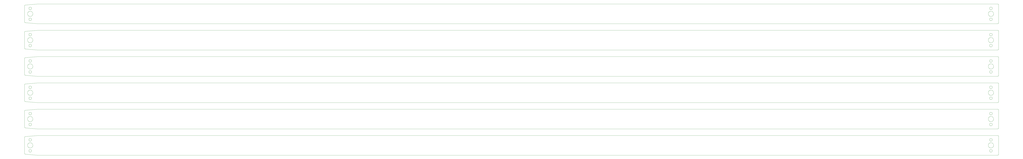
<source format=gbr>
G04 EAGLE Gerber RS-274X export*
G75*
%MOMM*%
%FSLAX34Y34*%
%LPD*%
%IN*%
%IPPOS*%
%AMOC8*
5,1,8,0,0,1.08239X$1,22.5*%
G01*
%ADD10C,0.000000*%
%ADD11C,0.076200*%


D10*
X5570220Y57150D02*
X5570225Y57524D01*
X5570238Y57898D01*
X5570261Y58271D01*
X5570293Y58644D01*
X5570335Y59016D01*
X5570385Y59386D01*
X5570444Y59755D01*
X5570513Y60123D01*
X5570590Y60489D01*
X5570677Y60853D01*
X5570772Y61215D01*
X5570876Y61574D01*
X5570989Y61931D01*
X5571111Y62284D01*
X5571241Y62635D01*
X5571380Y62982D01*
X5571527Y63326D01*
X5571683Y63666D01*
X5571847Y64002D01*
X5572020Y64334D01*
X5572200Y64662D01*
X5572388Y64985D01*
X5572584Y65303D01*
X5572788Y65617D01*
X5573000Y65925D01*
X5573219Y66228D01*
X5573446Y66526D01*
X5573679Y66818D01*
X5573920Y67104D01*
X5574168Y67385D01*
X5574422Y67659D01*
X5574684Y67926D01*
X5574951Y68188D01*
X5575225Y68442D01*
X5575506Y68690D01*
X5575792Y68931D01*
X5576084Y69164D01*
X5576382Y69391D01*
X5576685Y69610D01*
X5576993Y69822D01*
X5577307Y70026D01*
X5577625Y70222D01*
X5577948Y70410D01*
X5578276Y70590D01*
X5578608Y70763D01*
X5578944Y70927D01*
X5579284Y71083D01*
X5579628Y71230D01*
X5579975Y71369D01*
X5580326Y71499D01*
X5580679Y71621D01*
X5581036Y71734D01*
X5581395Y71838D01*
X5581757Y71933D01*
X5582121Y72020D01*
X5582487Y72097D01*
X5582855Y72166D01*
X5583224Y72225D01*
X5583594Y72275D01*
X5583966Y72317D01*
X5584339Y72349D01*
X5584712Y72372D01*
X5585086Y72385D01*
X5585460Y72390D01*
X5585834Y72385D01*
X5586208Y72372D01*
X5586581Y72349D01*
X5586954Y72317D01*
X5587326Y72275D01*
X5587696Y72225D01*
X5588065Y72166D01*
X5588433Y72097D01*
X5588799Y72020D01*
X5589163Y71933D01*
X5589525Y71838D01*
X5589884Y71734D01*
X5590241Y71621D01*
X5590594Y71499D01*
X5590945Y71369D01*
X5591292Y71230D01*
X5591636Y71083D01*
X5591976Y70927D01*
X5592312Y70763D01*
X5592644Y70590D01*
X5592972Y70410D01*
X5593295Y70222D01*
X5593613Y70026D01*
X5593927Y69822D01*
X5594235Y69610D01*
X5594538Y69391D01*
X5594836Y69164D01*
X5595128Y68931D01*
X5595414Y68690D01*
X5595695Y68442D01*
X5595969Y68188D01*
X5596236Y67926D01*
X5596498Y67659D01*
X5596752Y67385D01*
X5597000Y67104D01*
X5597241Y66818D01*
X5597474Y66526D01*
X5597701Y66228D01*
X5597920Y65925D01*
X5598132Y65617D01*
X5598336Y65303D01*
X5598532Y64985D01*
X5598720Y64662D01*
X5598900Y64334D01*
X5599073Y64002D01*
X5599237Y63666D01*
X5599393Y63326D01*
X5599540Y62982D01*
X5599679Y62635D01*
X5599809Y62284D01*
X5599931Y61931D01*
X5600044Y61574D01*
X5600148Y61215D01*
X5600243Y60853D01*
X5600330Y60489D01*
X5600407Y60123D01*
X5600476Y59755D01*
X5600535Y59386D01*
X5600585Y59016D01*
X5600627Y58644D01*
X5600659Y58271D01*
X5600682Y57898D01*
X5600695Y57524D01*
X5600700Y57150D01*
X5600695Y56776D01*
X5600682Y56402D01*
X5600659Y56029D01*
X5600627Y55656D01*
X5600585Y55284D01*
X5600535Y54914D01*
X5600476Y54545D01*
X5600407Y54177D01*
X5600330Y53811D01*
X5600243Y53447D01*
X5600148Y53085D01*
X5600044Y52726D01*
X5599931Y52369D01*
X5599809Y52016D01*
X5599679Y51665D01*
X5599540Y51318D01*
X5599393Y50974D01*
X5599237Y50634D01*
X5599073Y50298D01*
X5598900Y49966D01*
X5598720Y49638D01*
X5598532Y49315D01*
X5598336Y48997D01*
X5598132Y48683D01*
X5597920Y48375D01*
X5597701Y48072D01*
X5597474Y47774D01*
X5597241Y47482D01*
X5597000Y47196D01*
X5596752Y46915D01*
X5596498Y46641D01*
X5596236Y46374D01*
X5595969Y46112D01*
X5595695Y45858D01*
X5595414Y45610D01*
X5595128Y45369D01*
X5594836Y45136D01*
X5594538Y44909D01*
X5594235Y44690D01*
X5593927Y44478D01*
X5593613Y44274D01*
X5593295Y44078D01*
X5592972Y43890D01*
X5592644Y43710D01*
X5592312Y43537D01*
X5591976Y43373D01*
X5591636Y43217D01*
X5591292Y43070D01*
X5590945Y42931D01*
X5590594Y42801D01*
X5590241Y42679D01*
X5589884Y42566D01*
X5589525Y42462D01*
X5589163Y42367D01*
X5588799Y42280D01*
X5588433Y42203D01*
X5588065Y42134D01*
X5587696Y42075D01*
X5587326Y42025D01*
X5586954Y41983D01*
X5586581Y41951D01*
X5586208Y41928D01*
X5585834Y41915D01*
X5585460Y41910D01*
X5585086Y41915D01*
X5584712Y41928D01*
X5584339Y41951D01*
X5583966Y41983D01*
X5583594Y42025D01*
X5583224Y42075D01*
X5582855Y42134D01*
X5582487Y42203D01*
X5582121Y42280D01*
X5581757Y42367D01*
X5581395Y42462D01*
X5581036Y42566D01*
X5580679Y42679D01*
X5580326Y42801D01*
X5579975Y42931D01*
X5579628Y43070D01*
X5579284Y43217D01*
X5578944Y43373D01*
X5578608Y43537D01*
X5578276Y43710D01*
X5577948Y43890D01*
X5577625Y44078D01*
X5577307Y44274D01*
X5576993Y44478D01*
X5576685Y44690D01*
X5576382Y44909D01*
X5576084Y45136D01*
X5575792Y45369D01*
X5575506Y45610D01*
X5575225Y45858D01*
X5574951Y46112D01*
X5574684Y46374D01*
X5574422Y46641D01*
X5574168Y46915D01*
X5573920Y47196D01*
X5573679Y47482D01*
X5573446Y47774D01*
X5573219Y48072D01*
X5573000Y48375D01*
X5572788Y48683D01*
X5572584Y48997D01*
X5572388Y49315D01*
X5572200Y49638D01*
X5572020Y49966D01*
X5571847Y50298D01*
X5571683Y50634D01*
X5571527Y50974D01*
X5571380Y51318D01*
X5571241Y51665D01*
X5571111Y52016D01*
X5570989Y52369D01*
X5570876Y52726D01*
X5570772Y53085D01*
X5570677Y53447D01*
X5570590Y53811D01*
X5570513Y54177D01*
X5570444Y54545D01*
X5570385Y54914D01*
X5570335Y55284D01*
X5570293Y55656D01*
X5570261Y56029D01*
X5570238Y56402D01*
X5570225Y56776D01*
X5570220Y57150D01*
X17780Y57150D02*
X17785Y57524D01*
X17798Y57898D01*
X17821Y58271D01*
X17853Y58644D01*
X17895Y59016D01*
X17945Y59386D01*
X18004Y59755D01*
X18073Y60123D01*
X18150Y60489D01*
X18237Y60853D01*
X18332Y61215D01*
X18436Y61574D01*
X18549Y61931D01*
X18671Y62284D01*
X18801Y62635D01*
X18940Y62982D01*
X19087Y63326D01*
X19243Y63666D01*
X19407Y64002D01*
X19580Y64334D01*
X19760Y64662D01*
X19948Y64985D01*
X20144Y65303D01*
X20348Y65617D01*
X20560Y65925D01*
X20779Y66228D01*
X21006Y66526D01*
X21239Y66818D01*
X21480Y67104D01*
X21728Y67385D01*
X21982Y67659D01*
X22244Y67926D01*
X22511Y68188D01*
X22785Y68442D01*
X23066Y68690D01*
X23352Y68931D01*
X23644Y69164D01*
X23942Y69391D01*
X24245Y69610D01*
X24553Y69822D01*
X24867Y70026D01*
X25185Y70222D01*
X25508Y70410D01*
X25836Y70590D01*
X26168Y70763D01*
X26504Y70927D01*
X26844Y71083D01*
X27188Y71230D01*
X27535Y71369D01*
X27886Y71499D01*
X28239Y71621D01*
X28596Y71734D01*
X28955Y71838D01*
X29317Y71933D01*
X29681Y72020D01*
X30047Y72097D01*
X30415Y72166D01*
X30784Y72225D01*
X31154Y72275D01*
X31526Y72317D01*
X31899Y72349D01*
X32272Y72372D01*
X32646Y72385D01*
X33020Y72390D01*
X33394Y72385D01*
X33768Y72372D01*
X34141Y72349D01*
X34514Y72317D01*
X34886Y72275D01*
X35256Y72225D01*
X35625Y72166D01*
X35993Y72097D01*
X36359Y72020D01*
X36723Y71933D01*
X37085Y71838D01*
X37444Y71734D01*
X37801Y71621D01*
X38154Y71499D01*
X38505Y71369D01*
X38852Y71230D01*
X39196Y71083D01*
X39536Y70927D01*
X39872Y70763D01*
X40204Y70590D01*
X40532Y70410D01*
X40855Y70222D01*
X41173Y70026D01*
X41487Y69822D01*
X41795Y69610D01*
X42098Y69391D01*
X42396Y69164D01*
X42688Y68931D01*
X42974Y68690D01*
X43255Y68442D01*
X43529Y68188D01*
X43796Y67926D01*
X44058Y67659D01*
X44312Y67385D01*
X44560Y67104D01*
X44801Y66818D01*
X45034Y66526D01*
X45261Y66228D01*
X45480Y65925D01*
X45692Y65617D01*
X45896Y65303D01*
X46092Y64985D01*
X46280Y64662D01*
X46460Y64334D01*
X46633Y64002D01*
X46797Y63666D01*
X46953Y63326D01*
X47100Y62982D01*
X47239Y62635D01*
X47369Y62284D01*
X47491Y61931D01*
X47604Y61574D01*
X47708Y61215D01*
X47803Y60853D01*
X47890Y60489D01*
X47967Y60123D01*
X48036Y59755D01*
X48095Y59386D01*
X48145Y59016D01*
X48187Y58644D01*
X48219Y58271D01*
X48242Y57898D01*
X48255Y57524D01*
X48260Y57150D01*
X48255Y56776D01*
X48242Y56402D01*
X48219Y56029D01*
X48187Y55656D01*
X48145Y55284D01*
X48095Y54914D01*
X48036Y54545D01*
X47967Y54177D01*
X47890Y53811D01*
X47803Y53447D01*
X47708Y53085D01*
X47604Y52726D01*
X47491Y52369D01*
X47369Y52016D01*
X47239Y51665D01*
X47100Y51318D01*
X46953Y50974D01*
X46797Y50634D01*
X46633Y50298D01*
X46460Y49966D01*
X46280Y49638D01*
X46092Y49315D01*
X45896Y48997D01*
X45692Y48683D01*
X45480Y48375D01*
X45261Y48072D01*
X45034Y47774D01*
X44801Y47482D01*
X44560Y47196D01*
X44312Y46915D01*
X44058Y46641D01*
X43796Y46374D01*
X43529Y46112D01*
X43255Y45858D01*
X42974Y45610D01*
X42688Y45369D01*
X42396Y45136D01*
X42098Y44909D01*
X41795Y44690D01*
X41487Y44478D01*
X41173Y44274D01*
X40855Y44078D01*
X40532Y43890D01*
X40204Y43710D01*
X39872Y43537D01*
X39536Y43373D01*
X39196Y43217D01*
X38852Y43070D01*
X38505Y42931D01*
X38154Y42801D01*
X37801Y42679D01*
X37444Y42566D01*
X37085Y42462D01*
X36723Y42367D01*
X36359Y42280D01*
X35993Y42203D01*
X35625Y42134D01*
X35256Y42075D01*
X34886Y42025D01*
X34514Y41983D01*
X34141Y41951D01*
X33768Y41928D01*
X33394Y41915D01*
X33020Y41910D01*
X32646Y41915D01*
X32272Y41928D01*
X31899Y41951D01*
X31526Y41983D01*
X31154Y42025D01*
X30784Y42075D01*
X30415Y42134D01*
X30047Y42203D01*
X29681Y42280D01*
X29317Y42367D01*
X28955Y42462D01*
X28596Y42566D01*
X28239Y42679D01*
X27886Y42801D01*
X27535Y42931D01*
X27188Y43070D01*
X26844Y43217D01*
X26504Y43373D01*
X26168Y43537D01*
X25836Y43710D01*
X25508Y43890D01*
X25185Y44078D01*
X24867Y44274D01*
X24553Y44478D01*
X24245Y44690D01*
X23942Y44909D01*
X23644Y45136D01*
X23352Y45369D01*
X23066Y45610D01*
X22785Y45858D01*
X22511Y46112D01*
X22244Y46374D01*
X21982Y46641D01*
X21728Y46915D01*
X21480Y47196D01*
X21239Y47482D01*
X21006Y47774D01*
X20779Y48072D01*
X20560Y48375D01*
X20348Y48683D01*
X20144Y48997D01*
X19948Y49315D01*
X19760Y49638D01*
X19580Y49966D01*
X19407Y50298D01*
X19243Y50634D01*
X19087Y50974D01*
X18940Y51318D01*
X18801Y51665D01*
X18671Y52016D01*
X18549Y52369D01*
X18436Y52726D01*
X18332Y53085D01*
X18237Y53447D01*
X18150Y53811D01*
X18073Y54177D01*
X18004Y54545D01*
X17945Y54914D01*
X17895Y55284D01*
X17853Y55656D01*
X17821Y56029D01*
X17798Y56402D01*
X17785Y56776D01*
X17780Y57150D01*
X5577840Y88900D02*
X5577842Y89087D01*
X5577849Y89274D01*
X5577861Y89461D01*
X5577877Y89647D01*
X5577897Y89833D01*
X5577922Y90018D01*
X5577952Y90203D01*
X5577986Y90387D01*
X5578025Y90570D01*
X5578068Y90752D01*
X5578116Y90932D01*
X5578168Y91112D01*
X5578225Y91290D01*
X5578285Y91467D01*
X5578351Y91642D01*
X5578420Y91816D01*
X5578494Y91988D01*
X5578572Y92158D01*
X5578654Y92326D01*
X5578740Y92492D01*
X5578830Y92656D01*
X5578924Y92817D01*
X5579022Y92977D01*
X5579124Y93133D01*
X5579230Y93288D01*
X5579340Y93439D01*
X5579453Y93588D01*
X5579570Y93734D01*
X5579690Y93877D01*
X5579814Y94017D01*
X5579941Y94154D01*
X5580072Y94288D01*
X5580206Y94419D01*
X5580343Y94546D01*
X5580483Y94670D01*
X5580626Y94790D01*
X5580772Y94907D01*
X5580921Y95020D01*
X5581072Y95130D01*
X5581227Y95236D01*
X5581383Y95338D01*
X5581543Y95436D01*
X5581704Y95530D01*
X5581868Y95620D01*
X5582034Y95706D01*
X5582202Y95788D01*
X5582372Y95866D01*
X5582544Y95940D01*
X5582718Y96009D01*
X5582893Y96075D01*
X5583070Y96135D01*
X5583248Y96192D01*
X5583428Y96244D01*
X5583608Y96292D01*
X5583790Y96335D01*
X5583973Y96374D01*
X5584157Y96408D01*
X5584342Y96438D01*
X5584527Y96463D01*
X5584713Y96483D01*
X5584899Y96499D01*
X5585086Y96511D01*
X5585273Y96518D01*
X5585460Y96520D01*
X5585647Y96518D01*
X5585834Y96511D01*
X5586021Y96499D01*
X5586207Y96483D01*
X5586393Y96463D01*
X5586578Y96438D01*
X5586763Y96408D01*
X5586947Y96374D01*
X5587130Y96335D01*
X5587312Y96292D01*
X5587492Y96244D01*
X5587672Y96192D01*
X5587850Y96135D01*
X5588027Y96075D01*
X5588202Y96009D01*
X5588376Y95940D01*
X5588548Y95866D01*
X5588718Y95788D01*
X5588886Y95706D01*
X5589052Y95620D01*
X5589216Y95530D01*
X5589377Y95436D01*
X5589537Y95338D01*
X5589693Y95236D01*
X5589848Y95130D01*
X5589999Y95020D01*
X5590148Y94907D01*
X5590294Y94790D01*
X5590437Y94670D01*
X5590577Y94546D01*
X5590714Y94419D01*
X5590848Y94288D01*
X5590979Y94154D01*
X5591106Y94017D01*
X5591230Y93877D01*
X5591350Y93734D01*
X5591467Y93588D01*
X5591580Y93439D01*
X5591690Y93288D01*
X5591796Y93133D01*
X5591898Y92977D01*
X5591996Y92817D01*
X5592090Y92656D01*
X5592180Y92492D01*
X5592266Y92326D01*
X5592348Y92158D01*
X5592426Y91988D01*
X5592500Y91816D01*
X5592569Y91642D01*
X5592635Y91467D01*
X5592695Y91290D01*
X5592752Y91112D01*
X5592804Y90932D01*
X5592852Y90752D01*
X5592895Y90570D01*
X5592934Y90387D01*
X5592968Y90203D01*
X5592998Y90018D01*
X5593023Y89833D01*
X5593043Y89647D01*
X5593059Y89461D01*
X5593071Y89274D01*
X5593078Y89087D01*
X5593080Y88900D01*
X5593078Y88713D01*
X5593071Y88526D01*
X5593059Y88339D01*
X5593043Y88153D01*
X5593023Y87967D01*
X5592998Y87782D01*
X5592968Y87597D01*
X5592934Y87413D01*
X5592895Y87230D01*
X5592852Y87048D01*
X5592804Y86868D01*
X5592752Y86688D01*
X5592695Y86510D01*
X5592635Y86333D01*
X5592569Y86158D01*
X5592500Y85984D01*
X5592426Y85812D01*
X5592348Y85642D01*
X5592266Y85474D01*
X5592180Y85308D01*
X5592090Y85144D01*
X5591996Y84983D01*
X5591898Y84823D01*
X5591796Y84667D01*
X5591690Y84512D01*
X5591580Y84361D01*
X5591467Y84212D01*
X5591350Y84066D01*
X5591230Y83923D01*
X5591106Y83783D01*
X5590979Y83646D01*
X5590848Y83512D01*
X5590714Y83381D01*
X5590577Y83254D01*
X5590437Y83130D01*
X5590294Y83010D01*
X5590148Y82893D01*
X5589999Y82780D01*
X5589848Y82670D01*
X5589693Y82564D01*
X5589537Y82462D01*
X5589377Y82364D01*
X5589216Y82270D01*
X5589052Y82180D01*
X5588886Y82094D01*
X5588718Y82012D01*
X5588548Y81934D01*
X5588376Y81860D01*
X5588202Y81791D01*
X5588027Y81725D01*
X5587850Y81665D01*
X5587672Y81608D01*
X5587492Y81556D01*
X5587312Y81508D01*
X5587130Y81465D01*
X5586947Y81426D01*
X5586763Y81392D01*
X5586578Y81362D01*
X5586393Y81337D01*
X5586207Y81317D01*
X5586021Y81301D01*
X5585834Y81289D01*
X5585647Y81282D01*
X5585460Y81280D01*
X5585273Y81282D01*
X5585086Y81289D01*
X5584899Y81301D01*
X5584713Y81317D01*
X5584527Y81337D01*
X5584342Y81362D01*
X5584157Y81392D01*
X5583973Y81426D01*
X5583790Y81465D01*
X5583608Y81508D01*
X5583428Y81556D01*
X5583248Y81608D01*
X5583070Y81665D01*
X5582893Y81725D01*
X5582718Y81791D01*
X5582544Y81860D01*
X5582372Y81934D01*
X5582202Y82012D01*
X5582034Y82094D01*
X5581868Y82180D01*
X5581704Y82270D01*
X5581543Y82364D01*
X5581383Y82462D01*
X5581227Y82564D01*
X5581072Y82670D01*
X5580921Y82780D01*
X5580772Y82893D01*
X5580626Y83010D01*
X5580483Y83130D01*
X5580343Y83254D01*
X5580206Y83381D01*
X5580072Y83512D01*
X5579941Y83646D01*
X5579814Y83783D01*
X5579690Y83923D01*
X5579570Y84066D01*
X5579453Y84212D01*
X5579340Y84361D01*
X5579230Y84512D01*
X5579124Y84667D01*
X5579022Y84823D01*
X5578924Y84983D01*
X5578830Y85144D01*
X5578740Y85308D01*
X5578654Y85474D01*
X5578572Y85642D01*
X5578494Y85812D01*
X5578420Y85984D01*
X5578351Y86158D01*
X5578285Y86333D01*
X5578225Y86510D01*
X5578168Y86688D01*
X5578116Y86868D01*
X5578068Y87048D01*
X5578025Y87230D01*
X5577986Y87413D01*
X5577952Y87597D01*
X5577922Y87782D01*
X5577897Y87967D01*
X5577877Y88153D01*
X5577861Y88339D01*
X5577849Y88526D01*
X5577842Y88713D01*
X5577840Y88900D01*
X5577840Y25400D02*
X5577842Y25587D01*
X5577849Y25774D01*
X5577861Y25961D01*
X5577877Y26147D01*
X5577897Y26333D01*
X5577922Y26518D01*
X5577952Y26703D01*
X5577986Y26887D01*
X5578025Y27070D01*
X5578068Y27252D01*
X5578116Y27432D01*
X5578168Y27612D01*
X5578225Y27790D01*
X5578285Y27967D01*
X5578351Y28142D01*
X5578420Y28316D01*
X5578494Y28488D01*
X5578572Y28658D01*
X5578654Y28826D01*
X5578740Y28992D01*
X5578830Y29156D01*
X5578924Y29317D01*
X5579022Y29477D01*
X5579124Y29633D01*
X5579230Y29788D01*
X5579340Y29939D01*
X5579453Y30088D01*
X5579570Y30234D01*
X5579690Y30377D01*
X5579814Y30517D01*
X5579941Y30654D01*
X5580072Y30788D01*
X5580206Y30919D01*
X5580343Y31046D01*
X5580483Y31170D01*
X5580626Y31290D01*
X5580772Y31407D01*
X5580921Y31520D01*
X5581072Y31630D01*
X5581227Y31736D01*
X5581383Y31838D01*
X5581543Y31936D01*
X5581704Y32030D01*
X5581868Y32120D01*
X5582034Y32206D01*
X5582202Y32288D01*
X5582372Y32366D01*
X5582544Y32440D01*
X5582718Y32509D01*
X5582893Y32575D01*
X5583070Y32635D01*
X5583248Y32692D01*
X5583428Y32744D01*
X5583608Y32792D01*
X5583790Y32835D01*
X5583973Y32874D01*
X5584157Y32908D01*
X5584342Y32938D01*
X5584527Y32963D01*
X5584713Y32983D01*
X5584899Y32999D01*
X5585086Y33011D01*
X5585273Y33018D01*
X5585460Y33020D01*
X5585647Y33018D01*
X5585834Y33011D01*
X5586021Y32999D01*
X5586207Y32983D01*
X5586393Y32963D01*
X5586578Y32938D01*
X5586763Y32908D01*
X5586947Y32874D01*
X5587130Y32835D01*
X5587312Y32792D01*
X5587492Y32744D01*
X5587672Y32692D01*
X5587850Y32635D01*
X5588027Y32575D01*
X5588202Y32509D01*
X5588376Y32440D01*
X5588548Y32366D01*
X5588718Y32288D01*
X5588886Y32206D01*
X5589052Y32120D01*
X5589216Y32030D01*
X5589377Y31936D01*
X5589537Y31838D01*
X5589693Y31736D01*
X5589848Y31630D01*
X5589999Y31520D01*
X5590148Y31407D01*
X5590294Y31290D01*
X5590437Y31170D01*
X5590577Y31046D01*
X5590714Y30919D01*
X5590848Y30788D01*
X5590979Y30654D01*
X5591106Y30517D01*
X5591230Y30377D01*
X5591350Y30234D01*
X5591467Y30088D01*
X5591580Y29939D01*
X5591690Y29788D01*
X5591796Y29633D01*
X5591898Y29477D01*
X5591996Y29317D01*
X5592090Y29156D01*
X5592180Y28992D01*
X5592266Y28826D01*
X5592348Y28658D01*
X5592426Y28488D01*
X5592500Y28316D01*
X5592569Y28142D01*
X5592635Y27967D01*
X5592695Y27790D01*
X5592752Y27612D01*
X5592804Y27432D01*
X5592852Y27252D01*
X5592895Y27070D01*
X5592934Y26887D01*
X5592968Y26703D01*
X5592998Y26518D01*
X5593023Y26333D01*
X5593043Y26147D01*
X5593059Y25961D01*
X5593071Y25774D01*
X5593078Y25587D01*
X5593080Y25400D01*
X5593078Y25213D01*
X5593071Y25026D01*
X5593059Y24839D01*
X5593043Y24653D01*
X5593023Y24467D01*
X5592998Y24282D01*
X5592968Y24097D01*
X5592934Y23913D01*
X5592895Y23730D01*
X5592852Y23548D01*
X5592804Y23368D01*
X5592752Y23188D01*
X5592695Y23010D01*
X5592635Y22833D01*
X5592569Y22658D01*
X5592500Y22484D01*
X5592426Y22312D01*
X5592348Y22142D01*
X5592266Y21974D01*
X5592180Y21808D01*
X5592090Y21644D01*
X5591996Y21483D01*
X5591898Y21323D01*
X5591796Y21167D01*
X5591690Y21012D01*
X5591580Y20861D01*
X5591467Y20712D01*
X5591350Y20566D01*
X5591230Y20423D01*
X5591106Y20283D01*
X5590979Y20146D01*
X5590848Y20012D01*
X5590714Y19881D01*
X5590577Y19754D01*
X5590437Y19630D01*
X5590294Y19510D01*
X5590148Y19393D01*
X5589999Y19280D01*
X5589848Y19170D01*
X5589693Y19064D01*
X5589537Y18962D01*
X5589377Y18864D01*
X5589216Y18770D01*
X5589052Y18680D01*
X5588886Y18594D01*
X5588718Y18512D01*
X5588548Y18434D01*
X5588376Y18360D01*
X5588202Y18291D01*
X5588027Y18225D01*
X5587850Y18165D01*
X5587672Y18108D01*
X5587492Y18056D01*
X5587312Y18008D01*
X5587130Y17965D01*
X5586947Y17926D01*
X5586763Y17892D01*
X5586578Y17862D01*
X5586393Y17837D01*
X5586207Y17817D01*
X5586021Y17801D01*
X5585834Y17789D01*
X5585647Y17782D01*
X5585460Y17780D01*
X5585273Y17782D01*
X5585086Y17789D01*
X5584899Y17801D01*
X5584713Y17817D01*
X5584527Y17837D01*
X5584342Y17862D01*
X5584157Y17892D01*
X5583973Y17926D01*
X5583790Y17965D01*
X5583608Y18008D01*
X5583428Y18056D01*
X5583248Y18108D01*
X5583070Y18165D01*
X5582893Y18225D01*
X5582718Y18291D01*
X5582544Y18360D01*
X5582372Y18434D01*
X5582202Y18512D01*
X5582034Y18594D01*
X5581868Y18680D01*
X5581704Y18770D01*
X5581543Y18864D01*
X5581383Y18962D01*
X5581227Y19064D01*
X5581072Y19170D01*
X5580921Y19280D01*
X5580772Y19393D01*
X5580626Y19510D01*
X5580483Y19630D01*
X5580343Y19754D01*
X5580206Y19881D01*
X5580072Y20012D01*
X5579941Y20146D01*
X5579814Y20283D01*
X5579690Y20423D01*
X5579570Y20566D01*
X5579453Y20712D01*
X5579340Y20861D01*
X5579230Y21012D01*
X5579124Y21167D01*
X5579022Y21323D01*
X5578924Y21483D01*
X5578830Y21644D01*
X5578740Y21808D01*
X5578654Y21974D01*
X5578572Y22142D01*
X5578494Y22312D01*
X5578420Y22484D01*
X5578351Y22658D01*
X5578285Y22833D01*
X5578225Y23010D01*
X5578168Y23188D01*
X5578116Y23368D01*
X5578068Y23548D01*
X5578025Y23730D01*
X5577986Y23913D01*
X5577952Y24097D01*
X5577922Y24282D01*
X5577897Y24467D01*
X5577877Y24653D01*
X5577861Y24839D01*
X5577849Y25026D01*
X5577842Y25213D01*
X5577840Y25400D01*
D11*
X77211Y114279D02*
X5831Y108428D01*
X77211Y114279D02*
X77341Y114288D01*
X77470Y114295D01*
X77600Y114299D01*
X77730Y114300D01*
X5623560Y114300D01*
X5623718Y114298D01*
X5623877Y114292D01*
X5624035Y114282D01*
X5624192Y114268D01*
X5624350Y114251D01*
X5624506Y114229D01*
X5624663Y114204D01*
X5624818Y114174D01*
X5624973Y114141D01*
X5625127Y114104D01*
X5625280Y114063D01*
X5625432Y114018D01*
X5625582Y113969D01*
X5625732Y113917D01*
X5625880Y113861D01*
X5626027Y113801D01*
X5626172Y113738D01*
X5626315Y113671D01*
X5626457Y113601D01*
X5626597Y113527D01*
X5626735Y113449D01*
X5626871Y113368D01*
X5627005Y113284D01*
X5627137Y113197D01*
X5627267Y113106D01*
X5627394Y113012D01*
X5627519Y112915D01*
X5627642Y112814D01*
X5627762Y112711D01*
X5627879Y112605D01*
X5627994Y112496D01*
X5628106Y112384D01*
X5628215Y112269D01*
X5628321Y112152D01*
X5628424Y112032D01*
X5628525Y111909D01*
X5628622Y111784D01*
X5628716Y111657D01*
X5628807Y111527D01*
X5628894Y111395D01*
X5628978Y111261D01*
X5629059Y111125D01*
X5629137Y110987D01*
X5629211Y110847D01*
X5629281Y110705D01*
X5629348Y110562D01*
X5629411Y110417D01*
X5629471Y110270D01*
X5629527Y110122D01*
X5629579Y109972D01*
X5629628Y109822D01*
X5629673Y109670D01*
X5629714Y109517D01*
X5629751Y109363D01*
X5629784Y109208D01*
X5629814Y109053D01*
X5629839Y108896D01*
X5629861Y108740D01*
X5629878Y108582D01*
X5629892Y108425D01*
X5629902Y108267D01*
X5629908Y108108D01*
X5629910Y107950D01*
X5629910Y6350D01*
X5629908Y6192D01*
X5629902Y6033D01*
X5629892Y5875D01*
X5629878Y5718D01*
X5629861Y5560D01*
X5629839Y5404D01*
X5629814Y5247D01*
X5629784Y5092D01*
X5629751Y4937D01*
X5629714Y4783D01*
X5629673Y4630D01*
X5629628Y4478D01*
X5629579Y4328D01*
X5629527Y4178D01*
X5629471Y4030D01*
X5629411Y3883D01*
X5629348Y3738D01*
X5629281Y3595D01*
X5629211Y3453D01*
X5629137Y3313D01*
X5629059Y3175D01*
X5628978Y3039D01*
X5628894Y2905D01*
X5628807Y2773D01*
X5628716Y2643D01*
X5628622Y2516D01*
X5628525Y2391D01*
X5628424Y2268D01*
X5628321Y2148D01*
X5628215Y2031D01*
X5628106Y1916D01*
X5627994Y1804D01*
X5627879Y1695D01*
X5627762Y1589D01*
X5627642Y1486D01*
X5627519Y1385D01*
X5627394Y1288D01*
X5627267Y1194D01*
X5627137Y1103D01*
X5627005Y1016D01*
X5626871Y932D01*
X5626735Y851D01*
X5626597Y773D01*
X5626457Y699D01*
X5626315Y629D01*
X5626172Y562D01*
X5626027Y499D01*
X5625880Y439D01*
X5625732Y383D01*
X5625582Y331D01*
X5625432Y282D01*
X5625280Y237D01*
X5625127Y196D01*
X5624973Y159D01*
X5624818Y126D01*
X5624663Y96D01*
X5624506Y71D01*
X5624350Y49D01*
X5624192Y32D01*
X5624035Y18D01*
X5623877Y8D01*
X5623718Y2D01*
X5623560Y0D01*
X76464Y0D01*
X76332Y1D01*
X76200Y5D01*
X76068Y12D01*
X75937Y22D01*
X5823Y5865D01*
X5666Y5880D01*
X5510Y5899D01*
X5354Y5922D01*
X5199Y5948D01*
X5044Y5979D01*
X4891Y6013D01*
X4738Y6051D01*
X4586Y6093D01*
X4435Y6139D01*
X4286Y6188D01*
X4138Y6241D01*
X3991Y6298D01*
X3845Y6358D01*
X3701Y6422D01*
X3559Y6489D01*
X3419Y6560D01*
X3280Y6635D01*
X3143Y6712D01*
X3008Y6794D01*
X2875Y6878D01*
X2745Y6966D01*
X2616Y7057D01*
X2490Y7151D01*
X2366Y7248D01*
X2245Y7349D01*
X2126Y7452D01*
X2010Y7558D01*
X1896Y7667D01*
X1785Y7779D01*
X1677Y7893D01*
X1572Y8011D01*
X1470Y8130D01*
X1371Y8253D01*
X1274Y8377D01*
X1181Y8504D01*
X1091Y8633D01*
X1005Y8765D01*
X922Y8898D01*
X841Y9034D01*
X765Y9172D01*
X692Y9311D01*
X622Y9452D01*
X556Y9595D01*
X493Y9739D01*
X434Y9885D01*
X379Y10033D01*
X327Y10181D01*
X279Y10331D01*
X235Y10482D01*
X194Y10635D01*
X157Y10788D01*
X125Y10942D01*
X95Y11096D01*
X70Y11252D01*
X49Y11408D01*
X31Y11564D01*
X18Y11721D01*
X8Y11878D01*
X2Y12036D01*
X0Y12193D01*
X0Y102099D01*
X2Y102257D01*
X8Y102414D01*
X18Y102571D01*
X31Y102728D01*
X49Y102885D01*
X70Y103041D01*
X96Y103197D01*
X125Y103351D01*
X158Y103506D01*
X195Y103659D01*
X235Y103811D01*
X280Y103962D01*
X328Y104112D01*
X379Y104261D01*
X435Y104409D01*
X494Y104555D01*
X557Y104699D01*
X623Y104842D01*
X693Y104983D01*
X766Y105123D01*
X843Y105261D01*
X923Y105396D01*
X1007Y105530D01*
X1093Y105661D01*
X1183Y105791D01*
X1277Y105918D01*
X1373Y106043D01*
X1472Y106165D01*
X1575Y106285D01*
X1680Y106402D01*
X1788Y106516D01*
X1899Y106628D01*
X2013Y106737D01*
X2129Y106843D01*
X2249Y106947D01*
X2370Y107047D01*
X2494Y107144D01*
X2620Y107238D01*
X2749Y107329D01*
X2880Y107417D01*
X3013Y107502D01*
X3148Y107583D01*
X3285Y107660D01*
X3424Y107735D01*
X3565Y107806D01*
X3707Y107873D01*
X3851Y107937D01*
X3997Y107997D01*
X4144Y108054D01*
X4293Y108106D01*
X4442Y108156D01*
X4593Y108201D01*
X4745Y108243D01*
X4898Y108281D01*
X5052Y108315D01*
X5207Y108345D01*
X5362Y108372D01*
X5518Y108394D01*
X5674Y108413D01*
X5831Y108428D01*
D10*
X25400Y88900D02*
X25402Y89087D01*
X25409Y89274D01*
X25421Y89461D01*
X25437Y89647D01*
X25457Y89833D01*
X25482Y90018D01*
X25512Y90203D01*
X25546Y90387D01*
X25585Y90570D01*
X25628Y90752D01*
X25676Y90932D01*
X25728Y91112D01*
X25785Y91290D01*
X25845Y91467D01*
X25911Y91642D01*
X25980Y91816D01*
X26054Y91988D01*
X26132Y92158D01*
X26214Y92326D01*
X26300Y92492D01*
X26390Y92656D01*
X26484Y92817D01*
X26582Y92977D01*
X26684Y93133D01*
X26790Y93288D01*
X26900Y93439D01*
X27013Y93588D01*
X27130Y93734D01*
X27250Y93877D01*
X27374Y94017D01*
X27501Y94154D01*
X27632Y94288D01*
X27766Y94419D01*
X27903Y94546D01*
X28043Y94670D01*
X28186Y94790D01*
X28332Y94907D01*
X28481Y95020D01*
X28632Y95130D01*
X28787Y95236D01*
X28943Y95338D01*
X29103Y95436D01*
X29264Y95530D01*
X29428Y95620D01*
X29594Y95706D01*
X29762Y95788D01*
X29932Y95866D01*
X30104Y95940D01*
X30278Y96009D01*
X30453Y96075D01*
X30630Y96135D01*
X30808Y96192D01*
X30988Y96244D01*
X31168Y96292D01*
X31350Y96335D01*
X31533Y96374D01*
X31717Y96408D01*
X31902Y96438D01*
X32087Y96463D01*
X32273Y96483D01*
X32459Y96499D01*
X32646Y96511D01*
X32833Y96518D01*
X33020Y96520D01*
X33207Y96518D01*
X33394Y96511D01*
X33581Y96499D01*
X33767Y96483D01*
X33953Y96463D01*
X34138Y96438D01*
X34323Y96408D01*
X34507Y96374D01*
X34690Y96335D01*
X34872Y96292D01*
X35052Y96244D01*
X35232Y96192D01*
X35410Y96135D01*
X35587Y96075D01*
X35762Y96009D01*
X35936Y95940D01*
X36108Y95866D01*
X36278Y95788D01*
X36446Y95706D01*
X36612Y95620D01*
X36776Y95530D01*
X36937Y95436D01*
X37097Y95338D01*
X37253Y95236D01*
X37408Y95130D01*
X37559Y95020D01*
X37708Y94907D01*
X37854Y94790D01*
X37997Y94670D01*
X38137Y94546D01*
X38274Y94419D01*
X38408Y94288D01*
X38539Y94154D01*
X38666Y94017D01*
X38790Y93877D01*
X38910Y93734D01*
X39027Y93588D01*
X39140Y93439D01*
X39250Y93288D01*
X39356Y93133D01*
X39458Y92977D01*
X39556Y92817D01*
X39650Y92656D01*
X39740Y92492D01*
X39826Y92326D01*
X39908Y92158D01*
X39986Y91988D01*
X40060Y91816D01*
X40129Y91642D01*
X40195Y91467D01*
X40255Y91290D01*
X40312Y91112D01*
X40364Y90932D01*
X40412Y90752D01*
X40455Y90570D01*
X40494Y90387D01*
X40528Y90203D01*
X40558Y90018D01*
X40583Y89833D01*
X40603Y89647D01*
X40619Y89461D01*
X40631Y89274D01*
X40638Y89087D01*
X40640Y88900D01*
X40638Y88713D01*
X40631Y88526D01*
X40619Y88339D01*
X40603Y88153D01*
X40583Y87967D01*
X40558Y87782D01*
X40528Y87597D01*
X40494Y87413D01*
X40455Y87230D01*
X40412Y87048D01*
X40364Y86868D01*
X40312Y86688D01*
X40255Y86510D01*
X40195Y86333D01*
X40129Y86158D01*
X40060Y85984D01*
X39986Y85812D01*
X39908Y85642D01*
X39826Y85474D01*
X39740Y85308D01*
X39650Y85144D01*
X39556Y84983D01*
X39458Y84823D01*
X39356Y84667D01*
X39250Y84512D01*
X39140Y84361D01*
X39027Y84212D01*
X38910Y84066D01*
X38790Y83923D01*
X38666Y83783D01*
X38539Y83646D01*
X38408Y83512D01*
X38274Y83381D01*
X38137Y83254D01*
X37997Y83130D01*
X37854Y83010D01*
X37708Y82893D01*
X37559Y82780D01*
X37408Y82670D01*
X37253Y82564D01*
X37097Y82462D01*
X36937Y82364D01*
X36776Y82270D01*
X36612Y82180D01*
X36446Y82094D01*
X36278Y82012D01*
X36108Y81934D01*
X35936Y81860D01*
X35762Y81791D01*
X35587Y81725D01*
X35410Y81665D01*
X35232Y81608D01*
X35052Y81556D01*
X34872Y81508D01*
X34690Y81465D01*
X34507Y81426D01*
X34323Y81392D01*
X34138Y81362D01*
X33953Y81337D01*
X33767Y81317D01*
X33581Y81301D01*
X33394Y81289D01*
X33207Y81282D01*
X33020Y81280D01*
X32833Y81282D01*
X32646Y81289D01*
X32459Y81301D01*
X32273Y81317D01*
X32087Y81337D01*
X31902Y81362D01*
X31717Y81392D01*
X31533Y81426D01*
X31350Y81465D01*
X31168Y81508D01*
X30988Y81556D01*
X30808Y81608D01*
X30630Y81665D01*
X30453Y81725D01*
X30278Y81791D01*
X30104Y81860D01*
X29932Y81934D01*
X29762Y82012D01*
X29594Y82094D01*
X29428Y82180D01*
X29264Y82270D01*
X29103Y82364D01*
X28943Y82462D01*
X28787Y82564D01*
X28632Y82670D01*
X28481Y82780D01*
X28332Y82893D01*
X28186Y83010D01*
X28043Y83130D01*
X27903Y83254D01*
X27766Y83381D01*
X27632Y83512D01*
X27501Y83646D01*
X27374Y83783D01*
X27250Y83923D01*
X27130Y84066D01*
X27013Y84212D01*
X26900Y84361D01*
X26790Y84512D01*
X26684Y84667D01*
X26582Y84823D01*
X26484Y84983D01*
X26390Y85144D01*
X26300Y85308D01*
X26214Y85474D01*
X26132Y85642D01*
X26054Y85812D01*
X25980Y85984D01*
X25911Y86158D01*
X25845Y86333D01*
X25785Y86510D01*
X25728Y86688D01*
X25676Y86868D01*
X25628Y87048D01*
X25585Y87230D01*
X25546Y87413D01*
X25512Y87597D01*
X25482Y87782D01*
X25457Y87967D01*
X25437Y88153D01*
X25421Y88339D01*
X25409Y88526D01*
X25402Y88713D01*
X25400Y88900D01*
X25400Y25400D02*
X25402Y25587D01*
X25409Y25774D01*
X25421Y25961D01*
X25437Y26147D01*
X25457Y26333D01*
X25482Y26518D01*
X25512Y26703D01*
X25546Y26887D01*
X25585Y27070D01*
X25628Y27252D01*
X25676Y27432D01*
X25728Y27612D01*
X25785Y27790D01*
X25845Y27967D01*
X25911Y28142D01*
X25980Y28316D01*
X26054Y28488D01*
X26132Y28658D01*
X26214Y28826D01*
X26300Y28992D01*
X26390Y29156D01*
X26484Y29317D01*
X26582Y29477D01*
X26684Y29633D01*
X26790Y29788D01*
X26900Y29939D01*
X27013Y30088D01*
X27130Y30234D01*
X27250Y30377D01*
X27374Y30517D01*
X27501Y30654D01*
X27632Y30788D01*
X27766Y30919D01*
X27903Y31046D01*
X28043Y31170D01*
X28186Y31290D01*
X28332Y31407D01*
X28481Y31520D01*
X28632Y31630D01*
X28787Y31736D01*
X28943Y31838D01*
X29103Y31936D01*
X29264Y32030D01*
X29428Y32120D01*
X29594Y32206D01*
X29762Y32288D01*
X29932Y32366D01*
X30104Y32440D01*
X30278Y32509D01*
X30453Y32575D01*
X30630Y32635D01*
X30808Y32692D01*
X30988Y32744D01*
X31168Y32792D01*
X31350Y32835D01*
X31533Y32874D01*
X31717Y32908D01*
X31902Y32938D01*
X32087Y32963D01*
X32273Y32983D01*
X32459Y32999D01*
X32646Y33011D01*
X32833Y33018D01*
X33020Y33020D01*
X33207Y33018D01*
X33394Y33011D01*
X33581Y32999D01*
X33767Y32983D01*
X33953Y32963D01*
X34138Y32938D01*
X34323Y32908D01*
X34507Y32874D01*
X34690Y32835D01*
X34872Y32792D01*
X35052Y32744D01*
X35232Y32692D01*
X35410Y32635D01*
X35587Y32575D01*
X35762Y32509D01*
X35936Y32440D01*
X36108Y32366D01*
X36278Y32288D01*
X36446Y32206D01*
X36612Y32120D01*
X36776Y32030D01*
X36937Y31936D01*
X37097Y31838D01*
X37253Y31736D01*
X37408Y31630D01*
X37559Y31520D01*
X37708Y31407D01*
X37854Y31290D01*
X37997Y31170D01*
X38137Y31046D01*
X38274Y30919D01*
X38408Y30788D01*
X38539Y30654D01*
X38666Y30517D01*
X38790Y30377D01*
X38910Y30234D01*
X39027Y30088D01*
X39140Y29939D01*
X39250Y29788D01*
X39356Y29633D01*
X39458Y29477D01*
X39556Y29317D01*
X39650Y29156D01*
X39740Y28992D01*
X39826Y28826D01*
X39908Y28658D01*
X39986Y28488D01*
X40060Y28316D01*
X40129Y28142D01*
X40195Y27967D01*
X40255Y27790D01*
X40312Y27612D01*
X40364Y27432D01*
X40412Y27252D01*
X40455Y27070D01*
X40494Y26887D01*
X40528Y26703D01*
X40558Y26518D01*
X40583Y26333D01*
X40603Y26147D01*
X40619Y25961D01*
X40631Y25774D01*
X40638Y25587D01*
X40640Y25400D01*
X40638Y25213D01*
X40631Y25026D01*
X40619Y24839D01*
X40603Y24653D01*
X40583Y24467D01*
X40558Y24282D01*
X40528Y24097D01*
X40494Y23913D01*
X40455Y23730D01*
X40412Y23548D01*
X40364Y23368D01*
X40312Y23188D01*
X40255Y23010D01*
X40195Y22833D01*
X40129Y22658D01*
X40060Y22484D01*
X39986Y22312D01*
X39908Y22142D01*
X39826Y21974D01*
X39740Y21808D01*
X39650Y21644D01*
X39556Y21483D01*
X39458Y21323D01*
X39356Y21167D01*
X39250Y21012D01*
X39140Y20861D01*
X39027Y20712D01*
X38910Y20566D01*
X38790Y20423D01*
X38666Y20283D01*
X38539Y20146D01*
X38408Y20012D01*
X38274Y19881D01*
X38137Y19754D01*
X37997Y19630D01*
X37854Y19510D01*
X37708Y19393D01*
X37559Y19280D01*
X37408Y19170D01*
X37253Y19064D01*
X37097Y18962D01*
X36937Y18864D01*
X36776Y18770D01*
X36612Y18680D01*
X36446Y18594D01*
X36278Y18512D01*
X36108Y18434D01*
X35936Y18360D01*
X35762Y18291D01*
X35587Y18225D01*
X35410Y18165D01*
X35232Y18108D01*
X35052Y18056D01*
X34872Y18008D01*
X34690Y17965D01*
X34507Y17926D01*
X34323Y17892D01*
X34138Y17862D01*
X33953Y17837D01*
X33767Y17817D01*
X33581Y17801D01*
X33394Y17789D01*
X33207Y17782D01*
X33020Y17780D01*
X32833Y17782D01*
X32646Y17789D01*
X32459Y17801D01*
X32273Y17817D01*
X32087Y17837D01*
X31902Y17862D01*
X31717Y17892D01*
X31533Y17926D01*
X31350Y17965D01*
X31168Y18008D01*
X30988Y18056D01*
X30808Y18108D01*
X30630Y18165D01*
X30453Y18225D01*
X30278Y18291D01*
X30104Y18360D01*
X29932Y18434D01*
X29762Y18512D01*
X29594Y18594D01*
X29428Y18680D01*
X29264Y18770D01*
X29103Y18864D01*
X28943Y18962D01*
X28787Y19064D01*
X28632Y19170D01*
X28481Y19280D01*
X28332Y19393D01*
X28186Y19510D01*
X28043Y19630D01*
X27903Y19754D01*
X27766Y19881D01*
X27632Y20012D01*
X27501Y20146D01*
X27374Y20283D01*
X27250Y20423D01*
X27130Y20566D01*
X27013Y20712D01*
X26900Y20861D01*
X26790Y21012D01*
X26684Y21167D01*
X26582Y21323D01*
X26484Y21483D01*
X26390Y21644D01*
X26300Y21808D01*
X26214Y21974D01*
X26132Y22142D01*
X26054Y22312D01*
X25980Y22484D01*
X25911Y22658D01*
X25845Y22833D01*
X25785Y23010D01*
X25728Y23188D01*
X25676Y23368D01*
X25628Y23548D01*
X25585Y23730D01*
X25546Y23913D01*
X25512Y24097D01*
X25482Y24282D01*
X25457Y24467D01*
X25437Y24653D01*
X25421Y24839D01*
X25409Y25026D01*
X25402Y25213D01*
X25400Y25400D01*
X5570220Y209550D02*
X5570225Y209924D01*
X5570238Y210298D01*
X5570261Y210671D01*
X5570293Y211044D01*
X5570335Y211416D01*
X5570385Y211786D01*
X5570444Y212155D01*
X5570513Y212523D01*
X5570590Y212889D01*
X5570677Y213253D01*
X5570772Y213615D01*
X5570876Y213974D01*
X5570989Y214331D01*
X5571111Y214684D01*
X5571241Y215035D01*
X5571380Y215382D01*
X5571527Y215726D01*
X5571683Y216066D01*
X5571847Y216402D01*
X5572020Y216734D01*
X5572200Y217062D01*
X5572388Y217385D01*
X5572584Y217703D01*
X5572788Y218017D01*
X5573000Y218325D01*
X5573219Y218628D01*
X5573446Y218926D01*
X5573679Y219218D01*
X5573920Y219504D01*
X5574168Y219785D01*
X5574422Y220059D01*
X5574684Y220326D01*
X5574951Y220588D01*
X5575225Y220842D01*
X5575506Y221090D01*
X5575792Y221331D01*
X5576084Y221564D01*
X5576382Y221791D01*
X5576685Y222010D01*
X5576993Y222222D01*
X5577307Y222426D01*
X5577625Y222622D01*
X5577948Y222810D01*
X5578276Y222990D01*
X5578608Y223163D01*
X5578944Y223327D01*
X5579284Y223483D01*
X5579628Y223630D01*
X5579975Y223769D01*
X5580326Y223899D01*
X5580679Y224021D01*
X5581036Y224134D01*
X5581395Y224238D01*
X5581757Y224333D01*
X5582121Y224420D01*
X5582487Y224497D01*
X5582855Y224566D01*
X5583224Y224625D01*
X5583594Y224675D01*
X5583966Y224717D01*
X5584339Y224749D01*
X5584712Y224772D01*
X5585086Y224785D01*
X5585460Y224790D01*
X5585834Y224785D01*
X5586208Y224772D01*
X5586581Y224749D01*
X5586954Y224717D01*
X5587326Y224675D01*
X5587696Y224625D01*
X5588065Y224566D01*
X5588433Y224497D01*
X5588799Y224420D01*
X5589163Y224333D01*
X5589525Y224238D01*
X5589884Y224134D01*
X5590241Y224021D01*
X5590594Y223899D01*
X5590945Y223769D01*
X5591292Y223630D01*
X5591636Y223483D01*
X5591976Y223327D01*
X5592312Y223163D01*
X5592644Y222990D01*
X5592972Y222810D01*
X5593295Y222622D01*
X5593613Y222426D01*
X5593927Y222222D01*
X5594235Y222010D01*
X5594538Y221791D01*
X5594836Y221564D01*
X5595128Y221331D01*
X5595414Y221090D01*
X5595695Y220842D01*
X5595969Y220588D01*
X5596236Y220326D01*
X5596498Y220059D01*
X5596752Y219785D01*
X5597000Y219504D01*
X5597241Y219218D01*
X5597474Y218926D01*
X5597701Y218628D01*
X5597920Y218325D01*
X5598132Y218017D01*
X5598336Y217703D01*
X5598532Y217385D01*
X5598720Y217062D01*
X5598900Y216734D01*
X5599073Y216402D01*
X5599237Y216066D01*
X5599393Y215726D01*
X5599540Y215382D01*
X5599679Y215035D01*
X5599809Y214684D01*
X5599931Y214331D01*
X5600044Y213974D01*
X5600148Y213615D01*
X5600243Y213253D01*
X5600330Y212889D01*
X5600407Y212523D01*
X5600476Y212155D01*
X5600535Y211786D01*
X5600585Y211416D01*
X5600627Y211044D01*
X5600659Y210671D01*
X5600682Y210298D01*
X5600695Y209924D01*
X5600700Y209550D01*
X5600695Y209176D01*
X5600682Y208802D01*
X5600659Y208429D01*
X5600627Y208056D01*
X5600585Y207684D01*
X5600535Y207314D01*
X5600476Y206945D01*
X5600407Y206577D01*
X5600330Y206211D01*
X5600243Y205847D01*
X5600148Y205485D01*
X5600044Y205126D01*
X5599931Y204769D01*
X5599809Y204416D01*
X5599679Y204065D01*
X5599540Y203718D01*
X5599393Y203374D01*
X5599237Y203034D01*
X5599073Y202698D01*
X5598900Y202366D01*
X5598720Y202038D01*
X5598532Y201715D01*
X5598336Y201397D01*
X5598132Y201083D01*
X5597920Y200775D01*
X5597701Y200472D01*
X5597474Y200174D01*
X5597241Y199882D01*
X5597000Y199596D01*
X5596752Y199315D01*
X5596498Y199041D01*
X5596236Y198774D01*
X5595969Y198512D01*
X5595695Y198258D01*
X5595414Y198010D01*
X5595128Y197769D01*
X5594836Y197536D01*
X5594538Y197309D01*
X5594235Y197090D01*
X5593927Y196878D01*
X5593613Y196674D01*
X5593295Y196478D01*
X5592972Y196290D01*
X5592644Y196110D01*
X5592312Y195937D01*
X5591976Y195773D01*
X5591636Y195617D01*
X5591292Y195470D01*
X5590945Y195331D01*
X5590594Y195201D01*
X5590241Y195079D01*
X5589884Y194966D01*
X5589525Y194862D01*
X5589163Y194767D01*
X5588799Y194680D01*
X5588433Y194603D01*
X5588065Y194534D01*
X5587696Y194475D01*
X5587326Y194425D01*
X5586954Y194383D01*
X5586581Y194351D01*
X5586208Y194328D01*
X5585834Y194315D01*
X5585460Y194310D01*
X5585086Y194315D01*
X5584712Y194328D01*
X5584339Y194351D01*
X5583966Y194383D01*
X5583594Y194425D01*
X5583224Y194475D01*
X5582855Y194534D01*
X5582487Y194603D01*
X5582121Y194680D01*
X5581757Y194767D01*
X5581395Y194862D01*
X5581036Y194966D01*
X5580679Y195079D01*
X5580326Y195201D01*
X5579975Y195331D01*
X5579628Y195470D01*
X5579284Y195617D01*
X5578944Y195773D01*
X5578608Y195937D01*
X5578276Y196110D01*
X5577948Y196290D01*
X5577625Y196478D01*
X5577307Y196674D01*
X5576993Y196878D01*
X5576685Y197090D01*
X5576382Y197309D01*
X5576084Y197536D01*
X5575792Y197769D01*
X5575506Y198010D01*
X5575225Y198258D01*
X5574951Y198512D01*
X5574684Y198774D01*
X5574422Y199041D01*
X5574168Y199315D01*
X5573920Y199596D01*
X5573679Y199882D01*
X5573446Y200174D01*
X5573219Y200472D01*
X5573000Y200775D01*
X5572788Y201083D01*
X5572584Y201397D01*
X5572388Y201715D01*
X5572200Y202038D01*
X5572020Y202366D01*
X5571847Y202698D01*
X5571683Y203034D01*
X5571527Y203374D01*
X5571380Y203718D01*
X5571241Y204065D01*
X5571111Y204416D01*
X5570989Y204769D01*
X5570876Y205126D01*
X5570772Y205485D01*
X5570677Y205847D01*
X5570590Y206211D01*
X5570513Y206577D01*
X5570444Y206945D01*
X5570385Y207314D01*
X5570335Y207684D01*
X5570293Y208056D01*
X5570261Y208429D01*
X5570238Y208802D01*
X5570225Y209176D01*
X5570220Y209550D01*
X17780Y209550D02*
X17785Y209924D01*
X17798Y210298D01*
X17821Y210671D01*
X17853Y211044D01*
X17895Y211416D01*
X17945Y211786D01*
X18004Y212155D01*
X18073Y212523D01*
X18150Y212889D01*
X18237Y213253D01*
X18332Y213615D01*
X18436Y213974D01*
X18549Y214331D01*
X18671Y214684D01*
X18801Y215035D01*
X18940Y215382D01*
X19087Y215726D01*
X19243Y216066D01*
X19407Y216402D01*
X19580Y216734D01*
X19760Y217062D01*
X19948Y217385D01*
X20144Y217703D01*
X20348Y218017D01*
X20560Y218325D01*
X20779Y218628D01*
X21006Y218926D01*
X21239Y219218D01*
X21480Y219504D01*
X21728Y219785D01*
X21982Y220059D01*
X22244Y220326D01*
X22511Y220588D01*
X22785Y220842D01*
X23066Y221090D01*
X23352Y221331D01*
X23644Y221564D01*
X23942Y221791D01*
X24245Y222010D01*
X24553Y222222D01*
X24867Y222426D01*
X25185Y222622D01*
X25508Y222810D01*
X25836Y222990D01*
X26168Y223163D01*
X26504Y223327D01*
X26844Y223483D01*
X27188Y223630D01*
X27535Y223769D01*
X27886Y223899D01*
X28239Y224021D01*
X28596Y224134D01*
X28955Y224238D01*
X29317Y224333D01*
X29681Y224420D01*
X30047Y224497D01*
X30415Y224566D01*
X30784Y224625D01*
X31154Y224675D01*
X31526Y224717D01*
X31899Y224749D01*
X32272Y224772D01*
X32646Y224785D01*
X33020Y224790D01*
X33394Y224785D01*
X33768Y224772D01*
X34141Y224749D01*
X34514Y224717D01*
X34886Y224675D01*
X35256Y224625D01*
X35625Y224566D01*
X35993Y224497D01*
X36359Y224420D01*
X36723Y224333D01*
X37085Y224238D01*
X37444Y224134D01*
X37801Y224021D01*
X38154Y223899D01*
X38505Y223769D01*
X38852Y223630D01*
X39196Y223483D01*
X39536Y223327D01*
X39872Y223163D01*
X40204Y222990D01*
X40532Y222810D01*
X40855Y222622D01*
X41173Y222426D01*
X41487Y222222D01*
X41795Y222010D01*
X42098Y221791D01*
X42396Y221564D01*
X42688Y221331D01*
X42974Y221090D01*
X43255Y220842D01*
X43529Y220588D01*
X43796Y220326D01*
X44058Y220059D01*
X44312Y219785D01*
X44560Y219504D01*
X44801Y219218D01*
X45034Y218926D01*
X45261Y218628D01*
X45480Y218325D01*
X45692Y218017D01*
X45896Y217703D01*
X46092Y217385D01*
X46280Y217062D01*
X46460Y216734D01*
X46633Y216402D01*
X46797Y216066D01*
X46953Y215726D01*
X47100Y215382D01*
X47239Y215035D01*
X47369Y214684D01*
X47491Y214331D01*
X47604Y213974D01*
X47708Y213615D01*
X47803Y213253D01*
X47890Y212889D01*
X47967Y212523D01*
X48036Y212155D01*
X48095Y211786D01*
X48145Y211416D01*
X48187Y211044D01*
X48219Y210671D01*
X48242Y210298D01*
X48255Y209924D01*
X48260Y209550D01*
X48255Y209176D01*
X48242Y208802D01*
X48219Y208429D01*
X48187Y208056D01*
X48145Y207684D01*
X48095Y207314D01*
X48036Y206945D01*
X47967Y206577D01*
X47890Y206211D01*
X47803Y205847D01*
X47708Y205485D01*
X47604Y205126D01*
X47491Y204769D01*
X47369Y204416D01*
X47239Y204065D01*
X47100Y203718D01*
X46953Y203374D01*
X46797Y203034D01*
X46633Y202698D01*
X46460Y202366D01*
X46280Y202038D01*
X46092Y201715D01*
X45896Y201397D01*
X45692Y201083D01*
X45480Y200775D01*
X45261Y200472D01*
X45034Y200174D01*
X44801Y199882D01*
X44560Y199596D01*
X44312Y199315D01*
X44058Y199041D01*
X43796Y198774D01*
X43529Y198512D01*
X43255Y198258D01*
X42974Y198010D01*
X42688Y197769D01*
X42396Y197536D01*
X42098Y197309D01*
X41795Y197090D01*
X41487Y196878D01*
X41173Y196674D01*
X40855Y196478D01*
X40532Y196290D01*
X40204Y196110D01*
X39872Y195937D01*
X39536Y195773D01*
X39196Y195617D01*
X38852Y195470D01*
X38505Y195331D01*
X38154Y195201D01*
X37801Y195079D01*
X37444Y194966D01*
X37085Y194862D01*
X36723Y194767D01*
X36359Y194680D01*
X35993Y194603D01*
X35625Y194534D01*
X35256Y194475D01*
X34886Y194425D01*
X34514Y194383D01*
X34141Y194351D01*
X33768Y194328D01*
X33394Y194315D01*
X33020Y194310D01*
X32646Y194315D01*
X32272Y194328D01*
X31899Y194351D01*
X31526Y194383D01*
X31154Y194425D01*
X30784Y194475D01*
X30415Y194534D01*
X30047Y194603D01*
X29681Y194680D01*
X29317Y194767D01*
X28955Y194862D01*
X28596Y194966D01*
X28239Y195079D01*
X27886Y195201D01*
X27535Y195331D01*
X27188Y195470D01*
X26844Y195617D01*
X26504Y195773D01*
X26168Y195937D01*
X25836Y196110D01*
X25508Y196290D01*
X25185Y196478D01*
X24867Y196674D01*
X24553Y196878D01*
X24245Y197090D01*
X23942Y197309D01*
X23644Y197536D01*
X23352Y197769D01*
X23066Y198010D01*
X22785Y198258D01*
X22511Y198512D01*
X22244Y198774D01*
X21982Y199041D01*
X21728Y199315D01*
X21480Y199596D01*
X21239Y199882D01*
X21006Y200174D01*
X20779Y200472D01*
X20560Y200775D01*
X20348Y201083D01*
X20144Y201397D01*
X19948Y201715D01*
X19760Y202038D01*
X19580Y202366D01*
X19407Y202698D01*
X19243Y203034D01*
X19087Y203374D01*
X18940Y203718D01*
X18801Y204065D01*
X18671Y204416D01*
X18549Y204769D01*
X18436Y205126D01*
X18332Y205485D01*
X18237Y205847D01*
X18150Y206211D01*
X18073Y206577D01*
X18004Y206945D01*
X17945Y207314D01*
X17895Y207684D01*
X17853Y208056D01*
X17821Y208429D01*
X17798Y208802D01*
X17785Y209176D01*
X17780Y209550D01*
X5577840Y241300D02*
X5577842Y241487D01*
X5577849Y241674D01*
X5577861Y241861D01*
X5577877Y242047D01*
X5577897Y242233D01*
X5577922Y242418D01*
X5577952Y242603D01*
X5577986Y242787D01*
X5578025Y242970D01*
X5578068Y243152D01*
X5578116Y243332D01*
X5578168Y243512D01*
X5578225Y243690D01*
X5578285Y243867D01*
X5578351Y244042D01*
X5578420Y244216D01*
X5578494Y244388D01*
X5578572Y244558D01*
X5578654Y244726D01*
X5578740Y244892D01*
X5578830Y245056D01*
X5578924Y245217D01*
X5579022Y245377D01*
X5579124Y245533D01*
X5579230Y245688D01*
X5579340Y245839D01*
X5579453Y245988D01*
X5579570Y246134D01*
X5579690Y246277D01*
X5579814Y246417D01*
X5579941Y246554D01*
X5580072Y246688D01*
X5580206Y246819D01*
X5580343Y246946D01*
X5580483Y247070D01*
X5580626Y247190D01*
X5580772Y247307D01*
X5580921Y247420D01*
X5581072Y247530D01*
X5581227Y247636D01*
X5581383Y247738D01*
X5581543Y247836D01*
X5581704Y247930D01*
X5581868Y248020D01*
X5582034Y248106D01*
X5582202Y248188D01*
X5582372Y248266D01*
X5582544Y248340D01*
X5582718Y248409D01*
X5582893Y248475D01*
X5583070Y248535D01*
X5583248Y248592D01*
X5583428Y248644D01*
X5583608Y248692D01*
X5583790Y248735D01*
X5583973Y248774D01*
X5584157Y248808D01*
X5584342Y248838D01*
X5584527Y248863D01*
X5584713Y248883D01*
X5584899Y248899D01*
X5585086Y248911D01*
X5585273Y248918D01*
X5585460Y248920D01*
X5585647Y248918D01*
X5585834Y248911D01*
X5586021Y248899D01*
X5586207Y248883D01*
X5586393Y248863D01*
X5586578Y248838D01*
X5586763Y248808D01*
X5586947Y248774D01*
X5587130Y248735D01*
X5587312Y248692D01*
X5587492Y248644D01*
X5587672Y248592D01*
X5587850Y248535D01*
X5588027Y248475D01*
X5588202Y248409D01*
X5588376Y248340D01*
X5588548Y248266D01*
X5588718Y248188D01*
X5588886Y248106D01*
X5589052Y248020D01*
X5589216Y247930D01*
X5589377Y247836D01*
X5589537Y247738D01*
X5589693Y247636D01*
X5589848Y247530D01*
X5589999Y247420D01*
X5590148Y247307D01*
X5590294Y247190D01*
X5590437Y247070D01*
X5590577Y246946D01*
X5590714Y246819D01*
X5590848Y246688D01*
X5590979Y246554D01*
X5591106Y246417D01*
X5591230Y246277D01*
X5591350Y246134D01*
X5591467Y245988D01*
X5591580Y245839D01*
X5591690Y245688D01*
X5591796Y245533D01*
X5591898Y245377D01*
X5591996Y245217D01*
X5592090Y245056D01*
X5592180Y244892D01*
X5592266Y244726D01*
X5592348Y244558D01*
X5592426Y244388D01*
X5592500Y244216D01*
X5592569Y244042D01*
X5592635Y243867D01*
X5592695Y243690D01*
X5592752Y243512D01*
X5592804Y243332D01*
X5592852Y243152D01*
X5592895Y242970D01*
X5592934Y242787D01*
X5592968Y242603D01*
X5592998Y242418D01*
X5593023Y242233D01*
X5593043Y242047D01*
X5593059Y241861D01*
X5593071Y241674D01*
X5593078Y241487D01*
X5593080Y241300D01*
X5593078Y241113D01*
X5593071Y240926D01*
X5593059Y240739D01*
X5593043Y240553D01*
X5593023Y240367D01*
X5592998Y240182D01*
X5592968Y239997D01*
X5592934Y239813D01*
X5592895Y239630D01*
X5592852Y239448D01*
X5592804Y239268D01*
X5592752Y239088D01*
X5592695Y238910D01*
X5592635Y238733D01*
X5592569Y238558D01*
X5592500Y238384D01*
X5592426Y238212D01*
X5592348Y238042D01*
X5592266Y237874D01*
X5592180Y237708D01*
X5592090Y237544D01*
X5591996Y237383D01*
X5591898Y237223D01*
X5591796Y237067D01*
X5591690Y236912D01*
X5591580Y236761D01*
X5591467Y236612D01*
X5591350Y236466D01*
X5591230Y236323D01*
X5591106Y236183D01*
X5590979Y236046D01*
X5590848Y235912D01*
X5590714Y235781D01*
X5590577Y235654D01*
X5590437Y235530D01*
X5590294Y235410D01*
X5590148Y235293D01*
X5589999Y235180D01*
X5589848Y235070D01*
X5589693Y234964D01*
X5589537Y234862D01*
X5589377Y234764D01*
X5589216Y234670D01*
X5589052Y234580D01*
X5588886Y234494D01*
X5588718Y234412D01*
X5588548Y234334D01*
X5588376Y234260D01*
X5588202Y234191D01*
X5588027Y234125D01*
X5587850Y234065D01*
X5587672Y234008D01*
X5587492Y233956D01*
X5587312Y233908D01*
X5587130Y233865D01*
X5586947Y233826D01*
X5586763Y233792D01*
X5586578Y233762D01*
X5586393Y233737D01*
X5586207Y233717D01*
X5586021Y233701D01*
X5585834Y233689D01*
X5585647Y233682D01*
X5585460Y233680D01*
X5585273Y233682D01*
X5585086Y233689D01*
X5584899Y233701D01*
X5584713Y233717D01*
X5584527Y233737D01*
X5584342Y233762D01*
X5584157Y233792D01*
X5583973Y233826D01*
X5583790Y233865D01*
X5583608Y233908D01*
X5583428Y233956D01*
X5583248Y234008D01*
X5583070Y234065D01*
X5582893Y234125D01*
X5582718Y234191D01*
X5582544Y234260D01*
X5582372Y234334D01*
X5582202Y234412D01*
X5582034Y234494D01*
X5581868Y234580D01*
X5581704Y234670D01*
X5581543Y234764D01*
X5581383Y234862D01*
X5581227Y234964D01*
X5581072Y235070D01*
X5580921Y235180D01*
X5580772Y235293D01*
X5580626Y235410D01*
X5580483Y235530D01*
X5580343Y235654D01*
X5580206Y235781D01*
X5580072Y235912D01*
X5579941Y236046D01*
X5579814Y236183D01*
X5579690Y236323D01*
X5579570Y236466D01*
X5579453Y236612D01*
X5579340Y236761D01*
X5579230Y236912D01*
X5579124Y237067D01*
X5579022Y237223D01*
X5578924Y237383D01*
X5578830Y237544D01*
X5578740Y237708D01*
X5578654Y237874D01*
X5578572Y238042D01*
X5578494Y238212D01*
X5578420Y238384D01*
X5578351Y238558D01*
X5578285Y238733D01*
X5578225Y238910D01*
X5578168Y239088D01*
X5578116Y239268D01*
X5578068Y239448D01*
X5578025Y239630D01*
X5577986Y239813D01*
X5577952Y239997D01*
X5577922Y240182D01*
X5577897Y240367D01*
X5577877Y240553D01*
X5577861Y240739D01*
X5577849Y240926D01*
X5577842Y241113D01*
X5577840Y241300D01*
X5577840Y177800D02*
X5577842Y177987D01*
X5577849Y178174D01*
X5577861Y178361D01*
X5577877Y178547D01*
X5577897Y178733D01*
X5577922Y178918D01*
X5577952Y179103D01*
X5577986Y179287D01*
X5578025Y179470D01*
X5578068Y179652D01*
X5578116Y179832D01*
X5578168Y180012D01*
X5578225Y180190D01*
X5578285Y180367D01*
X5578351Y180542D01*
X5578420Y180716D01*
X5578494Y180888D01*
X5578572Y181058D01*
X5578654Y181226D01*
X5578740Y181392D01*
X5578830Y181556D01*
X5578924Y181717D01*
X5579022Y181877D01*
X5579124Y182033D01*
X5579230Y182188D01*
X5579340Y182339D01*
X5579453Y182488D01*
X5579570Y182634D01*
X5579690Y182777D01*
X5579814Y182917D01*
X5579941Y183054D01*
X5580072Y183188D01*
X5580206Y183319D01*
X5580343Y183446D01*
X5580483Y183570D01*
X5580626Y183690D01*
X5580772Y183807D01*
X5580921Y183920D01*
X5581072Y184030D01*
X5581227Y184136D01*
X5581383Y184238D01*
X5581543Y184336D01*
X5581704Y184430D01*
X5581868Y184520D01*
X5582034Y184606D01*
X5582202Y184688D01*
X5582372Y184766D01*
X5582544Y184840D01*
X5582718Y184909D01*
X5582893Y184975D01*
X5583070Y185035D01*
X5583248Y185092D01*
X5583428Y185144D01*
X5583608Y185192D01*
X5583790Y185235D01*
X5583973Y185274D01*
X5584157Y185308D01*
X5584342Y185338D01*
X5584527Y185363D01*
X5584713Y185383D01*
X5584899Y185399D01*
X5585086Y185411D01*
X5585273Y185418D01*
X5585460Y185420D01*
X5585647Y185418D01*
X5585834Y185411D01*
X5586021Y185399D01*
X5586207Y185383D01*
X5586393Y185363D01*
X5586578Y185338D01*
X5586763Y185308D01*
X5586947Y185274D01*
X5587130Y185235D01*
X5587312Y185192D01*
X5587492Y185144D01*
X5587672Y185092D01*
X5587850Y185035D01*
X5588027Y184975D01*
X5588202Y184909D01*
X5588376Y184840D01*
X5588548Y184766D01*
X5588718Y184688D01*
X5588886Y184606D01*
X5589052Y184520D01*
X5589216Y184430D01*
X5589377Y184336D01*
X5589537Y184238D01*
X5589693Y184136D01*
X5589848Y184030D01*
X5589999Y183920D01*
X5590148Y183807D01*
X5590294Y183690D01*
X5590437Y183570D01*
X5590577Y183446D01*
X5590714Y183319D01*
X5590848Y183188D01*
X5590979Y183054D01*
X5591106Y182917D01*
X5591230Y182777D01*
X5591350Y182634D01*
X5591467Y182488D01*
X5591580Y182339D01*
X5591690Y182188D01*
X5591796Y182033D01*
X5591898Y181877D01*
X5591996Y181717D01*
X5592090Y181556D01*
X5592180Y181392D01*
X5592266Y181226D01*
X5592348Y181058D01*
X5592426Y180888D01*
X5592500Y180716D01*
X5592569Y180542D01*
X5592635Y180367D01*
X5592695Y180190D01*
X5592752Y180012D01*
X5592804Y179832D01*
X5592852Y179652D01*
X5592895Y179470D01*
X5592934Y179287D01*
X5592968Y179103D01*
X5592998Y178918D01*
X5593023Y178733D01*
X5593043Y178547D01*
X5593059Y178361D01*
X5593071Y178174D01*
X5593078Y177987D01*
X5593080Y177800D01*
X5593078Y177613D01*
X5593071Y177426D01*
X5593059Y177239D01*
X5593043Y177053D01*
X5593023Y176867D01*
X5592998Y176682D01*
X5592968Y176497D01*
X5592934Y176313D01*
X5592895Y176130D01*
X5592852Y175948D01*
X5592804Y175768D01*
X5592752Y175588D01*
X5592695Y175410D01*
X5592635Y175233D01*
X5592569Y175058D01*
X5592500Y174884D01*
X5592426Y174712D01*
X5592348Y174542D01*
X5592266Y174374D01*
X5592180Y174208D01*
X5592090Y174044D01*
X5591996Y173883D01*
X5591898Y173723D01*
X5591796Y173567D01*
X5591690Y173412D01*
X5591580Y173261D01*
X5591467Y173112D01*
X5591350Y172966D01*
X5591230Y172823D01*
X5591106Y172683D01*
X5590979Y172546D01*
X5590848Y172412D01*
X5590714Y172281D01*
X5590577Y172154D01*
X5590437Y172030D01*
X5590294Y171910D01*
X5590148Y171793D01*
X5589999Y171680D01*
X5589848Y171570D01*
X5589693Y171464D01*
X5589537Y171362D01*
X5589377Y171264D01*
X5589216Y171170D01*
X5589052Y171080D01*
X5588886Y170994D01*
X5588718Y170912D01*
X5588548Y170834D01*
X5588376Y170760D01*
X5588202Y170691D01*
X5588027Y170625D01*
X5587850Y170565D01*
X5587672Y170508D01*
X5587492Y170456D01*
X5587312Y170408D01*
X5587130Y170365D01*
X5586947Y170326D01*
X5586763Y170292D01*
X5586578Y170262D01*
X5586393Y170237D01*
X5586207Y170217D01*
X5586021Y170201D01*
X5585834Y170189D01*
X5585647Y170182D01*
X5585460Y170180D01*
X5585273Y170182D01*
X5585086Y170189D01*
X5584899Y170201D01*
X5584713Y170217D01*
X5584527Y170237D01*
X5584342Y170262D01*
X5584157Y170292D01*
X5583973Y170326D01*
X5583790Y170365D01*
X5583608Y170408D01*
X5583428Y170456D01*
X5583248Y170508D01*
X5583070Y170565D01*
X5582893Y170625D01*
X5582718Y170691D01*
X5582544Y170760D01*
X5582372Y170834D01*
X5582202Y170912D01*
X5582034Y170994D01*
X5581868Y171080D01*
X5581704Y171170D01*
X5581543Y171264D01*
X5581383Y171362D01*
X5581227Y171464D01*
X5581072Y171570D01*
X5580921Y171680D01*
X5580772Y171793D01*
X5580626Y171910D01*
X5580483Y172030D01*
X5580343Y172154D01*
X5580206Y172281D01*
X5580072Y172412D01*
X5579941Y172546D01*
X5579814Y172683D01*
X5579690Y172823D01*
X5579570Y172966D01*
X5579453Y173112D01*
X5579340Y173261D01*
X5579230Y173412D01*
X5579124Y173567D01*
X5579022Y173723D01*
X5578924Y173883D01*
X5578830Y174044D01*
X5578740Y174208D01*
X5578654Y174374D01*
X5578572Y174542D01*
X5578494Y174712D01*
X5578420Y174884D01*
X5578351Y175058D01*
X5578285Y175233D01*
X5578225Y175410D01*
X5578168Y175588D01*
X5578116Y175768D01*
X5578068Y175948D01*
X5578025Y176130D01*
X5577986Y176313D01*
X5577952Y176497D01*
X5577922Y176682D01*
X5577897Y176867D01*
X5577877Y177053D01*
X5577861Y177239D01*
X5577849Y177426D01*
X5577842Y177613D01*
X5577840Y177800D01*
D11*
X77211Y266679D02*
X5831Y260828D01*
X77211Y266679D02*
X77341Y266688D01*
X77470Y266695D01*
X77600Y266699D01*
X77730Y266700D01*
X5623560Y266700D01*
X5623718Y266698D01*
X5623877Y266692D01*
X5624035Y266682D01*
X5624192Y266668D01*
X5624350Y266651D01*
X5624506Y266629D01*
X5624663Y266604D01*
X5624818Y266574D01*
X5624973Y266541D01*
X5625127Y266504D01*
X5625280Y266463D01*
X5625432Y266418D01*
X5625582Y266369D01*
X5625732Y266317D01*
X5625880Y266261D01*
X5626027Y266201D01*
X5626172Y266138D01*
X5626315Y266071D01*
X5626457Y266001D01*
X5626597Y265927D01*
X5626735Y265849D01*
X5626871Y265768D01*
X5627005Y265684D01*
X5627137Y265597D01*
X5627267Y265506D01*
X5627394Y265412D01*
X5627519Y265315D01*
X5627642Y265214D01*
X5627762Y265111D01*
X5627879Y265005D01*
X5627994Y264896D01*
X5628106Y264784D01*
X5628215Y264669D01*
X5628321Y264552D01*
X5628424Y264432D01*
X5628525Y264309D01*
X5628622Y264184D01*
X5628716Y264057D01*
X5628807Y263927D01*
X5628894Y263795D01*
X5628978Y263661D01*
X5629059Y263525D01*
X5629137Y263387D01*
X5629211Y263247D01*
X5629281Y263105D01*
X5629348Y262962D01*
X5629411Y262817D01*
X5629471Y262670D01*
X5629527Y262522D01*
X5629579Y262372D01*
X5629628Y262222D01*
X5629673Y262070D01*
X5629714Y261917D01*
X5629751Y261763D01*
X5629784Y261608D01*
X5629814Y261453D01*
X5629839Y261296D01*
X5629861Y261140D01*
X5629878Y260982D01*
X5629892Y260825D01*
X5629902Y260667D01*
X5629908Y260508D01*
X5629910Y260350D01*
X5629910Y158750D01*
X5629908Y158592D01*
X5629902Y158433D01*
X5629892Y158275D01*
X5629878Y158118D01*
X5629861Y157960D01*
X5629839Y157804D01*
X5629814Y157647D01*
X5629784Y157492D01*
X5629751Y157337D01*
X5629714Y157183D01*
X5629673Y157030D01*
X5629628Y156878D01*
X5629579Y156728D01*
X5629527Y156578D01*
X5629471Y156430D01*
X5629411Y156283D01*
X5629348Y156138D01*
X5629281Y155995D01*
X5629211Y155853D01*
X5629137Y155713D01*
X5629059Y155575D01*
X5628978Y155439D01*
X5628894Y155305D01*
X5628807Y155173D01*
X5628716Y155043D01*
X5628622Y154916D01*
X5628525Y154791D01*
X5628424Y154668D01*
X5628321Y154548D01*
X5628215Y154431D01*
X5628106Y154316D01*
X5627994Y154204D01*
X5627879Y154095D01*
X5627762Y153989D01*
X5627642Y153886D01*
X5627519Y153785D01*
X5627394Y153688D01*
X5627267Y153594D01*
X5627137Y153503D01*
X5627005Y153416D01*
X5626871Y153332D01*
X5626735Y153251D01*
X5626597Y153173D01*
X5626457Y153099D01*
X5626315Y153029D01*
X5626172Y152962D01*
X5626027Y152899D01*
X5625880Y152839D01*
X5625732Y152783D01*
X5625582Y152731D01*
X5625432Y152682D01*
X5625280Y152637D01*
X5625127Y152596D01*
X5624973Y152559D01*
X5624818Y152526D01*
X5624663Y152496D01*
X5624506Y152471D01*
X5624350Y152449D01*
X5624192Y152432D01*
X5624035Y152418D01*
X5623877Y152408D01*
X5623718Y152402D01*
X5623560Y152400D01*
X76464Y152400D01*
X76332Y152401D01*
X76200Y152405D01*
X76068Y152412D01*
X75937Y152422D01*
X5823Y158265D01*
X5666Y158280D01*
X5510Y158299D01*
X5354Y158322D01*
X5199Y158348D01*
X5044Y158379D01*
X4891Y158413D01*
X4738Y158451D01*
X4586Y158493D01*
X4435Y158539D01*
X4286Y158588D01*
X4138Y158641D01*
X3991Y158698D01*
X3845Y158758D01*
X3701Y158822D01*
X3559Y158889D01*
X3419Y158960D01*
X3280Y159035D01*
X3143Y159112D01*
X3008Y159194D01*
X2875Y159278D01*
X2745Y159366D01*
X2616Y159457D01*
X2490Y159551D01*
X2366Y159648D01*
X2245Y159749D01*
X2126Y159852D01*
X2010Y159958D01*
X1896Y160067D01*
X1785Y160179D01*
X1677Y160293D01*
X1572Y160411D01*
X1470Y160530D01*
X1371Y160653D01*
X1274Y160777D01*
X1181Y160904D01*
X1091Y161033D01*
X1005Y161165D01*
X922Y161298D01*
X841Y161434D01*
X765Y161572D01*
X692Y161711D01*
X622Y161852D01*
X556Y161995D01*
X493Y162139D01*
X434Y162285D01*
X379Y162433D01*
X327Y162581D01*
X279Y162731D01*
X235Y162882D01*
X194Y163035D01*
X157Y163188D01*
X125Y163342D01*
X95Y163496D01*
X70Y163652D01*
X49Y163808D01*
X31Y163964D01*
X18Y164121D01*
X8Y164278D01*
X2Y164436D01*
X0Y164593D01*
X0Y254499D01*
X2Y254657D01*
X8Y254814D01*
X18Y254971D01*
X31Y255128D01*
X49Y255285D01*
X70Y255441D01*
X96Y255597D01*
X125Y255751D01*
X158Y255906D01*
X195Y256059D01*
X235Y256211D01*
X280Y256362D01*
X328Y256512D01*
X379Y256661D01*
X435Y256809D01*
X494Y256955D01*
X557Y257099D01*
X623Y257242D01*
X693Y257383D01*
X766Y257523D01*
X843Y257661D01*
X923Y257796D01*
X1007Y257930D01*
X1093Y258061D01*
X1183Y258191D01*
X1277Y258318D01*
X1373Y258443D01*
X1472Y258565D01*
X1575Y258685D01*
X1680Y258802D01*
X1788Y258916D01*
X1899Y259028D01*
X2013Y259137D01*
X2129Y259243D01*
X2249Y259347D01*
X2370Y259447D01*
X2494Y259544D01*
X2620Y259638D01*
X2749Y259729D01*
X2880Y259817D01*
X3013Y259902D01*
X3148Y259983D01*
X3285Y260060D01*
X3424Y260135D01*
X3565Y260206D01*
X3707Y260273D01*
X3851Y260337D01*
X3997Y260397D01*
X4144Y260454D01*
X4293Y260506D01*
X4442Y260556D01*
X4593Y260601D01*
X4745Y260643D01*
X4898Y260681D01*
X5052Y260715D01*
X5207Y260745D01*
X5362Y260772D01*
X5518Y260794D01*
X5674Y260813D01*
X5831Y260828D01*
D10*
X25400Y241300D02*
X25402Y241487D01*
X25409Y241674D01*
X25421Y241861D01*
X25437Y242047D01*
X25457Y242233D01*
X25482Y242418D01*
X25512Y242603D01*
X25546Y242787D01*
X25585Y242970D01*
X25628Y243152D01*
X25676Y243332D01*
X25728Y243512D01*
X25785Y243690D01*
X25845Y243867D01*
X25911Y244042D01*
X25980Y244216D01*
X26054Y244388D01*
X26132Y244558D01*
X26214Y244726D01*
X26300Y244892D01*
X26390Y245056D01*
X26484Y245217D01*
X26582Y245377D01*
X26684Y245533D01*
X26790Y245688D01*
X26900Y245839D01*
X27013Y245988D01*
X27130Y246134D01*
X27250Y246277D01*
X27374Y246417D01*
X27501Y246554D01*
X27632Y246688D01*
X27766Y246819D01*
X27903Y246946D01*
X28043Y247070D01*
X28186Y247190D01*
X28332Y247307D01*
X28481Y247420D01*
X28632Y247530D01*
X28787Y247636D01*
X28943Y247738D01*
X29103Y247836D01*
X29264Y247930D01*
X29428Y248020D01*
X29594Y248106D01*
X29762Y248188D01*
X29932Y248266D01*
X30104Y248340D01*
X30278Y248409D01*
X30453Y248475D01*
X30630Y248535D01*
X30808Y248592D01*
X30988Y248644D01*
X31168Y248692D01*
X31350Y248735D01*
X31533Y248774D01*
X31717Y248808D01*
X31902Y248838D01*
X32087Y248863D01*
X32273Y248883D01*
X32459Y248899D01*
X32646Y248911D01*
X32833Y248918D01*
X33020Y248920D01*
X33207Y248918D01*
X33394Y248911D01*
X33581Y248899D01*
X33767Y248883D01*
X33953Y248863D01*
X34138Y248838D01*
X34323Y248808D01*
X34507Y248774D01*
X34690Y248735D01*
X34872Y248692D01*
X35052Y248644D01*
X35232Y248592D01*
X35410Y248535D01*
X35587Y248475D01*
X35762Y248409D01*
X35936Y248340D01*
X36108Y248266D01*
X36278Y248188D01*
X36446Y248106D01*
X36612Y248020D01*
X36776Y247930D01*
X36937Y247836D01*
X37097Y247738D01*
X37253Y247636D01*
X37408Y247530D01*
X37559Y247420D01*
X37708Y247307D01*
X37854Y247190D01*
X37997Y247070D01*
X38137Y246946D01*
X38274Y246819D01*
X38408Y246688D01*
X38539Y246554D01*
X38666Y246417D01*
X38790Y246277D01*
X38910Y246134D01*
X39027Y245988D01*
X39140Y245839D01*
X39250Y245688D01*
X39356Y245533D01*
X39458Y245377D01*
X39556Y245217D01*
X39650Y245056D01*
X39740Y244892D01*
X39826Y244726D01*
X39908Y244558D01*
X39986Y244388D01*
X40060Y244216D01*
X40129Y244042D01*
X40195Y243867D01*
X40255Y243690D01*
X40312Y243512D01*
X40364Y243332D01*
X40412Y243152D01*
X40455Y242970D01*
X40494Y242787D01*
X40528Y242603D01*
X40558Y242418D01*
X40583Y242233D01*
X40603Y242047D01*
X40619Y241861D01*
X40631Y241674D01*
X40638Y241487D01*
X40640Y241300D01*
X40638Y241113D01*
X40631Y240926D01*
X40619Y240739D01*
X40603Y240553D01*
X40583Y240367D01*
X40558Y240182D01*
X40528Y239997D01*
X40494Y239813D01*
X40455Y239630D01*
X40412Y239448D01*
X40364Y239268D01*
X40312Y239088D01*
X40255Y238910D01*
X40195Y238733D01*
X40129Y238558D01*
X40060Y238384D01*
X39986Y238212D01*
X39908Y238042D01*
X39826Y237874D01*
X39740Y237708D01*
X39650Y237544D01*
X39556Y237383D01*
X39458Y237223D01*
X39356Y237067D01*
X39250Y236912D01*
X39140Y236761D01*
X39027Y236612D01*
X38910Y236466D01*
X38790Y236323D01*
X38666Y236183D01*
X38539Y236046D01*
X38408Y235912D01*
X38274Y235781D01*
X38137Y235654D01*
X37997Y235530D01*
X37854Y235410D01*
X37708Y235293D01*
X37559Y235180D01*
X37408Y235070D01*
X37253Y234964D01*
X37097Y234862D01*
X36937Y234764D01*
X36776Y234670D01*
X36612Y234580D01*
X36446Y234494D01*
X36278Y234412D01*
X36108Y234334D01*
X35936Y234260D01*
X35762Y234191D01*
X35587Y234125D01*
X35410Y234065D01*
X35232Y234008D01*
X35052Y233956D01*
X34872Y233908D01*
X34690Y233865D01*
X34507Y233826D01*
X34323Y233792D01*
X34138Y233762D01*
X33953Y233737D01*
X33767Y233717D01*
X33581Y233701D01*
X33394Y233689D01*
X33207Y233682D01*
X33020Y233680D01*
X32833Y233682D01*
X32646Y233689D01*
X32459Y233701D01*
X32273Y233717D01*
X32087Y233737D01*
X31902Y233762D01*
X31717Y233792D01*
X31533Y233826D01*
X31350Y233865D01*
X31168Y233908D01*
X30988Y233956D01*
X30808Y234008D01*
X30630Y234065D01*
X30453Y234125D01*
X30278Y234191D01*
X30104Y234260D01*
X29932Y234334D01*
X29762Y234412D01*
X29594Y234494D01*
X29428Y234580D01*
X29264Y234670D01*
X29103Y234764D01*
X28943Y234862D01*
X28787Y234964D01*
X28632Y235070D01*
X28481Y235180D01*
X28332Y235293D01*
X28186Y235410D01*
X28043Y235530D01*
X27903Y235654D01*
X27766Y235781D01*
X27632Y235912D01*
X27501Y236046D01*
X27374Y236183D01*
X27250Y236323D01*
X27130Y236466D01*
X27013Y236612D01*
X26900Y236761D01*
X26790Y236912D01*
X26684Y237067D01*
X26582Y237223D01*
X26484Y237383D01*
X26390Y237544D01*
X26300Y237708D01*
X26214Y237874D01*
X26132Y238042D01*
X26054Y238212D01*
X25980Y238384D01*
X25911Y238558D01*
X25845Y238733D01*
X25785Y238910D01*
X25728Y239088D01*
X25676Y239268D01*
X25628Y239448D01*
X25585Y239630D01*
X25546Y239813D01*
X25512Y239997D01*
X25482Y240182D01*
X25457Y240367D01*
X25437Y240553D01*
X25421Y240739D01*
X25409Y240926D01*
X25402Y241113D01*
X25400Y241300D01*
X25400Y177800D02*
X25402Y177987D01*
X25409Y178174D01*
X25421Y178361D01*
X25437Y178547D01*
X25457Y178733D01*
X25482Y178918D01*
X25512Y179103D01*
X25546Y179287D01*
X25585Y179470D01*
X25628Y179652D01*
X25676Y179832D01*
X25728Y180012D01*
X25785Y180190D01*
X25845Y180367D01*
X25911Y180542D01*
X25980Y180716D01*
X26054Y180888D01*
X26132Y181058D01*
X26214Y181226D01*
X26300Y181392D01*
X26390Y181556D01*
X26484Y181717D01*
X26582Y181877D01*
X26684Y182033D01*
X26790Y182188D01*
X26900Y182339D01*
X27013Y182488D01*
X27130Y182634D01*
X27250Y182777D01*
X27374Y182917D01*
X27501Y183054D01*
X27632Y183188D01*
X27766Y183319D01*
X27903Y183446D01*
X28043Y183570D01*
X28186Y183690D01*
X28332Y183807D01*
X28481Y183920D01*
X28632Y184030D01*
X28787Y184136D01*
X28943Y184238D01*
X29103Y184336D01*
X29264Y184430D01*
X29428Y184520D01*
X29594Y184606D01*
X29762Y184688D01*
X29932Y184766D01*
X30104Y184840D01*
X30278Y184909D01*
X30453Y184975D01*
X30630Y185035D01*
X30808Y185092D01*
X30988Y185144D01*
X31168Y185192D01*
X31350Y185235D01*
X31533Y185274D01*
X31717Y185308D01*
X31902Y185338D01*
X32087Y185363D01*
X32273Y185383D01*
X32459Y185399D01*
X32646Y185411D01*
X32833Y185418D01*
X33020Y185420D01*
X33207Y185418D01*
X33394Y185411D01*
X33581Y185399D01*
X33767Y185383D01*
X33953Y185363D01*
X34138Y185338D01*
X34323Y185308D01*
X34507Y185274D01*
X34690Y185235D01*
X34872Y185192D01*
X35052Y185144D01*
X35232Y185092D01*
X35410Y185035D01*
X35587Y184975D01*
X35762Y184909D01*
X35936Y184840D01*
X36108Y184766D01*
X36278Y184688D01*
X36446Y184606D01*
X36612Y184520D01*
X36776Y184430D01*
X36937Y184336D01*
X37097Y184238D01*
X37253Y184136D01*
X37408Y184030D01*
X37559Y183920D01*
X37708Y183807D01*
X37854Y183690D01*
X37997Y183570D01*
X38137Y183446D01*
X38274Y183319D01*
X38408Y183188D01*
X38539Y183054D01*
X38666Y182917D01*
X38790Y182777D01*
X38910Y182634D01*
X39027Y182488D01*
X39140Y182339D01*
X39250Y182188D01*
X39356Y182033D01*
X39458Y181877D01*
X39556Y181717D01*
X39650Y181556D01*
X39740Y181392D01*
X39826Y181226D01*
X39908Y181058D01*
X39986Y180888D01*
X40060Y180716D01*
X40129Y180542D01*
X40195Y180367D01*
X40255Y180190D01*
X40312Y180012D01*
X40364Y179832D01*
X40412Y179652D01*
X40455Y179470D01*
X40494Y179287D01*
X40528Y179103D01*
X40558Y178918D01*
X40583Y178733D01*
X40603Y178547D01*
X40619Y178361D01*
X40631Y178174D01*
X40638Y177987D01*
X40640Y177800D01*
X40638Y177613D01*
X40631Y177426D01*
X40619Y177239D01*
X40603Y177053D01*
X40583Y176867D01*
X40558Y176682D01*
X40528Y176497D01*
X40494Y176313D01*
X40455Y176130D01*
X40412Y175948D01*
X40364Y175768D01*
X40312Y175588D01*
X40255Y175410D01*
X40195Y175233D01*
X40129Y175058D01*
X40060Y174884D01*
X39986Y174712D01*
X39908Y174542D01*
X39826Y174374D01*
X39740Y174208D01*
X39650Y174044D01*
X39556Y173883D01*
X39458Y173723D01*
X39356Y173567D01*
X39250Y173412D01*
X39140Y173261D01*
X39027Y173112D01*
X38910Y172966D01*
X38790Y172823D01*
X38666Y172683D01*
X38539Y172546D01*
X38408Y172412D01*
X38274Y172281D01*
X38137Y172154D01*
X37997Y172030D01*
X37854Y171910D01*
X37708Y171793D01*
X37559Y171680D01*
X37408Y171570D01*
X37253Y171464D01*
X37097Y171362D01*
X36937Y171264D01*
X36776Y171170D01*
X36612Y171080D01*
X36446Y170994D01*
X36278Y170912D01*
X36108Y170834D01*
X35936Y170760D01*
X35762Y170691D01*
X35587Y170625D01*
X35410Y170565D01*
X35232Y170508D01*
X35052Y170456D01*
X34872Y170408D01*
X34690Y170365D01*
X34507Y170326D01*
X34323Y170292D01*
X34138Y170262D01*
X33953Y170237D01*
X33767Y170217D01*
X33581Y170201D01*
X33394Y170189D01*
X33207Y170182D01*
X33020Y170180D01*
X32833Y170182D01*
X32646Y170189D01*
X32459Y170201D01*
X32273Y170217D01*
X32087Y170237D01*
X31902Y170262D01*
X31717Y170292D01*
X31533Y170326D01*
X31350Y170365D01*
X31168Y170408D01*
X30988Y170456D01*
X30808Y170508D01*
X30630Y170565D01*
X30453Y170625D01*
X30278Y170691D01*
X30104Y170760D01*
X29932Y170834D01*
X29762Y170912D01*
X29594Y170994D01*
X29428Y171080D01*
X29264Y171170D01*
X29103Y171264D01*
X28943Y171362D01*
X28787Y171464D01*
X28632Y171570D01*
X28481Y171680D01*
X28332Y171793D01*
X28186Y171910D01*
X28043Y172030D01*
X27903Y172154D01*
X27766Y172281D01*
X27632Y172412D01*
X27501Y172546D01*
X27374Y172683D01*
X27250Y172823D01*
X27130Y172966D01*
X27013Y173112D01*
X26900Y173261D01*
X26790Y173412D01*
X26684Y173567D01*
X26582Y173723D01*
X26484Y173883D01*
X26390Y174044D01*
X26300Y174208D01*
X26214Y174374D01*
X26132Y174542D01*
X26054Y174712D01*
X25980Y174884D01*
X25911Y175058D01*
X25845Y175233D01*
X25785Y175410D01*
X25728Y175588D01*
X25676Y175768D01*
X25628Y175948D01*
X25585Y176130D01*
X25546Y176313D01*
X25512Y176497D01*
X25482Y176682D01*
X25457Y176867D01*
X25437Y177053D01*
X25421Y177239D01*
X25409Y177426D01*
X25402Y177613D01*
X25400Y177800D01*
X5570220Y361950D02*
X5570225Y362324D01*
X5570238Y362698D01*
X5570261Y363071D01*
X5570293Y363444D01*
X5570335Y363816D01*
X5570385Y364186D01*
X5570444Y364555D01*
X5570513Y364923D01*
X5570590Y365289D01*
X5570677Y365653D01*
X5570772Y366015D01*
X5570876Y366374D01*
X5570989Y366731D01*
X5571111Y367084D01*
X5571241Y367435D01*
X5571380Y367782D01*
X5571527Y368126D01*
X5571683Y368466D01*
X5571847Y368802D01*
X5572020Y369134D01*
X5572200Y369462D01*
X5572388Y369785D01*
X5572584Y370103D01*
X5572788Y370417D01*
X5573000Y370725D01*
X5573219Y371028D01*
X5573446Y371326D01*
X5573679Y371618D01*
X5573920Y371904D01*
X5574168Y372185D01*
X5574422Y372459D01*
X5574684Y372726D01*
X5574951Y372988D01*
X5575225Y373242D01*
X5575506Y373490D01*
X5575792Y373731D01*
X5576084Y373964D01*
X5576382Y374191D01*
X5576685Y374410D01*
X5576993Y374622D01*
X5577307Y374826D01*
X5577625Y375022D01*
X5577948Y375210D01*
X5578276Y375390D01*
X5578608Y375563D01*
X5578944Y375727D01*
X5579284Y375883D01*
X5579628Y376030D01*
X5579975Y376169D01*
X5580326Y376299D01*
X5580679Y376421D01*
X5581036Y376534D01*
X5581395Y376638D01*
X5581757Y376733D01*
X5582121Y376820D01*
X5582487Y376897D01*
X5582855Y376966D01*
X5583224Y377025D01*
X5583594Y377075D01*
X5583966Y377117D01*
X5584339Y377149D01*
X5584712Y377172D01*
X5585086Y377185D01*
X5585460Y377190D01*
X5585834Y377185D01*
X5586208Y377172D01*
X5586581Y377149D01*
X5586954Y377117D01*
X5587326Y377075D01*
X5587696Y377025D01*
X5588065Y376966D01*
X5588433Y376897D01*
X5588799Y376820D01*
X5589163Y376733D01*
X5589525Y376638D01*
X5589884Y376534D01*
X5590241Y376421D01*
X5590594Y376299D01*
X5590945Y376169D01*
X5591292Y376030D01*
X5591636Y375883D01*
X5591976Y375727D01*
X5592312Y375563D01*
X5592644Y375390D01*
X5592972Y375210D01*
X5593295Y375022D01*
X5593613Y374826D01*
X5593927Y374622D01*
X5594235Y374410D01*
X5594538Y374191D01*
X5594836Y373964D01*
X5595128Y373731D01*
X5595414Y373490D01*
X5595695Y373242D01*
X5595969Y372988D01*
X5596236Y372726D01*
X5596498Y372459D01*
X5596752Y372185D01*
X5597000Y371904D01*
X5597241Y371618D01*
X5597474Y371326D01*
X5597701Y371028D01*
X5597920Y370725D01*
X5598132Y370417D01*
X5598336Y370103D01*
X5598532Y369785D01*
X5598720Y369462D01*
X5598900Y369134D01*
X5599073Y368802D01*
X5599237Y368466D01*
X5599393Y368126D01*
X5599540Y367782D01*
X5599679Y367435D01*
X5599809Y367084D01*
X5599931Y366731D01*
X5600044Y366374D01*
X5600148Y366015D01*
X5600243Y365653D01*
X5600330Y365289D01*
X5600407Y364923D01*
X5600476Y364555D01*
X5600535Y364186D01*
X5600585Y363816D01*
X5600627Y363444D01*
X5600659Y363071D01*
X5600682Y362698D01*
X5600695Y362324D01*
X5600700Y361950D01*
X5600695Y361576D01*
X5600682Y361202D01*
X5600659Y360829D01*
X5600627Y360456D01*
X5600585Y360084D01*
X5600535Y359714D01*
X5600476Y359345D01*
X5600407Y358977D01*
X5600330Y358611D01*
X5600243Y358247D01*
X5600148Y357885D01*
X5600044Y357526D01*
X5599931Y357169D01*
X5599809Y356816D01*
X5599679Y356465D01*
X5599540Y356118D01*
X5599393Y355774D01*
X5599237Y355434D01*
X5599073Y355098D01*
X5598900Y354766D01*
X5598720Y354438D01*
X5598532Y354115D01*
X5598336Y353797D01*
X5598132Y353483D01*
X5597920Y353175D01*
X5597701Y352872D01*
X5597474Y352574D01*
X5597241Y352282D01*
X5597000Y351996D01*
X5596752Y351715D01*
X5596498Y351441D01*
X5596236Y351174D01*
X5595969Y350912D01*
X5595695Y350658D01*
X5595414Y350410D01*
X5595128Y350169D01*
X5594836Y349936D01*
X5594538Y349709D01*
X5594235Y349490D01*
X5593927Y349278D01*
X5593613Y349074D01*
X5593295Y348878D01*
X5592972Y348690D01*
X5592644Y348510D01*
X5592312Y348337D01*
X5591976Y348173D01*
X5591636Y348017D01*
X5591292Y347870D01*
X5590945Y347731D01*
X5590594Y347601D01*
X5590241Y347479D01*
X5589884Y347366D01*
X5589525Y347262D01*
X5589163Y347167D01*
X5588799Y347080D01*
X5588433Y347003D01*
X5588065Y346934D01*
X5587696Y346875D01*
X5587326Y346825D01*
X5586954Y346783D01*
X5586581Y346751D01*
X5586208Y346728D01*
X5585834Y346715D01*
X5585460Y346710D01*
X5585086Y346715D01*
X5584712Y346728D01*
X5584339Y346751D01*
X5583966Y346783D01*
X5583594Y346825D01*
X5583224Y346875D01*
X5582855Y346934D01*
X5582487Y347003D01*
X5582121Y347080D01*
X5581757Y347167D01*
X5581395Y347262D01*
X5581036Y347366D01*
X5580679Y347479D01*
X5580326Y347601D01*
X5579975Y347731D01*
X5579628Y347870D01*
X5579284Y348017D01*
X5578944Y348173D01*
X5578608Y348337D01*
X5578276Y348510D01*
X5577948Y348690D01*
X5577625Y348878D01*
X5577307Y349074D01*
X5576993Y349278D01*
X5576685Y349490D01*
X5576382Y349709D01*
X5576084Y349936D01*
X5575792Y350169D01*
X5575506Y350410D01*
X5575225Y350658D01*
X5574951Y350912D01*
X5574684Y351174D01*
X5574422Y351441D01*
X5574168Y351715D01*
X5573920Y351996D01*
X5573679Y352282D01*
X5573446Y352574D01*
X5573219Y352872D01*
X5573000Y353175D01*
X5572788Y353483D01*
X5572584Y353797D01*
X5572388Y354115D01*
X5572200Y354438D01*
X5572020Y354766D01*
X5571847Y355098D01*
X5571683Y355434D01*
X5571527Y355774D01*
X5571380Y356118D01*
X5571241Y356465D01*
X5571111Y356816D01*
X5570989Y357169D01*
X5570876Y357526D01*
X5570772Y357885D01*
X5570677Y358247D01*
X5570590Y358611D01*
X5570513Y358977D01*
X5570444Y359345D01*
X5570385Y359714D01*
X5570335Y360084D01*
X5570293Y360456D01*
X5570261Y360829D01*
X5570238Y361202D01*
X5570225Y361576D01*
X5570220Y361950D01*
X17780Y361950D02*
X17785Y362324D01*
X17798Y362698D01*
X17821Y363071D01*
X17853Y363444D01*
X17895Y363816D01*
X17945Y364186D01*
X18004Y364555D01*
X18073Y364923D01*
X18150Y365289D01*
X18237Y365653D01*
X18332Y366015D01*
X18436Y366374D01*
X18549Y366731D01*
X18671Y367084D01*
X18801Y367435D01*
X18940Y367782D01*
X19087Y368126D01*
X19243Y368466D01*
X19407Y368802D01*
X19580Y369134D01*
X19760Y369462D01*
X19948Y369785D01*
X20144Y370103D01*
X20348Y370417D01*
X20560Y370725D01*
X20779Y371028D01*
X21006Y371326D01*
X21239Y371618D01*
X21480Y371904D01*
X21728Y372185D01*
X21982Y372459D01*
X22244Y372726D01*
X22511Y372988D01*
X22785Y373242D01*
X23066Y373490D01*
X23352Y373731D01*
X23644Y373964D01*
X23942Y374191D01*
X24245Y374410D01*
X24553Y374622D01*
X24867Y374826D01*
X25185Y375022D01*
X25508Y375210D01*
X25836Y375390D01*
X26168Y375563D01*
X26504Y375727D01*
X26844Y375883D01*
X27188Y376030D01*
X27535Y376169D01*
X27886Y376299D01*
X28239Y376421D01*
X28596Y376534D01*
X28955Y376638D01*
X29317Y376733D01*
X29681Y376820D01*
X30047Y376897D01*
X30415Y376966D01*
X30784Y377025D01*
X31154Y377075D01*
X31526Y377117D01*
X31899Y377149D01*
X32272Y377172D01*
X32646Y377185D01*
X33020Y377190D01*
X33394Y377185D01*
X33768Y377172D01*
X34141Y377149D01*
X34514Y377117D01*
X34886Y377075D01*
X35256Y377025D01*
X35625Y376966D01*
X35993Y376897D01*
X36359Y376820D01*
X36723Y376733D01*
X37085Y376638D01*
X37444Y376534D01*
X37801Y376421D01*
X38154Y376299D01*
X38505Y376169D01*
X38852Y376030D01*
X39196Y375883D01*
X39536Y375727D01*
X39872Y375563D01*
X40204Y375390D01*
X40532Y375210D01*
X40855Y375022D01*
X41173Y374826D01*
X41487Y374622D01*
X41795Y374410D01*
X42098Y374191D01*
X42396Y373964D01*
X42688Y373731D01*
X42974Y373490D01*
X43255Y373242D01*
X43529Y372988D01*
X43796Y372726D01*
X44058Y372459D01*
X44312Y372185D01*
X44560Y371904D01*
X44801Y371618D01*
X45034Y371326D01*
X45261Y371028D01*
X45480Y370725D01*
X45692Y370417D01*
X45896Y370103D01*
X46092Y369785D01*
X46280Y369462D01*
X46460Y369134D01*
X46633Y368802D01*
X46797Y368466D01*
X46953Y368126D01*
X47100Y367782D01*
X47239Y367435D01*
X47369Y367084D01*
X47491Y366731D01*
X47604Y366374D01*
X47708Y366015D01*
X47803Y365653D01*
X47890Y365289D01*
X47967Y364923D01*
X48036Y364555D01*
X48095Y364186D01*
X48145Y363816D01*
X48187Y363444D01*
X48219Y363071D01*
X48242Y362698D01*
X48255Y362324D01*
X48260Y361950D01*
X48255Y361576D01*
X48242Y361202D01*
X48219Y360829D01*
X48187Y360456D01*
X48145Y360084D01*
X48095Y359714D01*
X48036Y359345D01*
X47967Y358977D01*
X47890Y358611D01*
X47803Y358247D01*
X47708Y357885D01*
X47604Y357526D01*
X47491Y357169D01*
X47369Y356816D01*
X47239Y356465D01*
X47100Y356118D01*
X46953Y355774D01*
X46797Y355434D01*
X46633Y355098D01*
X46460Y354766D01*
X46280Y354438D01*
X46092Y354115D01*
X45896Y353797D01*
X45692Y353483D01*
X45480Y353175D01*
X45261Y352872D01*
X45034Y352574D01*
X44801Y352282D01*
X44560Y351996D01*
X44312Y351715D01*
X44058Y351441D01*
X43796Y351174D01*
X43529Y350912D01*
X43255Y350658D01*
X42974Y350410D01*
X42688Y350169D01*
X42396Y349936D01*
X42098Y349709D01*
X41795Y349490D01*
X41487Y349278D01*
X41173Y349074D01*
X40855Y348878D01*
X40532Y348690D01*
X40204Y348510D01*
X39872Y348337D01*
X39536Y348173D01*
X39196Y348017D01*
X38852Y347870D01*
X38505Y347731D01*
X38154Y347601D01*
X37801Y347479D01*
X37444Y347366D01*
X37085Y347262D01*
X36723Y347167D01*
X36359Y347080D01*
X35993Y347003D01*
X35625Y346934D01*
X35256Y346875D01*
X34886Y346825D01*
X34514Y346783D01*
X34141Y346751D01*
X33768Y346728D01*
X33394Y346715D01*
X33020Y346710D01*
X32646Y346715D01*
X32272Y346728D01*
X31899Y346751D01*
X31526Y346783D01*
X31154Y346825D01*
X30784Y346875D01*
X30415Y346934D01*
X30047Y347003D01*
X29681Y347080D01*
X29317Y347167D01*
X28955Y347262D01*
X28596Y347366D01*
X28239Y347479D01*
X27886Y347601D01*
X27535Y347731D01*
X27188Y347870D01*
X26844Y348017D01*
X26504Y348173D01*
X26168Y348337D01*
X25836Y348510D01*
X25508Y348690D01*
X25185Y348878D01*
X24867Y349074D01*
X24553Y349278D01*
X24245Y349490D01*
X23942Y349709D01*
X23644Y349936D01*
X23352Y350169D01*
X23066Y350410D01*
X22785Y350658D01*
X22511Y350912D01*
X22244Y351174D01*
X21982Y351441D01*
X21728Y351715D01*
X21480Y351996D01*
X21239Y352282D01*
X21006Y352574D01*
X20779Y352872D01*
X20560Y353175D01*
X20348Y353483D01*
X20144Y353797D01*
X19948Y354115D01*
X19760Y354438D01*
X19580Y354766D01*
X19407Y355098D01*
X19243Y355434D01*
X19087Y355774D01*
X18940Y356118D01*
X18801Y356465D01*
X18671Y356816D01*
X18549Y357169D01*
X18436Y357526D01*
X18332Y357885D01*
X18237Y358247D01*
X18150Y358611D01*
X18073Y358977D01*
X18004Y359345D01*
X17945Y359714D01*
X17895Y360084D01*
X17853Y360456D01*
X17821Y360829D01*
X17798Y361202D01*
X17785Y361576D01*
X17780Y361950D01*
X5577840Y393700D02*
X5577842Y393887D01*
X5577849Y394074D01*
X5577861Y394261D01*
X5577877Y394447D01*
X5577897Y394633D01*
X5577922Y394818D01*
X5577952Y395003D01*
X5577986Y395187D01*
X5578025Y395370D01*
X5578068Y395552D01*
X5578116Y395732D01*
X5578168Y395912D01*
X5578225Y396090D01*
X5578285Y396267D01*
X5578351Y396442D01*
X5578420Y396616D01*
X5578494Y396788D01*
X5578572Y396958D01*
X5578654Y397126D01*
X5578740Y397292D01*
X5578830Y397456D01*
X5578924Y397617D01*
X5579022Y397777D01*
X5579124Y397933D01*
X5579230Y398088D01*
X5579340Y398239D01*
X5579453Y398388D01*
X5579570Y398534D01*
X5579690Y398677D01*
X5579814Y398817D01*
X5579941Y398954D01*
X5580072Y399088D01*
X5580206Y399219D01*
X5580343Y399346D01*
X5580483Y399470D01*
X5580626Y399590D01*
X5580772Y399707D01*
X5580921Y399820D01*
X5581072Y399930D01*
X5581227Y400036D01*
X5581383Y400138D01*
X5581543Y400236D01*
X5581704Y400330D01*
X5581868Y400420D01*
X5582034Y400506D01*
X5582202Y400588D01*
X5582372Y400666D01*
X5582544Y400740D01*
X5582718Y400809D01*
X5582893Y400875D01*
X5583070Y400935D01*
X5583248Y400992D01*
X5583428Y401044D01*
X5583608Y401092D01*
X5583790Y401135D01*
X5583973Y401174D01*
X5584157Y401208D01*
X5584342Y401238D01*
X5584527Y401263D01*
X5584713Y401283D01*
X5584899Y401299D01*
X5585086Y401311D01*
X5585273Y401318D01*
X5585460Y401320D01*
X5585647Y401318D01*
X5585834Y401311D01*
X5586021Y401299D01*
X5586207Y401283D01*
X5586393Y401263D01*
X5586578Y401238D01*
X5586763Y401208D01*
X5586947Y401174D01*
X5587130Y401135D01*
X5587312Y401092D01*
X5587492Y401044D01*
X5587672Y400992D01*
X5587850Y400935D01*
X5588027Y400875D01*
X5588202Y400809D01*
X5588376Y400740D01*
X5588548Y400666D01*
X5588718Y400588D01*
X5588886Y400506D01*
X5589052Y400420D01*
X5589216Y400330D01*
X5589377Y400236D01*
X5589537Y400138D01*
X5589693Y400036D01*
X5589848Y399930D01*
X5589999Y399820D01*
X5590148Y399707D01*
X5590294Y399590D01*
X5590437Y399470D01*
X5590577Y399346D01*
X5590714Y399219D01*
X5590848Y399088D01*
X5590979Y398954D01*
X5591106Y398817D01*
X5591230Y398677D01*
X5591350Y398534D01*
X5591467Y398388D01*
X5591580Y398239D01*
X5591690Y398088D01*
X5591796Y397933D01*
X5591898Y397777D01*
X5591996Y397617D01*
X5592090Y397456D01*
X5592180Y397292D01*
X5592266Y397126D01*
X5592348Y396958D01*
X5592426Y396788D01*
X5592500Y396616D01*
X5592569Y396442D01*
X5592635Y396267D01*
X5592695Y396090D01*
X5592752Y395912D01*
X5592804Y395732D01*
X5592852Y395552D01*
X5592895Y395370D01*
X5592934Y395187D01*
X5592968Y395003D01*
X5592998Y394818D01*
X5593023Y394633D01*
X5593043Y394447D01*
X5593059Y394261D01*
X5593071Y394074D01*
X5593078Y393887D01*
X5593080Y393700D01*
X5593078Y393513D01*
X5593071Y393326D01*
X5593059Y393139D01*
X5593043Y392953D01*
X5593023Y392767D01*
X5592998Y392582D01*
X5592968Y392397D01*
X5592934Y392213D01*
X5592895Y392030D01*
X5592852Y391848D01*
X5592804Y391668D01*
X5592752Y391488D01*
X5592695Y391310D01*
X5592635Y391133D01*
X5592569Y390958D01*
X5592500Y390784D01*
X5592426Y390612D01*
X5592348Y390442D01*
X5592266Y390274D01*
X5592180Y390108D01*
X5592090Y389944D01*
X5591996Y389783D01*
X5591898Y389623D01*
X5591796Y389467D01*
X5591690Y389312D01*
X5591580Y389161D01*
X5591467Y389012D01*
X5591350Y388866D01*
X5591230Y388723D01*
X5591106Y388583D01*
X5590979Y388446D01*
X5590848Y388312D01*
X5590714Y388181D01*
X5590577Y388054D01*
X5590437Y387930D01*
X5590294Y387810D01*
X5590148Y387693D01*
X5589999Y387580D01*
X5589848Y387470D01*
X5589693Y387364D01*
X5589537Y387262D01*
X5589377Y387164D01*
X5589216Y387070D01*
X5589052Y386980D01*
X5588886Y386894D01*
X5588718Y386812D01*
X5588548Y386734D01*
X5588376Y386660D01*
X5588202Y386591D01*
X5588027Y386525D01*
X5587850Y386465D01*
X5587672Y386408D01*
X5587492Y386356D01*
X5587312Y386308D01*
X5587130Y386265D01*
X5586947Y386226D01*
X5586763Y386192D01*
X5586578Y386162D01*
X5586393Y386137D01*
X5586207Y386117D01*
X5586021Y386101D01*
X5585834Y386089D01*
X5585647Y386082D01*
X5585460Y386080D01*
X5585273Y386082D01*
X5585086Y386089D01*
X5584899Y386101D01*
X5584713Y386117D01*
X5584527Y386137D01*
X5584342Y386162D01*
X5584157Y386192D01*
X5583973Y386226D01*
X5583790Y386265D01*
X5583608Y386308D01*
X5583428Y386356D01*
X5583248Y386408D01*
X5583070Y386465D01*
X5582893Y386525D01*
X5582718Y386591D01*
X5582544Y386660D01*
X5582372Y386734D01*
X5582202Y386812D01*
X5582034Y386894D01*
X5581868Y386980D01*
X5581704Y387070D01*
X5581543Y387164D01*
X5581383Y387262D01*
X5581227Y387364D01*
X5581072Y387470D01*
X5580921Y387580D01*
X5580772Y387693D01*
X5580626Y387810D01*
X5580483Y387930D01*
X5580343Y388054D01*
X5580206Y388181D01*
X5580072Y388312D01*
X5579941Y388446D01*
X5579814Y388583D01*
X5579690Y388723D01*
X5579570Y388866D01*
X5579453Y389012D01*
X5579340Y389161D01*
X5579230Y389312D01*
X5579124Y389467D01*
X5579022Y389623D01*
X5578924Y389783D01*
X5578830Y389944D01*
X5578740Y390108D01*
X5578654Y390274D01*
X5578572Y390442D01*
X5578494Y390612D01*
X5578420Y390784D01*
X5578351Y390958D01*
X5578285Y391133D01*
X5578225Y391310D01*
X5578168Y391488D01*
X5578116Y391668D01*
X5578068Y391848D01*
X5578025Y392030D01*
X5577986Y392213D01*
X5577952Y392397D01*
X5577922Y392582D01*
X5577897Y392767D01*
X5577877Y392953D01*
X5577861Y393139D01*
X5577849Y393326D01*
X5577842Y393513D01*
X5577840Y393700D01*
X5577840Y330200D02*
X5577842Y330387D01*
X5577849Y330574D01*
X5577861Y330761D01*
X5577877Y330947D01*
X5577897Y331133D01*
X5577922Y331318D01*
X5577952Y331503D01*
X5577986Y331687D01*
X5578025Y331870D01*
X5578068Y332052D01*
X5578116Y332232D01*
X5578168Y332412D01*
X5578225Y332590D01*
X5578285Y332767D01*
X5578351Y332942D01*
X5578420Y333116D01*
X5578494Y333288D01*
X5578572Y333458D01*
X5578654Y333626D01*
X5578740Y333792D01*
X5578830Y333956D01*
X5578924Y334117D01*
X5579022Y334277D01*
X5579124Y334433D01*
X5579230Y334588D01*
X5579340Y334739D01*
X5579453Y334888D01*
X5579570Y335034D01*
X5579690Y335177D01*
X5579814Y335317D01*
X5579941Y335454D01*
X5580072Y335588D01*
X5580206Y335719D01*
X5580343Y335846D01*
X5580483Y335970D01*
X5580626Y336090D01*
X5580772Y336207D01*
X5580921Y336320D01*
X5581072Y336430D01*
X5581227Y336536D01*
X5581383Y336638D01*
X5581543Y336736D01*
X5581704Y336830D01*
X5581868Y336920D01*
X5582034Y337006D01*
X5582202Y337088D01*
X5582372Y337166D01*
X5582544Y337240D01*
X5582718Y337309D01*
X5582893Y337375D01*
X5583070Y337435D01*
X5583248Y337492D01*
X5583428Y337544D01*
X5583608Y337592D01*
X5583790Y337635D01*
X5583973Y337674D01*
X5584157Y337708D01*
X5584342Y337738D01*
X5584527Y337763D01*
X5584713Y337783D01*
X5584899Y337799D01*
X5585086Y337811D01*
X5585273Y337818D01*
X5585460Y337820D01*
X5585647Y337818D01*
X5585834Y337811D01*
X5586021Y337799D01*
X5586207Y337783D01*
X5586393Y337763D01*
X5586578Y337738D01*
X5586763Y337708D01*
X5586947Y337674D01*
X5587130Y337635D01*
X5587312Y337592D01*
X5587492Y337544D01*
X5587672Y337492D01*
X5587850Y337435D01*
X5588027Y337375D01*
X5588202Y337309D01*
X5588376Y337240D01*
X5588548Y337166D01*
X5588718Y337088D01*
X5588886Y337006D01*
X5589052Y336920D01*
X5589216Y336830D01*
X5589377Y336736D01*
X5589537Y336638D01*
X5589693Y336536D01*
X5589848Y336430D01*
X5589999Y336320D01*
X5590148Y336207D01*
X5590294Y336090D01*
X5590437Y335970D01*
X5590577Y335846D01*
X5590714Y335719D01*
X5590848Y335588D01*
X5590979Y335454D01*
X5591106Y335317D01*
X5591230Y335177D01*
X5591350Y335034D01*
X5591467Y334888D01*
X5591580Y334739D01*
X5591690Y334588D01*
X5591796Y334433D01*
X5591898Y334277D01*
X5591996Y334117D01*
X5592090Y333956D01*
X5592180Y333792D01*
X5592266Y333626D01*
X5592348Y333458D01*
X5592426Y333288D01*
X5592500Y333116D01*
X5592569Y332942D01*
X5592635Y332767D01*
X5592695Y332590D01*
X5592752Y332412D01*
X5592804Y332232D01*
X5592852Y332052D01*
X5592895Y331870D01*
X5592934Y331687D01*
X5592968Y331503D01*
X5592998Y331318D01*
X5593023Y331133D01*
X5593043Y330947D01*
X5593059Y330761D01*
X5593071Y330574D01*
X5593078Y330387D01*
X5593080Y330200D01*
X5593078Y330013D01*
X5593071Y329826D01*
X5593059Y329639D01*
X5593043Y329453D01*
X5593023Y329267D01*
X5592998Y329082D01*
X5592968Y328897D01*
X5592934Y328713D01*
X5592895Y328530D01*
X5592852Y328348D01*
X5592804Y328168D01*
X5592752Y327988D01*
X5592695Y327810D01*
X5592635Y327633D01*
X5592569Y327458D01*
X5592500Y327284D01*
X5592426Y327112D01*
X5592348Y326942D01*
X5592266Y326774D01*
X5592180Y326608D01*
X5592090Y326444D01*
X5591996Y326283D01*
X5591898Y326123D01*
X5591796Y325967D01*
X5591690Y325812D01*
X5591580Y325661D01*
X5591467Y325512D01*
X5591350Y325366D01*
X5591230Y325223D01*
X5591106Y325083D01*
X5590979Y324946D01*
X5590848Y324812D01*
X5590714Y324681D01*
X5590577Y324554D01*
X5590437Y324430D01*
X5590294Y324310D01*
X5590148Y324193D01*
X5589999Y324080D01*
X5589848Y323970D01*
X5589693Y323864D01*
X5589537Y323762D01*
X5589377Y323664D01*
X5589216Y323570D01*
X5589052Y323480D01*
X5588886Y323394D01*
X5588718Y323312D01*
X5588548Y323234D01*
X5588376Y323160D01*
X5588202Y323091D01*
X5588027Y323025D01*
X5587850Y322965D01*
X5587672Y322908D01*
X5587492Y322856D01*
X5587312Y322808D01*
X5587130Y322765D01*
X5586947Y322726D01*
X5586763Y322692D01*
X5586578Y322662D01*
X5586393Y322637D01*
X5586207Y322617D01*
X5586021Y322601D01*
X5585834Y322589D01*
X5585647Y322582D01*
X5585460Y322580D01*
X5585273Y322582D01*
X5585086Y322589D01*
X5584899Y322601D01*
X5584713Y322617D01*
X5584527Y322637D01*
X5584342Y322662D01*
X5584157Y322692D01*
X5583973Y322726D01*
X5583790Y322765D01*
X5583608Y322808D01*
X5583428Y322856D01*
X5583248Y322908D01*
X5583070Y322965D01*
X5582893Y323025D01*
X5582718Y323091D01*
X5582544Y323160D01*
X5582372Y323234D01*
X5582202Y323312D01*
X5582034Y323394D01*
X5581868Y323480D01*
X5581704Y323570D01*
X5581543Y323664D01*
X5581383Y323762D01*
X5581227Y323864D01*
X5581072Y323970D01*
X5580921Y324080D01*
X5580772Y324193D01*
X5580626Y324310D01*
X5580483Y324430D01*
X5580343Y324554D01*
X5580206Y324681D01*
X5580072Y324812D01*
X5579941Y324946D01*
X5579814Y325083D01*
X5579690Y325223D01*
X5579570Y325366D01*
X5579453Y325512D01*
X5579340Y325661D01*
X5579230Y325812D01*
X5579124Y325967D01*
X5579022Y326123D01*
X5578924Y326283D01*
X5578830Y326444D01*
X5578740Y326608D01*
X5578654Y326774D01*
X5578572Y326942D01*
X5578494Y327112D01*
X5578420Y327284D01*
X5578351Y327458D01*
X5578285Y327633D01*
X5578225Y327810D01*
X5578168Y327988D01*
X5578116Y328168D01*
X5578068Y328348D01*
X5578025Y328530D01*
X5577986Y328713D01*
X5577952Y328897D01*
X5577922Y329082D01*
X5577897Y329267D01*
X5577877Y329453D01*
X5577861Y329639D01*
X5577849Y329826D01*
X5577842Y330013D01*
X5577840Y330200D01*
D11*
X77211Y419079D02*
X5831Y413228D01*
X77211Y419079D02*
X77341Y419088D01*
X77470Y419095D01*
X77600Y419099D01*
X77730Y419100D01*
X5623560Y419100D01*
X5623718Y419098D01*
X5623877Y419092D01*
X5624035Y419082D01*
X5624192Y419068D01*
X5624350Y419051D01*
X5624506Y419029D01*
X5624663Y419004D01*
X5624818Y418974D01*
X5624973Y418941D01*
X5625127Y418904D01*
X5625280Y418863D01*
X5625432Y418818D01*
X5625582Y418769D01*
X5625732Y418717D01*
X5625880Y418661D01*
X5626027Y418601D01*
X5626172Y418538D01*
X5626315Y418471D01*
X5626457Y418401D01*
X5626597Y418327D01*
X5626735Y418249D01*
X5626871Y418168D01*
X5627005Y418084D01*
X5627137Y417997D01*
X5627267Y417906D01*
X5627394Y417812D01*
X5627519Y417715D01*
X5627642Y417614D01*
X5627762Y417511D01*
X5627879Y417405D01*
X5627994Y417296D01*
X5628106Y417184D01*
X5628215Y417069D01*
X5628321Y416952D01*
X5628424Y416832D01*
X5628525Y416709D01*
X5628622Y416584D01*
X5628716Y416457D01*
X5628807Y416327D01*
X5628894Y416195D01*
X5628978Y416061D01*
X5629059Y415925D01*
X5629137Y415787D01*
X5629211Y415647D01*
X5629281Y415505D01*
X5629348Y415362D01*
X5629411Y415217D01*
X5629471Y415070D01*
X5629527Y414922D01*
X5629579Y414772D01*
X5629628Y414622D01*
X5629673Y414470D01*
X5629714Y414317D01*
X5629751Y414163D01*
X5629784Y414008D01*
X5629814Y413853D01*
X5629839Y413696D01*
X5629861Y413540D01*
X5629878Y413382D01*
X5629892Y413225D01*
X5629902Y413067D01*
X5629908Y412908D01*
X5629910Y412750D01*
X5629910Y311150D01*
X5629908Y310992D01*
X5629902Y310833D01*
X5629892Y310675D01*
X5629878Y310518D01*
X5629861Y310360D01*
X5629839Y310204D01*
X5629814Y310047D01*
X5629784Y309892D01*
X5629751Y309737D01*
X5629714Y309583D01*
X5629673Y309430D01*
X5629628Y309278D01*
X5629579Y309128D01*
X5629527Y308978D01*
X5629471Y308830D01*
X5629411Y308683D01*
X5629348Y308538D01*
X5629281Y308395D01*
X5629211Y308253D01*
X5629137Y308113D01*
X5629059Y307975D01*
X5628978Y307839D01*
X5628894Y307705D01*
X5628807Y307573D01*
X5628716Y307443D01*
X5628622Y307316D01*
X5628525Y307191D01*
X5628424Y307068D01*
X5628321Y306948D01*
X5628215Y306831D01*
X5628106Y306716D01*
X5627994Y306604D01*
X5627879Y306495D01*
X5627762Y306389D01*
X5627642Y306286D01*
X5627519Y306185D01*
X5627394Y306088D01*
X5627267Y305994D01*
X5627137Y305903D01*
X5627005Y305816D01*
X5626871Y305732D01*
X5626735Y305651D01*
X5626597Y305573D01*
X5626457Y305499D01*
X5626315Y305429D01*
X5626172Y305362D01*
X5626027Y305299D01*
X5625880Y305239D01*
X5625732Y305183D01*
X5625582Y305131D01*
X5625432Y305082D01*
X5625280Y305037D01*
X5625127Y304996D01*
X5624973Y304959D01*
X5624818Y304926D01*
X5624663Y304896D01*
X5624506Y304871D01*
X5624350Y304849D01*
X5624192Y304832D01*
X5624035Y304818D01*
X5623877Y304808D01*
X5623718Y304802D01*
X5623560Y304800D01*
X76464Y304800D01*
X76332Y304801D01*
X76200Y304805D01*
X76068Y304812D01*
X75937Y304822D01*
X5823Y310665D01*
X5666Y310680D01*
X5510Y310699D01*
X5354Y310722D01*
X5199Y310748D01*
X5044Y310779D01*
X4891Y310813D01*
X4738Y310851D01*
X4586Y310893D01*
X4435Y310939D01*
X4286Y310988D01*
X4138Y311041D01*
X3991Y311098D01*
X3845Y311158D01*
X3701Y311222D01*
X3559Y311289D01*
X3419Y311360D01*
X3280Y311435D01*
X3143Y311512D01*
X3008Y311594D01*
X2875Y311678D01*
X2745Y311766D01*
X2616Y311857D01*
X2490Y311951D01*
X2366Y312048D01*
X2245Y312149D01*
X2126Y312252D01*
X2010Y312358D01*
X1896Y312467D01*
X1785Y312579D01*
X1677Y312693D01*
X1572Y312811D01*
X1470Y312930D01*
X1371Y313053D01*
X1274Y313177D01*
X1181Y313304D01*
X1091Y313433D01*
X1005Y313565D01*
X922Y313698D01*
X841Y313834D01*
X765Y313972D01*
X692Y314111D01*
X622Y314252D01*
X556Y314395D01*
X493Y314539D01*
X434Y314685D01*
X379Y314833D01*
X327Y314981D01*
X279Y315131D01*
X235Y315282D01*
X194Y315435D01*
X157Y315588D01*
X125Y315742D01*
X95Y315896D01*
X70Y316052D01*
X49Y316208D01*
X31Y316364D01*
X18Y316521D01*
X8Y316678D01*
X2Y316836D01*
X0Y316993D01*
X0Y406899D01*
X2Y407057D01*
X8Y407214D01*
X18Y407371D01*
X31Y407528D01*
X49Y407685D01*
X70Y407841D01*
X96Y407997D01*
X125Y408151D01*
X158Y408306D01*
X195Y408459D01*
X235Y408611D01*
X280Y408762D01*
X328Y408912D01*
X379Y409061D01*
X435Y409209D01*
X494Y409355D01*
X557Y409499D01*
X623Y409642D01*
X693Y409783D01*
X766Y409923D01*
X843Y410061D01*
X923Y410196D01*
X1007Y410330D01*
X1093Y410461D01*
X1183Y410591D01*
X1277Y410718D01*
X1373Y410843D01*
X1472Y410965D01*
X1575Y411085D01*
X1680Y411202D01*
X1788Y411316D01*
X1899Y411428D01*
X2013Y411537D01*
X2129Y411643D01*
X2249Y411747D01*
X2370Y411847D01*
X2494Y411944D01*
X2620Y412038D01*
X2749Y412129D01*
X2880Y412217D01*
X3013Y412302D01*
X3148Y412383D01*
X3285Y412460D01*
X3424Y412535D01*
X3565Y412606D01*
X3707Y412673D01*
X3851Y412737D01*
X3997Y412797D01*
X4144Y412854D01*
X4293Y412906D01*
X4442Y412956D01*
X4593Y413001D01*
X4745Y413043D01*
X4898Y413081D01*
X5052Y413115D01*
X5207Y413145D01*
X5362Y413172D01*
X5518Y413194D01*
X5674Y413213D01*
X5831Y413228D01*
D10*
X25400Y393700D02*
X25402Y393887D01*
X25409Y394074D01*
X25421Y394261D01*
X25437Y394447D01*
X25457Y394633D01*
X25482Y394818D01*
X25512Y395003D01*
X25546Y395187D01*
X25585Y395370D01*
X25628Y395552D01*
X25676Y395732D01*
X25728Y395912D01*
X25785Y396090D01*
X25845Y396267D01*
X25911Y396442D01*
X25980Y396616D01*
X26054Y396788D01*
X26132Y396958D01*
X26214Y397126D01*
X26300Y397292D01*
X26390Y397456D01*
X26484Y397617D01*
X26582Y397777D01*
X26684Y397933D01*
X26790Y398088D01*
X26900Y398239D01*
X27013Y398388D01*
X27130Y398534D01*
X27250Y398677D01*
X27374Y398817D01*
X27501Y398954D01*
X27632Y399088D01*
X27766Y399219D01*
X27903Y399346D01*
X28043Y399470D01*
X28186Y399590D01*
X28332Y399707D01*
X28481Y399820D01*
X28632Y399930D01*
X28787Y400036D01*
X28943Y400138D01*
X29103Y400236D01*
X29264Y400330D01*
X29428Y400420D01*
X29594Y400506D01*
X29762Y400588D01*
X29932Y400666D01*
X30104Y400740D01*
X30278Y400809D01*
X30453Y400875D01*
X30630Y400935D01*
X30808Y400992D01*
X30988Y401044D01*
X31168Y401092D01*
X31350Y401135D01*
X31533Y401174D01*
X31717Y401208D01*
X31902Y401238D01*
X32087Y401263D01*
X32273Y401283D01*
X32459Y401299D01*
X32646Y401311D01*
X32833Y401318D01*
X33020Y401320D01*
X33207Y401318D01*
X33394Y401311D01*
X33581Y401299D01*
X33767Y401283D01*
X33953Y401263D01*
X34138Y401238D01*
X34323Y401208D01*
X34507Y401174D01*
X34690Y401135D01*
X34872Y401092D01*
X35052Y401044D01*
X35232Y400992D01*
X35410Y400935D01*
X35587Y400875D01*
X35762Y400809D01*
X35936Y400740D01*
X36108Y400666D01*
X36278Y400588D01*
X36446Y400506D01*
X36612Y400420D01*
X36776Y400330D01*
X36937Y400236D01*
X37097Y400138D01*
X37253Y400036D01*
X37408Y399930D01*
X37559Y399820D01*
X37708Y399707D01*
X37854Y399590D01*
X37997Y399470D01*
X38137Y399346D01*
X38274Y399219D01*
X38408Y399088D01*
X38539Y398954D01*
X38666Y398817D01*
X38790Y398677D01*
X38910Y398534D01*
X39027Y398388D01*
X39140Y398239D01*
X39250Y398088D01*
X39356Y397933D01*
X39458Y397777D01*
X39556Y397617D01*
X39650Y397456D01*
X39740Y397292D01*
X39826Y397126D01*
X39908Y396958D01*
X39986Y396788D01*
X40060Y396616D01*
X40129Y396442D01*
X40195Y396267D01*
X40255Y396090D01*
X40312Y395912D01*
X40364Y395732D01*
X40412Y395552D01*
X40455Y395370D01*
X40494Y395187D01*
X40528Y395003D01*
X40558Y394818D01*
X40583Y394633D01*
X40603Y394447D01*
X40619Y394261D01*
X40631Y394074D01*
X40638Y393887D01*
X40640Y393700D01*
X40638Y393513D01*
X40631Y393326D01*
X40619Y393139D01*
X40603Y392953D01*
X40583Y392767D01*
X40558Y392582D01*
X40528Y392397D01*
X40494Y392213D01*
X40455Y392030D01*
X40412Y391848D01*
X40364Y391668D01*
X40312Y391488D01*
X40255Y391310D01*
X40195Y391133D01*
X40129Y390958D01*
X40060Y390784D01*
X39986Y390612D01*
X39908Y390442D01*
X39826Y390274D01*
X39740Y390108D01*
X39650Y389944D01*
X39556Y389783D01*
X39458Y389623D01*
X39356Y389467D01*
X39250Y389312D01*
X39140Y389161D01*
X39027Y389012D01*
X38910Y388866D01*
X38790Y388723D01*
X38666Y388583D01*
X38539Y388446D01*
X38408Y388312D01*
X38274Y388181D01*
X38137Y388054D01*
X37997Y387930D01*
X37854Y387810D01*
X37708Y387693D01*
X37559Y387580D01*
X37408Y387470D01*
X37253Y387364D01*
X37097Y387262D01*
X36937Y387164D01*
X36776Y387070D01*
X36612Y386980D01*
X36446Y386894D01*
X36278Y386812D01*
X36108Y386734D01*
X35936Y386660D01*
X35762Y386591D01*
X35587Y386525D01*
X35410Y386465D01*
X35232Y386408D01*
X35052Y386356D01*
X34872Y386308D01*
X34690Y386265D01*
X34507Y386226D01*
X34323Y386192D01*
X34138Y386162D01*
X33953Y386137D01*
X33767Y386117D01*
X33581Y386101D01*
X33394Y386089D01*
X33207Y386082D01*
X33020Y386080D01*
X32833Y386082D01*
X32646Y386089D01*
X32459Y386101D01*
X32273Y386117D01*
X32087Y386137D01*
X31902Y386162D01*
X31717Y386192D01*
X31533Y386226D01*
X31350Y386265D01*
X31168Y386308D01*
X30988Y386356D01*
X30808Y386408D01*
X30630Y386465D01*
X30453Y386525D01*
X30278Y386591D01*
X30104Y386660D01*
X29932Y386734D01*
X29762Y386812D01*
X29594Y386894D01*
X29428Y386980D01*
X29264Y387070D01*
X29103Y387164D01*
X28943Y387262D01*
X28787Y387364D01*
X28632Y387470D01*
X28481Y387580D01*
X28332Y387693D01*
X28186Y387810D01*
X28043Y387930D01*
X27903Y388054D01*
X27766Y388181D01*
X27632Y388312D01*
X27501Y388446D01*
X27374Y388583D01*
X27250Y388723D01*
X27130Y388866D01*
X27013Y389012D01*
X26900Y389161D01*
X26790Y389312D01*
X26684Y389467D01*
X26582Y389623D01*
X26484Y389783D01*
X26390Y389944D01*
X26300Y390108D01*
X26214Y390274D01*
X26132Y390442D01*
X26054Y390612D01*
X25980Y390784D01*
X25911Y390958D01*
X25845Y391133D01*
X25785Y391310D01*
X25728Y391488D01*
X25676Y391668D01*
X25628Y391848D01*
X25585Y392030D01*
X25546Y392213D01*
X25512Y392397D01*
X25482Y392582D01*
X25457Y392767D01*
X25437Y392953D01*
X25421Y393139D01*
X25409Y393326D01*
X25402Y393513D01*
X25400Y393700D01*
X25400Y330200D02*
X25402Y330387D01*
X25409Y330574D01*
X25421Y330761D01*
X25437Y330947D01*
X25457Y331133D01*
X25482Y331318D01*
X25512Y331503D01*
X25546Y331687D01*
X25585Y331870D01*
X25628Y332052D01*
X25676Y332232D01*
X25728Y332412D01*
X25785Y332590D01*
X25845Y332767D01*
X25911Y332942D01*
X25980Y333116D01*
X26054Y333288D01*
X26132Y333458D01*
X26214Y333626D01*
X26300Y333792D01*
X26390Y333956D01*
X26484Y334117D01*
X26582Y334277D01*
X26684Y334433D01*
X26790Y334588D01*
X26900Y334739D01*
X27013Y334888D01*
X27130Y335034D01*
X27250Y335177D01*
X27374Y335317D01*
X27501Y335454D01*
X27632Y335588D01*
X27766Y335719D01*
X27903Y335846D01*
X28043Y335970D01*
X28186Y336090D01*
X28332Y336207D01*
X28481Y336320D01*
X28632Y336430D01*
X28787Y336536D01*
X28943Y336638D01*
X29103Y336736D01*
X29264Y336830D01*
X29428Y336920D01*
X29594Y337006D01*
X29762Y337088D01*
X29932Y337166D01*
X30104Y337240D01*
X30278Y337309D01*
X30453Y337375D01*
X30630Y337435D01*
X30808Y337492D01*
X30988Y337544D01*
X31168Y337592D01*
X31350Y337635D01*
X31533Y337674D01*
X31717Y337708D01*
X31902Y337738D01*
X32087Y337763D01*
X32273Y337783D01*
X32459Y337799D01*
X32646Y337811D01*
X32833Y337818D01*
X33020Y337820D01*
X33207Y337818D01*
X33394Y337811D01*
X33581Y337799D01*
X33767Y337783D01*
X33953Y337763D01*
X34138Y337738D01*
X34323Y337708D01*
X34507Y337674D01*
X34690Y337635D01*
X34872Y337592D01*
X35052Y337544D01*
X35232Y337492D01*
X35410Y337435D01*
X35587Y337375D01*
X35762Y337309D01*
X35936Y337240D01*
X36108Y337166D01*
X36278Y337088D01*
X36446Y337006D01*
X36612Y336920D01*
X36776Y336830D01*
X36937Y336736D01*
X37097Y336638D01*
X37253Y336536D01*
X37408Y336430D01*
X37559Y336320D01*
X37708Y336207D01*
X37854Y336090D01*
X37997Y335970D01*
X38137Y335846D01*
X38274Y335719D01*
X38408Y335588D01*
X38539Y335454D01*
X38666Y335317D01*
X38790Y335177D01*
X38910Y335034D01*
X39027Y334888D01*
X39140Y334739D01*
X39250Y334588D01*
X39356Y334433D01*
X39458Y334277D01*
X39556Y334117D01*
X39650Y333956D01*
X39740Y333792D01*
X39826Y333626D01*
X39908Y333458D01*
X39986Y333288D01*
X40060Y333116D01*
X40129Y332942D01*
X40195Y332767D01*
X40255Y332590D01*
X40312Y332412D01*
X40364Y332232D01*
X40412Y332052D01*
X40455Y331870D01*
X40494Y331687D01*
X40528Y331503D01*
X40558Y331318D01*
X40583Y331133D01*
X40603Y330947D01*
X40619Y330761D01*
X40631Y330574D01*
X40638Y330387D01*
X40640Y330200D01*
X40638Y330013D01*
X40631Y329826D01*
X40619Y329639D01*
X40603Y329453D01*
X40583Y329267D01*
X40558Y329082D01*
X40528Y328897D01*
X40494Y328713D01*
X40455Y328530D01*
X40412Y328348D01*
X40364Y328168D01*
X40312Y327988D01*
X40255Y327810D01*
X40195Y327633D01*
X40129Y327458D01*
X40060Y327284D01*
X39986Y327112D01*
X39908Y326942D01*
X39826Y326774D01*
X39740Y326608D01*
X39650Y326444D01*
X39556Y326283D01*
X39458Y326123D01*
X39356Y325967D01*
X39250Y325812D01*
X39140Y325661D01*
X39027Y325512D01*
X38910Y325366D01*
X38790Y325223D01*
X38666Y325083D01*
X38539Y324946D01*
X38408Y324812D01*
X38274Y324681D01*
X38137Y324554D01*
X37997Y324430D01*
X37854Y324310D01*
X37708Y324193D01*
X37559Y324080D01*
X37408Y323970D01*
X37253Y323864D01*
X37097Y323762D01*
X36937Y323664D01*
X36776Y323570D01*
X36612Y323480D01*
X36446Y323394D01*
X36278Y323312D01*
X36108Y323234D01*
X35936Y323160D01*
X35762Y323091D01*
X35587Y323025D01*
X35410Y322965D01*
X35232Y322908D01*
X35052Y322856D01*
X34872Y322808D01*
X34690Y322765D01*
X34507Y322726D01*
X34323Y322692D01*
X34138Y322662D01*
X33953Y322637D01*
X33767Y322617D01*
X33581Y322601D01*
X33394Y322589D01*
X33207Y322582D01*
X33020Y322580D01*
X32833Y322582D01*
X32646Y322589D01*
X32459Y322601D01*
X32273Y322617D01*
X32087Y322637D01*
X31902Y322662D01*
X31717Y322692D01*
X31533Y322726D01*
X31350Y322765D01*
X31168Y322808D01*
X30988Y322856D01*
X30808Y322908D01*
X30630Y322965D01*
X30453Y323025D01*
X30278Y323091D01*
X30104Y323160D01*
X29932Y323234D01*
X29762Y323312D01*
X29594Y323394D01*
X29428Y323480D01*
X29264Y323570D01*
X29103Y323664D01*
X28943Y323762D01*
X28787Y323864D01*
X28632Y323970D01*
X28481Y324080D01*
X28332Y324193D01*
X28186Y324310D01*
X28043Y324430D01*
X27903Y324554D01*
X27766Y324681D01*
X27632Y324812D01*
X27501Y324946D01*
X27374Y325083D01*
X27250Y325223D01*
X27130Y325366D01*
X27013Y325512D01*
X26900Y325661D01*
X26790Y325812D01*
X26684Y325967D01*
X26582Y326123D01*
X26484Y326283D01*
X26390Y326444D01*
X26300Y326608D01*
X26214Y326774D01*
X26132Y326942D01*
X26054Y327112D01*
X25980Y327284D01*
X25911Y327458D01*
X25845Y327633D01*
X25785Y327810D01*
X25728Y327988D01*
X25676Y328168D01*
X25628Y328348D01*
X25585Y328530D01*
X25546Y328713D01*
X25512Y328897D01*
X25482Y329082D01*
X25457Y329267D01*
X25437Y329453D01*
X25421Y329639D01*
X25409Y329826D01*
X25402Y330013D01*
X25400Y330200D01*
X5570220Y514350D02*
X5570225Y514724D01*
X5570238Y515098D01*
X5570261Y515471D01*
X5570293Y515844D01*
X5570335Y516216D01*
X5570385Y516586D01*
X5570444Y516955D01*
X5570513Y517323D01*
X5570590Y517689D01*
X5570677Y518053D01*
X5570772Y518415D01*
X5570876Y518774D01*
X5570989Y519131D01*
X5571111Y519484D01*
X5571241Y519835D01*
X5571380Y520182D01*
X5571527Y520526D01*
X5571683Y520866D01*
X5571847Y521202D01*
X5572020Y521534D01*
X5572200Y521862D01*
X5572388Y522185D01*
X5572584Y522503D01*
X5572788Y522817D01*
X5573000Y523125D01*
X5573219Y523428D01*
X5573446Y523726D01*
X5573679Y524018D01*
X5573920Y524304D01*
X5574168Y524585D01*
X5574422Y524859D01*
X5574684Y525126D01*
X5574951Y525388D01*
X5575225Y525642D01*
X5575506Y525890D01*
X5575792Y526131D01*
X5576084Y526364D01*
X5576382Y526591D01*
X5576685Y526810D01*
X5576993Y527022D01*
X5577307Y527226D01*
X5577625Y527422D01*
X5577948Y527610D01*
X5578276Y527790D01*
X5578608Y527963D01*
X5578944Y528127D01*
X5579284Y528283D01*
X5579628Y528430D01*
X5579975Y528569D01*
X5580326Y528699D01*
X5580679Y528821D01*
X5581036Y528934D01*
X5581395Y529038D01*
X5581757Y529133D01*
X5582121Y529220D01*
X5582487Y529297D01*
X5582855Y529366D01*
X5583224Y529425D01*
X5583594Y529475D01*
X5583966Y529517D01*
X5584339Y529549D01*
X5584712Y529572D01*
X5585086Y529585D01*
X5585460Y529590D01*
X5585834Y529585D01*
X5586208Y529572D01*
X5586581Y529549D01*
X5586954Y529517D01*
X5587326Y529475D01*
X5587696Y529425D01*
X5588065Y529366D01*
X5588433Y529297D01*
X5588799Y529220D01*
X5589163Y529133D01*
X5589525Y529038D01*
X5589884Y528934D01*
X5590241Y528821D01*
X5590594Y528699D01*
X5590945Y528569D01*
X5591292Y528430D01*
X5591636Y528283D01*
X5591976Y528127D01*
X5592312Y527963D01*
X5592644Y527790D01*
X5592972Y527610D01*
X5593295Y527422D01*
X5593613Y527226D01*
X5593927Y527022D01*
X5594235Y526810D01*
X5594538Y526591D01*
X5594836Y526364D01*
X5595128Y526131D01*
X5595414Y525890D01*
X5595695Y525642D01*
X5595969Y525388D01*
X5596236Y525126D01*
X5596498Y524859D01*
X5596752Y524585D01*
X5597000Y524304D01*
X5597241Y524018D01*
X5597474Y523726D01*
X5597701Y523428D01*
X5597920Y523125D01*
X5598132Y522817D01*
X5598336Y522503D01*
X5598532Y522185D01*
X5598720Y521862D01*
X5598900Y521534D01*
X5599073Y521202D01*
X5599237Y520866D01*
X5599393Y520526D01*
X5599540Y520182D01*
X5599679Y519835D01*
X5599809Y519484D01*
X5599931Y519131D01*
X5600044Y518774D01*
X5600148Y518415D01*
X5600243Y518053D01*
X5600330Y517689D01*
X5600407Y517323D01*
X5600476Y516955D01*
X5600535Y516586D01*
X5600585Y516216D01*
X5600627Y515844D01*
X5600659Y515471D01*
X5600682Y515098D01*
X5600695Y514724D01*
X5600700Y514350D01*
X5600695Y513976D01*
X5600682Y513602D01*
X5600659Y513229D01*
X5600627Y512856D01*
X5600585Y512484D01*
X5600535Y512114D01*
X5600476Y511745D01*
X5600407Y511377D01*
X5600330Y511011D01*
X5600243Y510647D01*
X5600148Y510285D01*
X5600044Y509926D01*
X5599931Y509569D01*
X5599809Y509216D01*
X5599679Y508865D01*
X5599540Y508518D01*
X5599393Y508174D01*
X5599237Y507834D01*
X5599073Y507498D01*
X5598900Y507166D01*
X5598720Y506838D01*
X5598532Y506515D01*
X5598336Y506197D01*
X5598132Y505883D01*
X5597920Y505575D01*
X5597701Y505272D01*
X5597474Y504974D01*
X5597241Y504682D01*
X5597000Y504396D01*
X5596752Y504115D01*
X5596498Y503841D01*
X5596236Y503574D01*
X5595969Y503312D01*
X5595695Y503058D01*
X5595414Y502810D01*
X5595128Y502569D01*
X5594836Y502336D01*
X5594538Y502109D01*
X5594235Y501890D01*
X5593927Y501678D01*
X5593613Y501474D01*
X5593295Y501278D01*
X5592972Y501090D01*
X5592644Y500910D01*
X5592312Y500737D01*
X5591976Y500573D01*
X5591636Y500417D01*
X5591292Y500270D01*
X5590945Y500131D01*
X5590594Y500001D01*
X5590241Y499879D01*
X5589884Y499766D01*
X5589525Y499662D01*
X5589163Y499567D01*
X5588799Y499480D01*
X5588433Y499403D01*
X5588065Y499334D01*
X5587696Y499275D01*
X5587326Y499225D01*
X5586954Y499183D01*
X5586581Y499151D01*
X5586208Y499128D01*
X5585834Y499115D01*
X5585460Y499110D01*
X5585086Y499115D01*
X5584712Y499128D01*
X5584339Y499151D01*
X5583966Y499183D01*
X5583594Y499225D01*
X5583224Y499275D01*
X5582855Y499334D01*
X5582487Y499403D01*
X5582121Y499480D01*
X5581757Y499567D01*
X5581395Y499662D01*
X5581036Y499766D01*
X5580679Y499879D01*
X5580326Y500001D01*
X5579975Y500131D01*
X5579628Y500270D01*
X5579284Y500417D01*
X5578944Y500573D01*
X5578608Y500737D01*
X5578276Y500910D01*
X5577948Y501090D01*
X5577625Y501278D01*
X5577307Y501474D01*
X5576993Y501678D01*
X5576685Y501890D01*
X5576382Y502109D01*
X5576084Y502336D01*
X5575792Y502569D01*
X5575506Y502810D01*
X5575225Y503058D01*
X5574951Y503312D01*
X5574684Y503574D01*
X5574422Y503841D01*
X5574168Y504115D01*
X5573920Y504396D01*
X5573679Y504682D01*
X5573446Y504974D01*
X5573219Y505272D01*
X5573000Y505575D01*
X5572788Y505883D01*
X5572584Y506197D01*
X5572388Y506515D01*
X5572200Y506838D01*
X5572020Y507166D01*
X5571847Y507498D01*
X5571683Y507834D01*
X5571527Y508174D01*
X5571380Y508518D01*
X5571241Y508865D01*
X5571111Y509216D01*
X5570989Y509569D01*
X5570876Y509926D01*
X5570772Y510285D01*
X5570677Y510647D01*
X5570590Y511011D01*
X5570513Y511377D01*
X5570444Y511745D01*
X5570385Y512114D01*
X5570335Y512484D01*
X5570293Y512856D01*
X5570261Y513229D01*
X5570238Y513602D01*
X5570225Y513976D01*
X5570220Y514350D01*
X17780Y514350D02*
X17785Y514724D01*
X17798Y515098D01*
X17821Y515471D01*
X17853Y515844D01*
X17895Y516216D01*
X17945Y516586D01*
X18004Y516955D01*
X18073Y517323D01*
X18150Y517689D01*
X18237Y518053D01*
X18332Y518415D01*
X18436Y518774D01*
X18549Y519131D01*
X18671Y519484D01*
X18801Y519835D01*
X18940Y520182D01*
X19087Y520526D01*
X19243Y520866D01*
X19407Y521202D01*
X19580Y521534D01*
X19760Y521862D01*
X19948Y522185D01*
X20144Y522503D01*
X20348Y522817D01*
X20560Y523125D01*
X20779Y523428D01*
X21006Y523726D01*
X21239Y524018D01*
X21480Y524304D01*
X21728Y524585D01*
X21982Y524859D01*
X22244Y525126D01*
X22511Y525388D01*
X22785Y525642D01*
X23066Y525890D01*
X23352Y526131D01*
X23644Y526364D01*
X23942Y526591D01*
X24245Y526810D01*
X24553Y527022D01*
X24867Y527226D01*
X25185Y527422D01*
X25508Y527610D01*
X25836Y527790D01*
X26168Y527963D01*
X26504Y528127D01*
X26844Y528283D01*
X27188Y528430D01*
X27535Y528569D01*
X27886Y528699D01*
X28239Y528821D01*
X28596Y528934D01*
X28955Y529038D01*
X29317Y529133D01*
X29681Y529220D01*
X30047Y529297D01*
X30415Y529366D01*
X30784Y529425D01*
X31154Y529475D01*
X31526Y529517D01*
X31899Y529549D01*
X32272Y529572D01*
X32646Y529585D01*
X33020Y529590D01*
X33394Y529585D01*
X33768Y529572D01*
X34141Y529549D01*
X34514Y529517D01*
X34886Y529475D01*
X35256Y529425D01*
X35625Y529366D01*
X35993Y529297D01*
X36359Y529220D01*
X36723Y529133D01*
X37085Y529038D01*
X37444Y528934D01*
X37801Y528821D01*
X38154Y528699D01*
X38505Y528569D01*
X38852Y528430D01*
X39196Y528283D01*
X39536Y528127D01*
X39872Y527963D01*
X40204Y527790D01*
X40532Y527610D01*
X40855Y527422D01*
X41173Y527226D01*
X41487Y527022D01*
X41795Y526810D01*
X42098Y526591D01*
X42396Y526364D01*
X42688Y526131D01*
X42974Y525890D01*
X43255Y525642D01*
X43529Y525388D01*
X43796Y525126D01*
X44058Y524859D01*
X44312Y524585D01*
X44560Y524304D01*
X44801Y524018D01*
X45034Y523726D01*
X45261Y523428D01*
X45480Y523125D01*
X45692Y522817D01*
X45896Y522503D01*
X46092Y522185D01*
X46280Y521862D01*
X46460Y521534D01*
X46633Y521202D01*
X46797Y520866D01*
X46953Y520526D01*
X47100Y520182D01*
X47239Y519835D01*
X47369Y519484D01*
X47491Y519131D01*
X47604Y518774D01*
X47708Y518415D01*
X47803Y518053D01*
X47890Y517689D01*
X47967Y517323D01*
X48036Y516955D01*
X48095Y516586D01*
X48145Y516216D01*
X48187Y515844D01*
X48219Y515471D01*
X48242Y515098D01*
X48255Y514724D01*
X48260Y514350D01*
X48255Y513976D01*
X48242Y513602D01*
X48219Y513229D01*
X48187Y512856D01*
X48145Y512484D01*
X48095Y512114D01*
X48036Y511745D01*
X47967Y511377D01*
X47890Y511011D01*
X47803Y510647D01*
X47708Y510285D01*
X47604Y509926D01*
X47491Y509569D01*
X47369Y509216D01*
X47239Y508865D01*
X47100Y508518D01*
X46953Y508174D01*
X46797Y507834D01*
X46633Y507498D01*
X46460Y507166D01*
X46280Y506838D01*
X46092Y506515D01*
X45896Y506197D01*
X45692Y505883D01*
X45480Y505575D01*
X45261Y505272D01*
X45034Y504974D01*
X44801Y504682D01*
X44560Y504396D01*
X44312Y504115D01*
X44058Y503841D01*
X43796Y503574D01*
X43529Y503312D01*
X43255Y503058D01*
X42974Y502810D01*
X42688Y502569D01*
X42396Y502336D01*
X42098Y502109D01*
X41795Y501890D01*
X41487Y501678D01*
X41173Y501474D01*
X40855Y501278D01*
X40532Y501090D01*
X40204Y500910D01*
X39872Y500737D01*
X39536Y500573D01*
X39196Y500417D01*
X38852Y500270D01*
X38505Y500131D01*
X38154Y500001D01*
X37801Y499879D01*
X37444Y499766D01*
X37085Y499662D01*
X36723Y499567D01*
X36359Y499480D01*
X35993Y499403D01*
X35625Y499334D01*
X35256Y499275D01*
X34886Y499225D01*
X34514Y499183D01*
X34141Y499151D01*
X33768Y499128D01*
X33394Y499115D01*
X33020Y499110D01*
X32646Y499115D01*
X32272Y499128D01*
X31899Y499151D01*
X31526Y499183D01*
X31154Y499225D01*
X30784Y499275D01*
X30415Y499334D01*
X30047Y499403D01*
X29681Y499480D01*
X29317Y499567D01*
X28955Y499662D01*
X28596Y499766D01*
X28239Y499879D01*
X27886Y500001D01*
X27535Y500131D01*
X27188Y500270D01*
X26844Y500417D01*
X26504Y500573D01*
X26168Y500737D01*
X25836Y500910D01*
X25508Y501090D01*
X25185Y501278D01*
X24867Y501474D01*
X24553Y501678D01*
X24245Y501890D01*
X23942Y502109D01*
X23644Y502336D01*
X23352Y502569D01*
X23066Y502810D01*
X22785Y503058D01*
X22511Y503312D01*
X22244Y503574D01*
X21982Y503841D01*
X21728Y504115D01*
X21480Y504396D01*
X21239Y504682D01*
X21006Y504974D01*
X20779Y505272D01*
X20560Y505575D01*
X20348Y505883D01*
X20144Y506197D01*
X19948Y506515D01*
X19760Y506838D01*
X19580Y507166D01*
X19407Y507498D01*
X19243Y507834D01*
X19087Y508174D01*
X18940Y508518D01*
X18801Y508865D01*
X18671Y509216D01*
X18549Y509569D01*
X18436Y509926D01*
X18332Y510285D01*
X18237Y510647D01*
X18150Y511011D01*
X18073Y511377D01*
X18004Y511745D01*
X17945Y512114D01*
X17895Y512484D01*
X17853Y512856D01*
X17821Y513229D01*
X17798Y513602D01*
X17785Y513976D01*
X17780Y514350D01*
X5577840Y546100D02*
X5577842Y546287D01*
X5577849Y546474D01*
X5577861Y546661D01*
X5577877Y546847D01*
X5577897Y547033D01*
X5577922Y547218D01*
X5577952Y547403D01*
X5577986Y547587D01*
X5578025Y547770D01*
X5578068Y547952D01*
X5578116Y548132D01*
X5578168Y548312D01*
X5578225Y548490D01*
X5578285Y548667D01*
X5578351Y548842D01*
X5578420Y549016D01*
X5578494Y549188D01*
X5578572Y549358D01*
X5578654Y549526D01*
X5578740Y549692D01*
X5578830Y549856D01*
X5578924Y550017D01*
X5579022Y550177D01*
X5579124Y550333D01*
X5579230Y550488D01*
X5579340Y550639D01*
X5579453Y550788D01*
X5579570Y550934D01*
X5579690Y551077D01*
X5579814Y551217D01*
X5579941Y551354D01*
X5580072Y551488D01*
X5580206Y551619D01*
X5580343Y551746D01*
X5580483Y551870D01*
X5580626Y551990D01*
X5580772Y552107D01*
X5580921Y552220D01*
X5581072Y552330D01*
X5581227Y552436D01*
X5581383Y552538D01*
X5581543Y552636D01*
X5581704Y552730D01*
X5581868Y552820D01*
X5582034Y552906D01*
X5582202Y552988D01*
X5582372Y553066D01*
X5582544Y553140D01*
X5582718Y553209D01*
X5582893Y553275D01*
X5583070Y553335D01*
X5583248Y553392D01*
X5583428Y553444D01*
X5583608Y553492D01*
X5583790Y553535D01*
X5583973Y553574D01*
X5584157Y553608D01*
X5584342Y553638D01*
X5584527Y553663D01*
X5584713Y553683D01*
X5584899Y553699D01*
X5585086Y553711D01*
X5585273Y553718D01*
X5585460Y553720D01*
X5585647Y553718D01*
X5585834Y553711D01*
X5586021Y553699D01*
X5586207Y553683D01*
X5586393Y553663D01*
X5586578Y553638D01*
X5586763Y553608D01*
X5586947Y553574D01*
X5587130Y553535D01*
X5587312Y553492D01*
X5587492Y553444D01*
X5587672Y553392D01*
X5587850Y553335D01*
X5588027Y553275D01*
X5588202Y553209D01*
X5588376Y553140D01*
X5588548Y553066D01*
X5588718Y552988D01*
X5588886Y552906D01*
X5589052Y552820D01*
X5589216Y552730D01*
X5589377Y552636D01*
X5589537Y552538D01*
X5589693Y552436D01*
X5589848Y552330D01*
X5589999Y552220D01*
X5590148Y552107D01*
X5590294Y551990D01*
X5590437Y551870D01*
X5590577Y551746D01*
X5590714Y551619D01*
X5590848Y551488D01*
X5590979Y551354D01*
X5591106Y551217D01*
X5591230Y551077D01*
X5591350Y550934D01*
X5591467Y550788D01*
X5591580Y550639D01*
X5591690Y550488D01*
X5591796Y550333D01*
X5591898Y550177D01*
X5591996Y550017D01*
X5592090Y549856D01*
X5592180Y549692D01*
X5592266Y549526D01*
X5592348Y549358D01*
X5592426Y549188D01*
X5592500Y549016D01*
X5592569Y548842D01*
X5592635Y548667D01*
X5592695Y548490D01*
X5592752Y548312D01*
X5592804Y548132D01*
X5592852Y547952D01*
X5592895Y547770D01*
X5592934Y547587D01*
X5592968Y547403D01*
X5592998Y547218D01*
X5593023Y547033D01*
X5593043Y546847D01*
X5593059Y546661D01*
X5593071Y546474D01*
X5593078Y546287D01*
X5593080Y546100D01*
X5593078Y545913D01*
X5593071Y545726D01*
X5593059Y545539D01*
X5593043Y545353D01*
X5593023Y545167D01*
X5592998Y544982D01*
X5592968Y544797D01*
X5592934Y544613D01*
X5592895Y544430D01*
X5592852Y544248D01*
X5592804Y544068D01*
X5592752Y543888D01*
X5592695Y543710D01*
X5592635Y543533D01*
X5592569Y543358D01*
X5592500Y543184D01*
X5592426Y543012D01*
X5592348Y542842D01*
X5592266Y542674D01*
X5592180Y542508D01*
X5592090Y542344D01*
X5591996Y542183D01*
X5591898Y542023D01*
X5591796Y541867D01*
X5591690Y541712D01*
X5591580Y541561D01*
X5591467Y541412D01*
X5591350Y541266D01*
X5591230Y541123D01*
X5591106Y540983D01*
X5590979Y540846D01*
X5590848Y540712D01*
X5590714Y540581D01*
X5590577Y540454D01*
X5590437Y540330D01*
X5590294Y540210D01*
X5590148Y540093D01*
X5589999Y539980D01*
X5589848Y539870D01*
X5589693Y539764D01*
X5589537Y539662D01*
X5589377Y539564D01*
X5589216Y539470D01*
X5589052Y539380D01*
X5588886Y539294D01*
X5588718Y539212D01*
X5588548Y539134D01*
X5588376Y539060D01*
X5588202Y538991D01*
X5588027Y538925D01*
X5587850Y538865D01*
X5587672Y538808D01*
X5587492Y538756D01*
X5587312Y538708D01*
X5587130Y538665D01*
X5586947Y538626D01*
X5586763Y538592D01*
X5586578Y538562D01*
X5586393Y538537D01*
X5586207Y538517D01*
X5586021Y538501D01*
X5585834Y538489D01*
X5585647Y538482D01*
X5585460Y538480D01*
X5585273Y538482D01*
X5585086Y538489D01*
X5584899Y538501D01*
X5584713Y538517D01*
X5584527Y538537D01*
X5584342Y538562D01*
X5584157Y538592D01*
X5583973Y538626D01*
X5583790Y538665D01*
X5583608Y538708D01*
X5583428Y538756D01*
X5583248Y538808D01*
X5583070Y538865D01*
X5582893Y538925D01*
X5582718Y538991D01*
X5582544Y539060D01*
X5582372Y539134D01*
X5582202Y539212D01*
X5582034Y539294D01*
X5581868Y539380D01*
X5581704Y539470D01*
X5581543Y539564D01*
X5581383Y539662D01*
X5581227Y539764D01*
X5581072Y539870D01*
X5580921Y539980D01*
X5580772Y540093D01*
X5580626Y540210D01*
X5580483Y540330D01*
X5580343Y540454D01*
X5580206Y540581D01*
X5580072Y540712D01*
X5579941Y540846D01*
X5579814Y540983D01*
X5579690Y541123D01*
X5579570Y541266D01*
X5579453Y541412D01*
X5579340Y541561D01*
X5579230Y541712D01*
X5579124Y541867D01*
X5579022Y542023D01*
X5578924Y542183D01*
X5578830Y542344D01*
X5578740Y542508D01*
X5578654Y542674D01*
X5578572Y542842D01*
X5578494Y543012D01*
X5578420Y543184D01*
X5578351Y543358D01*
X5578285Y543533D01*
X5578225Y543710D01*
X5578168Y543888D01*
X5578116Y544068D01*
X5578068Y544248D01*
X5578025Y544430D01*
X5577986Y544613D01*
X5577952Y544797D01*
X5577922Y544982D01*
X5577897Y545167D01*
X5577877Y545353D01*
X5577861Y545539D01*
X5577849Y545726D01*
X5577842Y545913D01*
X5577840Y546100D01*
X5577840Y482600D02*
X5577842Y482787D01*
X5577849Y482974D01*
X5577861Y483161D01*
X5577877Y483347D01*
X5577897Y483533D01*
X5577922Y483718D01*
X5577952Y483903D01*
X5577986Y484087D01*
X5578025Y484270D01*
X5578068Y484452D01*
X5578116Y484632D01*
X5578168Y484812D01*
X5578225Y484990D01*
X5578285Y485167D01*
X5578351Y485342D01*
X5578420Y485516D01*
X5578494Y485688D01*
X5578572Y485858D01*
X5578654Y486026D01*
X5578740Y486192D01*
X5578830Y486356D01*
X5578924Y486517D01*
X5579022Y486677D01*
X5579124Y486833D01*
X5579230Y486988D01*
X5579340Y487139D01*
X5579453Y487288D01*
X5579570Y487434D01*
X5579690Y487577D01*
X5579814Y487717D01*
X5579941Y487854D01*
X5580072Y487988D01*
X5580206Y488119D01*
X5580343Y488246D01*
X5580483Y488370D01*
X5580626Y488490D01*
X5580772Y488607D01*
X5580921Y488720D01*
X5581072Y488830D01*
X5581227Y488936D01*
X5581383Y489038D01*
X5581543Y489136D01*
X5581704Y489230D01*
X5581868Y489320D01*
X5582034Y489406D01*
X5582202Y489488D01*
X5582372Y489566D01*
X5582544Y489640D01*
X5582718Y489709D01*
X5582893Y489775D01*
X5583070Y489835D01*
X5583248Y489892D01*
X5583428Y489944D01*
X5583608Y489992D01*
X5583790Y490035D01*
X5583973Y490074D01*
X5584157Y490108D01*
X5584342Y490138D01*
X5584527Y490163D01*
X5584713Y490183D01*
X5584899Y490199D01*
X5585086Y490211D01*
X5585273Y490218D01*
X5585460Y490220D01*
X5585647Y490218D01*
X5585834Y490211D01*
X5586021Y490199D01*
X5586207Y490183D01*
X5586393Y490163D01*
X5586578Y490138D01*
X5586763Y490108D01*
X5586947Y490074D01*
X5587130Y490035D01*
X5587312Y489992D01*
X5587492Y489944D01*
X5587672Y489892D01*
X5587850Y489835D01*
X5588027Y489775D01*
X5588202Y489709D01*
X5588376Y489640D01*
X5588548Y489566D01*
X5588718Y489488D01*
X5588886Y489406D01*
X5589052Y489320D01*
X5589216Y489230D01*
X5589377Y489136D01*
X5589537Y489038D01*
X5589693Y488936D01*
X5589848Y488830D01*
X5589999Y488720D01*
X5590148Y488607D01*
X5590294Y488490D01*
X5590437Y488370D01*
X5590577Y488246D01*
X5590714Y488119D01*
X5590848Y487988D01*
X5590979Y487854D01*
X5591106Y487717D01*
X5591230Y487577D01*
X5591350Y487434D01*
X5591467Y487288D01*
X5591580Y487139D01*
X5591690Y486988D01*
X5591796Y486833D01*
X5591898Y486677D01*
X5591996Y486517D01*
X5592090Y486356D01*
X5592180Y486192D01*
X5592266Y486026D01*
X5592348Y485858D01*
X5592426Y485688D01*
X5592500Y485516D01*
X5592569Y485342D01*
X5592635Y485167D01*
X5592695Y484990D01*
X5592752Y484812D01*
X5592804Y484632D01*
X5592852Y484452D01*
X5592895Y484270D01*
X5592934Y484087D01*
X5592968Y483903D01*
X5592998Y483718D01*
X5593023Y483533D01*
X5593043Y483347D01*
X5593059Y483161D01*
X5593071Y482974D01*
X5593078Y482787D01*
X5593080Y482600D01*
X5593078Y482413D01*
X5593071Y482226D01*
X5593059Y482039D01*
X5593043Y481853D01*
X5593023Y481667D01*
X5592998Y481482D01*
X5592968Y481297D01*
X5592934Y481113D01*
X5592895Y480930D01*
X5592852Y480748D01*
X5592804Y480568D01*
X5592752Y480388D01*
X5592695Y480210D01*
X5592635Y480033D01*
X5592569Y479858D01*
X5592500Y479684D01*
X5592426Y479512D01*
X5592348Y479342D01*
X5592266Y479174D01*
X5592180Y479008D01*
X5592090Y478844D01*
X5591996Y478683D01*
X5591898Y478523D01*
X5591796Y478367D01*
X5591690Y478212D01*
X5591580Y478061D01*
X5591467Y477912D01*
X5591350Y477766D01*
X5591230Y477623D01*
X5591106Y477483D01*
X5590979Y477346D01*
X5590848Y477212D01*
X5590714Y477081D01*
X5590577Y476954D01*
X5590437Y476830D01*
X5590294Y476710D01*
X5590148Y476593D01*
X5589999Y476480D01*
X5589848Y476370D01*
X5589693Y476264D01*
X5589537Y476162D01*
X5589377Y476064D01*
X5589216Y475970D01*
X5589052Y475880D01*
X5588886Y475794D01*
X5588718Y475712D01*
X5588548Y475634D01*
X5588376Y475560D01*
X5588202Y475491D01*
X5588027Y475425D01*
X5587850Y475365D01*
X5587672Y475308D01*
X5587492Y475256D01*
X5587312Y475208D01*
X5587130Y475165D01*
X5586947Y475126D01*
X5586763Y475092D01*
X5586578Y475062D01*
X5586393Y475037D01*
X5586207Y475017D01*
X5586021Y475001D01*
X5585834Y474989D01*
X5585647Y474982D01*
X5585460Y474980D01*
X5585273Y474982D01*
X5585086Y474989D01*
X5584899Y475001D01*
X5584713Y475017D01*
X5584527Y475037D01*
X5584342Y475062D01*
X5584157Y475092D01*
X5583973Y475126D01*
X5583790Y475165D01*
X5583608Y475208D01*
X5583428Y475256D01*
X5583248Y475308D01*
X5583070Y475365D01*
X5582893Y475425D01*
X5582718Y475491D01*
X5582544Y475560D01*
X5582372Y475634D01*
X5582202Y475712D01*
X5582034Y475794D01*
X5581868Y475880D01*
X5581704Y475970D01*
X5581543Y476064D01*
X5581383Y476162D01*
X5581227Y476264D01*
X5581072Y476370D01*
X5580921Y476480D01*
X5580772Y476593D01*
X5580626Y476710D01*
X5580483Y476830D01*
X5580343Y476954D01*
X5580206Y477081D01*
X5580072Y477212D01*
X5579941Y477346D01*
X5579814Y477483D01*
X5579690Y477623D01*
X5579570Y477766D01*
X5579453Y477912D01*
X5579340Y478061D01*
X5579230Y478212D01*
X5579124Y478367D01*
X5579022Y478523D01*
X5578924Y478683D01*
X5578830Y478844D01*
X5578740Y479008D01*
X5578654Y479174D01*
X5578572Y479342D01*
X5578494Y479512D01*
X5578420Y479684D01*
X5578351Y479858D01*
X5578285Y480033D01*
X5578225Y480210D01*
X5578168Y480388D01*
X5578116Y480568D01*
X5578068Y480748D01*
X5578025Y480930D01*
X5577986Y481113D01*
X5577952Y481297D01*
X5577922Y481482D01*
X5577897Y481667D01*
X5577877Y481853D01*
X5577861Y482039D01*
X5577849Y482226D01*
X5577842Y482413D01*
X5577840Y482600D01*
D11*
X77211Y571479D02*
X5831Y565628D01*
X77211Y571479D02*
X77341Y571488D01*
X77470Y571495D01*
X77600Y571499D01*
X77730Y571500D01*
X5623560Y571500D01*
X5623718Y571498D01*
X5623877Y571492D01*
X5624035Y571482D01*
X5624192Y571468D01*
X5624350Y571451D01*
X5624506Y571429D01*
X5624663Y571404D01*
X5624818Y571374D01*
X5624973Y571341D01*
X5625127Y571304D01*
X5625280Y571263D01*
X5625432Y571218D01*
X5625582Y571169D01*
X5625732Y571117D01*
X5625880Y571061D01*
X5626027Y571001D01*
X5626172Y570938D01*
X5626315Y570871D01*
X5626457Y570801D01*
X5626597Y570727D01*
X5626735Y570649D01*
X5626871Y570568D01*
X5627005Y570484D01*
X5627137Y570397D01*
X5627267Y570306D01*
X5627394Y570212D01*
X5627519Y570115D01*
X5627642Y570014D01*
X5627762Y569911D01*
X5627879Y569805D01*
X5627994Y569696D01*
X5628106Y569584D01*
X5628215Y569469D01*
X5628321Y569352D01*
X5628424Y569232D01*
X5628525Y569109D01*
X5628622Y568984D01*
X5628716Y568857D01*
X5628807Y568727D01*
X5628894Y568595D01*
X5628978Y568461D01*
X5629059Y568325D01*
X5629137Y568187D01*
X5629211Y568047D01*
X5629281Y567905D01*
X5629348Y567762D01*
X5629411Y567617D01*
X5629471Y567470D01*
X5629527Y567322D01*
X5629579Y567172D01*
X5629628Y567022D01*
X5629673Y566870D01*
X5629714Y566717D01*
X5629751Y566563D01*
X5629784Y566408D01*
X5629814Y566253D01*
X5629839Y566096D01*
X5629861Y565940D01*
X5629878Y565782D01*
X5629892Y565625D01*
X5629902Y565467D01*
X5629908Y565308D01*
X5629910Y565150D01*
X5629910Y463550D01*
X5629908Y463392D01*
X5629902Y463233D01*
X5629892Y463075D01*
X5629878Y462918D01*
X5629861Y462760D01*
X5629839Y462604D01*
X5629814Y462447D01*
X5629784Y462292D01*
X5629751Y462137D01*
X5629714Y461983D01*
X5629673Y461830D01*
X5629628Y461678D01*
X5629579Y461528D01*
X5629527Y461378D01*
X5629471Y461230D01*
X5629411Y461083D01*
X5629348Y460938D01*
X5629281Y460795D01*
X5629211Y460653D01*
X5629137Y460513D01*
X5629059Y460375D01*
X5628978Y460239D01*
X5628894Y460105D01*
X5628807Y459973D01*
X5628716Y459843D01*
X5628622Y459716D01*
X5628525Y459591D01*
X5628424Y459468D01*
X5628321Y459348D01*
X5628215Y459231D01*
X5628106Y459116D01*
X5627994Y459004D01*
X5627879Y458895D01*
X5627762Y458789D01*
X5627642Y458686D01*
X5627519Y458585D01*
X5627394Y458488D01*
X5627267Y458394D01*
X5627137Y458303D01*
X5627005Y458216D01*
X5626871Y458132D01*
X5626735Y458051D01*
X5626597Y457973D01*
X5626457Y457899D01*
X5626315Y457829D01*
X5626172Y457762D01*
X5626027Y457699D01*
X5625880Y457639D01*
X5625732Y457583D01*
X5625582Y457531D01*
X5625432Y457482D01*
X5625280Y457437D01*
X5625127Y457396D01*
X5624973Y457359D01*
X5624818Y457326D01*
X5624663Y457296D01*
X5624506Y457271D01*
X5624350Y457249D01*
X5624192Y457232D01*
X5624035Y457218D01*
X5623877Y457208D01*
X5623718Y457202D01*
X5623560Y457200D01*
X76464Y457200D01*
X76332Y457201D01*
X76200Y457205D01*
X76068Y457212D01*
X75937Y457222D01*
X5823Y463065D01*
X5666Y463080D01*
X5510Y463099D01*
X5354Y463122D01*
X5199Y463148D01*
X5044Y463179D01*
X4891Y463213D01*
X4738Y463251D01*
X4586Y463293D01*
X4435Y463339D01*
X4286Y463388D01*
X4138Y463441D01*
X3991Y463498D01*
X3845Y463558D01*
X3701Y463622D01*
X3559Y463689D01*
X3419Y463760D01*
X3280Y463835D01*
X3143Y463912D01*
X3008Y463994D01*
X2875Y464078D01*
X2745Y464166D01*
X2616Y464257D01*
X2490Y464351D01*
X2366Y464448D01*
X2245Y464549D01*
X2126Y464652D01*
X2010Y464758D01*
X1896Y464867D01*
X1785Y464979D01*
X1677Y465093D01*
X1572Y465211D01*
X1470Y465330D01*
X1371Y465453D01*
X1274Y465577D01*
X1181Y465704D01*
X1091Y465833D01*
X1005Y465965D01*
X922Y466098D01*
X841Y466234D01*
X765Y466372D01*
X692Y466511D01*
X622Y466652D01*
X556Y466795D01*
X493Y466939D01*
X434Y467085D01*
X379Y467233D01*
X327Y467381D01*
X279Y467531D01*
X235Y467682D01*
X194Y467835D01*
X157Y467988D01*
X125Y468142D01*
X95Y468296D01*
X70Y468452D01*
X49Y468608D01*
X31Y468764D01*
X18Y468921D01*
X8Y469078D01*
X2Y469236D01*
X0Y469393D01*
X0Y559299D01*
X2Y559457D01*
X8Y559614D01*
X18Y559771D01*
X31Y559928D01*
X49Y560085D01*
X70Y560241D01*
X96Y560397D01*
X125Y560551D01*
X158Y560706D01*
X195Y560859D01*
X235Y561011D01*
X280Y561162D01*
X328Y561312D01*
X379Y561461D01*
X435Y561609D01*
X494Y561755D01*
X557Y561899D01*
X623Y562042D01*
X693Y562183D01*
X766Y562323D01*
X843Y562461D01*
X923Y562596D01*
X1007Y562730D01*
X1093Y562861D01*
X1183Y562991D01*
X1277Y563118D01*
X1373Y563243D01*
X1472Y563365D01*
X1575Y563485D01*
X1680Y563602D01*
X1788Y563716D01*
X1899Y563828D01*
X2013Y563937D01*
X2129Y564043D01*
X2249Y564147D01*
X2370Y564247D01*
X2494Y564344D01*
X2620Y564438D01*
X2749Y564529D01*
X2880Y564617D01*
X3013Y564702D01*
X3148Y564783D01*
X3285Y564860D01*
X3424Y564935D01*
X3565Y565006D01*
X3707Y565073D01*
X3851Y565137D01*
X3997Y565197D01*
X4144Y565254D01*
X4293Y565306D01*
X4442Y565356D01*
X4593Y565401D01*
X4745Y565443D01*
X4898Y565481D01*
X5052Y565515D01*
X5207Y565545D01*
X5362Y565572D01*
X5518Y565594D01*
X5674Y565613D01*
X5831Y565628D01*
D10*
X25400Y546100D02*
X25402Y546287D01*
X25409Y546474D01*
X25421Y546661D01*
X25437Y546847D01*
X25457Y547033D01*
X25482Y547218D01*
X25512Y547403D01*
X25546Y547587D01*
X25585Y547770D01*
X25628Y547952D01*
X25676Y548132D01*
X25728Y548312D01*
X25785Y548490D01*
X25845Y548667D01*
X25911Y548842D01*
X25980Y549016D01*
X26054Y549188D01*
X26132Y549358D01*
X26214Y549526D01*
X26300Y549692D01*
X26390Y549856D01*
X26484Y550017D01*
X26582Y550177D01*
X26684Y550333D01*
X26790Y550488D01*
X26900Y550639D01*
X27013Y550788D01*
X27130Y550934D01*
X27250Y551077D01*
X27374Y551217D01*
X27501Y551354D01*
X27632Y551488D01*
X27766Y551619D01*
X27903Y551746D01*
X28043Y551870D01*
X28186Y551990D01*
X28332Y552107D01*
X28481Y552220D01*
X28632Y552330D01*
X28787Y552436D01*
X28943Y552538D01*
X29103Y552636D01*
X29264Y552730D01*
X29428Y552820D01*
X29594Y552906D01*
X29762Y552988D01*
X29932Y553066D01*
X30104Y553140D01*
X30278Y553209D01*
X30453Y553275D01*
X30630Y553335D01*
X30808Y553392D01*
X30988Y553444D01*
X31168Y553492D01*
X31350Y553535D01*
X31533Y553574D01*
X31717Y553608D01*
X31902Y553638D01*
X32087Y553663D01*
X32273Y553683D01*
X32459Y553699D01*
X32646Y553711D01*
X32833Y553718D01*
X33020Y553720D01*
X33207Y553718D01*
X33394Y553711D01*
X33581Y553699D01*
X33767Y553683D01*
X33953Y553663D01*
X34138Y553638D01*
X34323Y553608D01*
X34507Y553574D01*
X34690Y553535D01*
X34872Y553492D01*
X35052Y553444D01*
X35232Y553392D01*
X35410Y553335D01*
X35587Y553275D01*
X35762Y553209D01*
X35936Y553140D01*
X36108Y553066D01*
X36278Y552988D01*
X36446Y552906D01*
X36612Y552820D01*
X36776Y552730D01*
X36937Y552636D01*
X37097Y552538D01*
X37253Y552436D01*
X37408Y552330D01*
X37559Y552220D01*
X37708Y552107D01*
X37854Y551990D01*
X37997Y551870D01*
X38137Y551746D01*
X38274Y551619D01*
X38408Y551488D01*
X38539Y551354D01*
X38666Y551217D01*
X38790Y551077D01*
X38910Y550934D01*
X39027Y550788D01*
X39140Y550639D01*
X39250Y550488D01*
X39356Y550333D01*
X39458Y550177D01*
X39556Y550017D01*
X39650Y549856D01*
X39740Y549692D01*
X39826Y549526D01*
X39908Y549358D01*
X39986Y549188D01*
X40060Y549016D01*
X40129Y548842D01*
X40195Y548667D01*
X40255Y548490D01*
X40312Y548312D01*
X40364Y548132D01*
X40412Y547952D01*
X40455Y547770D01*
X40494Y547587D01*
X40528Y547403D01*
X40558Y547218D01*
X40583Y547033D01*
X40603Y546847D01*
X40619Y546661D01*
X40631Y546474D01*
X40638Y546287D01*
X40640Y546100D01*
X40638Y545913D01*
X40631Y545726D01*
X40619Y545539D01*
X40603Y545353D01*
X40583Y545167D01*
X40558Y544982D01*
X40528Y544797D01*
X40494Y544613D01*
X40455Y544430D01*
X40412Y544248D01*
X40364Y544068D01*
X40312Y543888D01*
X40255Y543710D01*
X40195Y543533D01*
X40129Y543358D01*
X40060Y543184D01*
X39986Y543012D01*
X39908Y542842D01*
X39826Y542674D01*
X39740Y542508D01*
X39650Y542344D01*
X39556Y542183D01*
X39458Y542023D01*
X39356Y541867D01*
X39250Y541712D01*
X39140Y541561D01*
X39027Y541412D01*
X38910Y541266D01*
X38790Y541123D01*
X38666Y540983D01*
X38539Y540846D01*
X38408Y540712D01*
X38274Y540581D01*
X38137Y540454D01*
X37997Y540330D01*
X37854Y540210D01*
X37708Y540093D01*
X37559Y539980D01*
X37408Y539870D01*
X37253Y539764D01*
X37097Y539662D01*
X36937Y539564D01*
X36776Y539470D01*
X36612Y539380D01*
X36446Y539294D01*
X36278Y539212D01*
X36108Y539134D01*
X35936Y539060D01*
X35762Y538991D01*
X35587Y538925D01*
X35410Y538865D01*
X35232Y538808D01*
X35052Y538756D01*
X34872Y538708D01*
X34690Y538665D01*
X34507Y538626D01*
X34323Y538592D01*
X34138Y538562D01*
X33953Y538537D01*
X33767Y538517D01*
X33581Y538501D01*
X33394Y538489D01*
X33207Y538482D01*
X33020Y538480D01*
X32833Y538482D01*
X32646Y538489D01*
X32459Y538501D01*
X32273Y538517D01*
X32087Y538537D01*
X31902Y538562D01*
X31717Y538592D01*
X31533Y538626D01*
X31350Y538665D01*
X31168Y538708D01*
X30988Y538756D01*
X30808Y538808D01*
X30630Y538865D01*
X30453Y538925D01*
X30278Y538991D01*
X30104Y539060D01*
X29932Y539134D01*
X29762Y539212D01*
X29594Y539294D01*
X29428Y539380D01*
X29264Y539470D01*
X29103Y539564D01*
X28943Y539662D01*
X28787Y539764D01*
X28632Y539870D01*
X28481Y539980D01*
X28332Y540093D01*
X28186Y540210D01*
X28043Y540330D01*
X27903Y540454D01*
X27766Y540581D01*
X27632Y540712D01*
X27501Y540846D01*
X27374Y540983D01*
X27250Y541123D01*
X27130Y541266D01*
X27013Y541412D01*
X26900Y541561D01*
X26790Y541712D01*
X26684Y541867D01*
X26582Y542023D01*
X26484Y542183D01*
X26390Y542344D01*
X26300Y542508D01*
X26214Y542674D01*
X26132Y542842D01*
X26054Y543012D01*
X25980Y543184D01*
X25911Y543358D01*
X25845Y543533D01*
X25785Y543710D01*
X25728Y543888D01*
X25676Y544068D01*
X25628Y544248D01*
X25585Y544430D01*
X25546Y544613D01*
X25512Y544797D01*
X25482Y544982D01*
X25457Y545167D01*
X25437Y545353D01*
X25421Y545539D01*
X25409Y545726D01*
X25402Y545913D01*
X25400Y546100D01*
X25400Y482600D02*
X25402Y482787D01*
X25409Y482974D01*
X25421Y483161D01*
X25437Y483347D01*
X25457Y483533D01*
X25482Y483718D01*
X25512Y483903D01*
X25546Y484087D01*
X25585Y484270D01*
X25628Y484452D01*
X25676Y484632D01*
X25728Y484812D01*
X25785Y484990D01*
X25845Y485167D01*
X25911Y485342D01*
X25980Y485516D01*
X26054Y485688D01*
X26132Y485858D01*
X26214Y486026D01*
X26300Y486192D01*
X26390Y486356D01*
X26484Y486517D01*
X26582Y486677D01*
X26684Y486833D01*
X26790Y486988D01*
X26900Y487139D01*
X27013Y487288D01*
X27130Y487434D01*
X27250Y487577D01*
X27374Y487717D01*
X27501Y487854D01*
X27632Y487988D01*
X27766Y488119D01*
X27903Y488246D01*
X28043Y488370D01*
X28186Y488490D01*
X28332Y488607D01*
X28481Y488720D01*
X28632Y488830D01*
X28787Y488936D01*
X28943Y489038D01*
X29103Y489136D01*
X29264Y489230D01*
X29428Y489320D01*
X29594Y489406D01*
X29762Y489488D01*
X29932Y489566D01*
X30104Y489640D01*
X30278Y489709D01*
X30453Y489775D01*
X30630Y489835D01*
X30808Y489892D01*
X30988Y489944D01*
X31168Y489992D01*
X31350Y490035D01*
X31533Y490074D01*
X31717Y490108D01*
X31902Y490138D01*
X32087Y490163D01*
X32273Y490183D01*
X32459Y490199D01*
X32646Y490211D01*
X32833Y490218D01*
X33020Y490220D01*
X33207Y490218D01*
X33394Y490211D01*
X33581Y490199D01*
X33767Y490183D01*
X33953Y490163D01*
X34138Y490138D01*
X34323Y490108D01*
X34507Y490074D01*
X34690Y490035D01*
X34872Y489992D01*
X35052Y489944D01*
X35232Y489892D01*
X35410Y489835D01*
X35587Y489775D01*
X35762Y489709D01*
X35936Y489640D01*
X36108Y489566D01*
X36278Y489488D01*
X36446Y489406D01*
X36612Y489320D01*
X36776Y489230D01*
X36937Y489136D01*
X37097Y489038D01*
X37253Y488936D01*
X37408Y488830D01*
X37559Y488720D01*
X37708Y488607D01*
X37854Y488490D01*
X37997Y488370D01*
X38137Y488246D01*
X38274Y488119D01*
X38408Y487988D01*
X38539Y487854D01*
X38666Y487717D01*
X38790Y487577D01*
X38910Y487434D01*
X39027Y487288D01*
X39140Y487139D01*
X39250Y486988D01*
X39356Y486833D01*
X39458Y486677D01*
X39556Y486517D01*
X39650Y486356D01*
X39740Y486192D01*
X39826Y486026D01*
X39908Y485858D01*
X39986Y485688D01*
X40060Y485516D01*
X40129Y485342D01*
X40195Y485167D01*
X40255Y484990D01*
X40312Y484812D01*
X40364Y484632D01*
X40412Y484452D01*
X40455Y484270D01*
X40494Y484087D01*
X40528Y483903D01*
X40558Y483718D01*
X40583Y483533D01*
X40603Y483347D01*
X40619Y483161D01*
X40631Y482974D01*
X40638Y482787D01*
X40640Y482600D01*
X40638Y482413D01*
X40631Y482226D01*
X40619Y482039D01*
X40603Y481853D01*
X40583Y481667D01*
X40558Y481482D01*
X40528Y481297D01*
X40494Y481113D01*
X40455Y480930D01*
X40412Y480748D01*
X40364Y480568D01*
X40312Y480388D01*
X40255Y480210D01*
X40195Y480033D01*
X40129Y479858D01*
X40060Y479684D01*
X39986Y479512D01*
X39908Y479342D01*
X39826Y479174D01*
X39740Y479008D01*
X39650Y478844D01*
X39556Y478683D01*
X39458Y478523D01*
X39356Y478367D01*
X39250Y478212D01*
X39140Y478061D01*
X39027Y477912D01*
X38910Y477766D01*
X38790Y477623D01*
X38666Y477483D01*
X38539Y477346D01*
X38408Y477212D01*
X38274Y477081D01*
X38137Y476954D01*
X37997Y476830D01*
X37854Y476710D01*
X37708Y476593D01*
X37559Y476480D01*
X37408Y476370D01*
X37253Y476264D01*
X37097Y476162D01*
X36937Y476064D01*
X36776Y475970D01*
X36612Y475880D01*
X36446Y475794D01*
X36278Y475712D01*
X36108Y475634D01*
X35936Y475560D01*
X35762Y475491D01*
X35587Y475425D01*
X35410Y475365D01*
X35232Y475308D01*
X35052Y475256D01*
X34872Y475208D01*
X34690Y475165D01*
X34507Y475126D01*
X34323Y475092D01*
X34138Y475062D01*
X33953Y475037D01*
X33767Y475017D01*
X33581Y475001D01*
X33394Y474989D01*
X33207Y474982D01*
X33020Y474980D01*
X32833Y474982D01*
X32646Y474989D01*
X32459Y475001D01*
X32273Y475017D01*
X32087Y475037D01*
X31902Y475062D01*
X31717Y475092D01*
X31533Y475126D01*
X31350Y475165D01*
X31168Y475208D01*
X30988Y475256D01*
X30808Y475308D01*
X30630Y475365D01*
X30453Y475425D01*
X30278Y475491D01*
X30104Y475560D01*
X29932Y475634D01*
X29762Y475712D01*
X29594Y475794D01*
X29428Y475880D01*
X29264Y475970D01*
X29103Y476064D01*
X28943Y476162D01*
X28787Y476264D01*
X28632Y476370D01*
X28481Y476480D01*
X28332Y476593D01*
X28186Y476710D01*
X28043Y476830D01*
X27903Y476954D01*
X27766Y477081D01*
X27632Y477212D01*
X27501Y477346D01*
X27374Y477483D01*
X27250Y477623D01*
X27130Y477766D01*
X27013Y477912D01*
X26900Y478061D01*
X26790Y478212D01*
X26684Y478367D01*
X26582Y478523D01*
X26484Y478683D01*
X26390Y478844D01*
X26300Y479008D01*
X26214Y479174D01*
X26132Y479342D01*
X26054Y479512D01*
X25980Y479684D01*
X25911Y479858D01*
X25845Y480033D01*
X25785Y480210D01*
X25728Y480388D01*
X25676Y480568D01*
X25628Y480748D01*
X25585Y480930D01*
X25546Y481113D01*
X25512Y481297D01*
X25482Y481482D01*
X25457Y481667D01*
X25437Y481853D01*
X25421Y482039D01*
X25409Y482226D01*
X25402Y482413D01*
X25400Y482600D01*
X5570220Y666750D02*
X5570225Y667124D01*
X5570238Y667498D01*
X5570261Y667871D01*
X5570293Y668244D01*
X5570335Y668616D01*
X5570385Y668986D01*
X5570444Y669355D01*
X5570513Y669723D01*
X5570590Y670089D01*
X5570677Y670453D01*
X5570772Y670815D01*
X5570876Y671174D01*
X5570989Y671531D01*
X5571111Y671884D01*
X5571241Y672235D01*
X5571380Y672582D01*
X5571527Y672926D01*
X5571683Y673266D01*
X5571847Y673602D01*
X5572020Y673934D01*
X5572200Y674262D01*
X5572388Y674585D01*
X5572584Y674903D01*
X5572788Y675217D01*
X5573000Y675525D01*
X5573219Y675828D01*
X5573446Y676126D01*
X5573679Y676418D01*
X5573920Y676704D01*
X5574168Y676985D01*
X5574422Y677259D01*
X5574684Y677526D01*
X5574951Y677788D01*
X5575225Y678042D01*
X5575506Y678290D01*
X5575792Y678531D01*
X5576084Y678764D01*
X5576382Y678991D01*
X5576685Y679210D01*
X5576993Y679422D01*
X5577307Y679626D01*
X5577625Y679822D01*
X5577948Y680010D01*
X5578276Y680190D01*
X5578608Y680363D01*
X5578944Y680527D01*
X5579284Y680683D01*
X5579628Y680830D01*
X5579975Y680969D01*
X5580326Y681099D01*
X5580679Y681221D01*
X5581036Y681334D01*
X5581395Y681438D01*
X5581757Y681533D01*
X5582121Y681620D01*
X5582487Y681697D01*
X5582855Y681766D01*
X5583224Y681825D01*
X5583594Y681875D01*
X5583966Y681917D01*
X5584339Y681949D01*
X5584712Y681972D01*
X5585086Y681985D01*
X5585460Y681990D01*
X5585834Y681985D01*
X5586208Y681972D01*
X5586581Y681949D01*
X5586954Y681917D01*
X5587326Y681875D01*
X5587696Y681825D01*
X5588065Y681766D01*
X5588433Y681697D01*
X5588799Y681620D01*
X5589163Y681533D01*
X5589525Y681438D01*
X5589884Y681334D01*
X5590241Y681221D01*
X5590594Y681099D01*
X5590945Y680969D01*
X5591292Y680830D01*
X5591636Y680683D01*
X5591976Y680527D01*
X5592312Y680363D01*
X5592644Y680190D01*
X5592972Y680010D01*
X5593295Y679822D01*
X5593613Y679626D01*
X5593927Y679422D01*
X5594235Y679210D01*
X5594538Y678991D01*
X5594836Y678764D01*
X5595128Y678531D01*
X5595414Y678290D01*
X5595695Y678042D01*
X5595969Y677788D01*
X5596236Y677526D01*
X5596498Y677259D01*
X5596752Y676985D01*
X5597000Y676704D01*
X5597241Y676418D01*
X5597474Y676126D01*
X5597701Y675828D01*
X5597920Y675525D01*
X5598132Y675217D01*
X5598336Y674903D01*
X5598532Y674585D01*
X5598720Y674262D01*
X5598900Y673934D01*
X5599073Y673602D01*
X5599237Y673266D01*
X5599393Y672926D01*
X5599540Y672582D01*
X5599679Y672235D01*
X5599809Y671884D01*
X5599931Y671531D01*
X5600044Y671174D01*
X5600148Y670815D01*
X5600243Y670453D01*
X5600330Y670089D01*
X5600407Y669723D01*
X5600476Y669355D01*
X5600535Y668986D01*
X5600585Y668616D01*
X5600627Y668244D01*
X5600659Y667871D01*
X5600682Y667498D01*
X5600695Y667124D01*
X5600700Y666750D01*
X5600695Y666376D01*
X5600682Y666002D01*
X5600659Y665629D01*
X5600627Y665256D01*
X5600585Y664884D01*
X5600535Y664514D01*
X5600476Y664145D01*
X5600407Y663777D01*
X5600330Y663411D01*
X5600243Y663047D01*
X5600148Y662685D01*
X5600044Y662326D01*
X5599931Y661969D01*
X5599809Y661616D01*
X5599679Y661265D01*
X5599540Y660918D01*
X5599393Y660574D01*
X5599237Y660234D01*
X5599073Y659898D01*
X5598900Y659566D01*
X5598720Y659238D01*
X5598532Y658915D01*
X5598336Y658597D01*
X5598132Y658283D01*
X5597920Y657975D01*
X5597701Y657672D01*
X5597474Y657374D01*
X5597241Y657082D01*
X5597000Y656796D01*
X5596752Y656515D01*
X5596498Y656241D01*
X5596236Y655974D01*
X5595969Y655712D01*
X5595695Y655458D01*
X5595414Y655210D01*
X5595128Y654969D01*
X5594836Y654736D01*
X5594538Y654509D01*
X5594235Y654290D01*
X5593927Y654078D01*
X5593613Y653874D01*
X5593295Y653678D01*
X5592972Y653490D01*
X5592644Y653310D01*
X5592312Y653137D01*
X5591976Y652973D01*
X5591636Y652817D01*
X5591292Y652670D01*
X5590945Y652531D01*
X5590594Y652401D01*
X5590241Y652279D01*
X5589884Y652166D01*
X5589525Y652062D01*
X5589163Y651967D01*
X5588799Y651880D01*
X5588433Y651803D01*
X5588065Y651734D01*
X5587696Y651675D01*
X5587326Y651625D01*
X5586954Y651583D01*
X5586581Y651551D01*
X5586208Y651528D01*
X5585834Y651515D01*
X5585460Y651510D01*
X5585086Y651515D01*
X5584712Y651528D01*
X5584339Y651551D01*
X5583966Y651583D01*
X5583594Y651625D01*
X5583224Y651675D01*
X5582855Y651734D01*
X5582487Y651803D01*
X5582121Y651880D01*
X5581757Y651967D01*
X5581395Y652062D01*
X5581036Y652166D01*
X5580679Y652279D01*
X5580326Y652401D01*
X5579975Y652531D01*
X5579628Y652670D01*
X5579284Y652817D01*
X5578944Y652973D01*
X5578608Y653137D01*
X5578276Y653310D01*
X5577948Y653490D01*
X5577625Y653678D01*
X5577307Y653874D01*
X5576993Y654078D01*
X5576685Y654290D01*
X5576382Y654509D01*
X5576084Y654736D01*
X5575792Y654969D01*
X5575506Y655210D01*
X5575225Y655458D01*
X5574951Y655712D01*
X5574684Y655974D01*
X5574422Y656241D01*
X5574168Y656515D01*
X5573920Y656796D01*
X5573679Y657082D01*
X5573446Y657374D01*
X5573219Y657672D01*
X5573000Y657975D01*
X5572788Y658283D01*
X5572584Y658597D01*
X5572388Y658915D01*
X5572200Y659238D01*
X5572020Y659566D01*
X5571847Y659898D01*
X5571683Y660234D01*
X5571527Y660574D01*
X5571380Y660918D01*
X5571241Y661265D01*
X5571111Y661616D01*
X5570989Y661969D01*
X5570876Y662326D01*
X5570772Y662685D01*
X5570677Y663047D01*
X5570590Y663411D01*
X5570513Y663777D01*
X5570444Y664145D01*
X5570385Y664514D01*
X5570335Y664884D01*
X5570293Y665256D01*
X5570261Y665629D01*
X5570238Y666002D01*
X5570225Y666376D01*
X5570220Y666750D01*
X17780Y666750D02*
X17785Y667124D01*
X17798Y667498D01*
X17821Y667871D01*
X17853Y668244D01*
X17895Y668616D01*
X17945Y668986D01*
X18004Y669355D01*
X18073Y669723D01*
X18150Y670089D01*
X18237Y670453D01*
X18332Y670815D01*
X18436Y671174D01*
X18549Y671531D01*
X18671Y671884D01*
X18801Y672235D01*
X18940Y672582D01*
X19087Y672926D01*
X19243Y673266D01*
X19407Y673602D01*
X19580Y673934D01*
X19760Y674262D01*
X19948Y674585D01*
X20144Y674903D01*
X20348Y675217D01*
X20560Y675525D01*
X20779Y675828D01*
X21006Y676126D01*
X21239Y676418D01*
X21480Y676704D01*
X21728Y676985D01*
X21982Y677259D01*
X22244Y677526D01*
X22511Y677788D01*
X22785Y678042D01*
X23066Y678290D01*
X23352Y678531D01*
X23644Y678764D01*
X23942Y678991D01*
X24245Y679210D01*
X24553Y679422D01*
X24867Y679626D01*
X25185Y679822D01*
X25508Y680010D01*
X25836Y680190D01*
X26168Y680363D01*
X26504Y680527D01*
X26844Y680683D01*
X27188Y680830D01*
X27535Y680969D01*
X27886Y681099D01*
X28239Y681221D01*
X28596Y681334D01*
X28955Y681438D01*
X29317Y681533D01*
X29681Y681620D01*
X30047Y681697D01*
X30415Y681766D01*
X30784Y681825D01*
X31154Y681875D01*
X31526Y681917D01*
X31899Y681949D01*
X32272Y681972D01*
X32646Y681985D01*
X33020Y681990D01*
X33394Y681985D01*
X33768Y681972D01*
X34141Y681949D01*
X34514Y681917D01*
X34886Y681875D01*
X35256Y681825D01*
X35625Y681766D01*
X35993Y681697D01*
X36359Y681620D01*
X36723Y681533D01*
X37085Y681438D01*
X37444Y681334D01*
X37801Y681221D01*
X38154Y681099D01*
X38505Y680969D01*
X38852Y680830D01*
X39196Y680683D01*
X39536Y680527D01*
X39872Y680363D01*
X40204Y680190D01*
X40532Y680010D01*
X40855Y679822D01*
X41173Y679626D01*
X41487Y679422D01*
X41795Y679210D01*
X42098Y678991D01*
X42396Y678764D01*
X42688Y678531D01*
X42974Y678290D01*
X43255Y678042D01*
X43529Y677788D01*
X43796Y677526D01*
X44058Y677259D01*
X44312Y676985D01*
X44560Y676704D01*
X44801Y676418D01*
X45034Y676126D01*
X45261Y675828D01*
X45480Y675525D01*
X45692Y675217D01*
X45896Y674903D01*
X46092Y674585D01*
X46280Y674262D01*
X46460Y673934D01*
X46633Y673602D01*
X46797Y673266D01*
X46953Y672926D01*
X47100Y672582D01*
X47239Y672235D01*
X47369Y671884D01*
X47491Y671531D01*
X47604Y671174D01*
X47708Y670815D01*
X47803Y670453D01*
X47890Y670089D01*
X47967Y669723D01*
X48036Y669355D01*
X48095Y668986D01*
X48145Y668616D01*
X48187Y668244D01*
X48219Y667871D01*
X48242Y667498D01*
X48255Y667124D01*
X48260Y666750D01*
X48255Y666376D01*
X48242Y666002D01*
X48219Y665629D01*
X48187Y665256D01*
X48145Y664884D01*
X48095Y664514D01*
X48036Y664145D01*
X47967Y663777D01*
X47890Y663411D01*
X47803Y663047D01*
X47708Y662685D01*
X47604Y662326D01*
X47491Y661969D01*
X47369Y661616D01*
X47239Y661265D01*
X47100Y660918D01*
X46953Y660574D01*
X46797Y660234D01*
X46633Y659898D01*
X46460Y659566D01*
X46280Y659238D01*
X46092Y658915D01*
X45896Y658597D01*
X45692Y658283D01*
X45480Y657975D01*
X45261Y657672D01*
X45034Y657374D01*
X44801Y657082D01*
X44560Y656796D01*
X44312Y656515D01*
X44058Y656241D01*
X43796Y655974D01*
X43529Y655712D01*
X43255Y655458D01*
X42974Y655210D01*
X42688Y654969D01*
X42396Y654736D01*
X42098Y654509D01*
X41795Y654290D01*
X41487Y654078D01*
X41173Y653874D01*
X40855Y653678D01*
X40532Y653490D01*
X40204Y653310D01*
X39872Y653137D01*
X39536Y652973D01*
X39196Y652817D01*
X38852Y652670D01*
X38505Y652531D01*
X38154Y652401D01*
X37801Y652279D01*
X37444Y652166D01*
X37085Y652062D01*
X36723Y651967D01*
X36359Y651880D01*
X35993Y651803D01*
X35625Y651734D01*
X35256Y651675D01*
X34886Y651625D01*
X34514Y651583D01*
X34141Y651551D01*
X33768Y651528D01*
X33394Y651515D01*
X33020Y651510D01*
X32646Y651515D01*
X32272Y651528D01*
X31899Y651551D01*
X31526Y651583D01*
X31154Y651625D01*
X30784Y651675D01*
X30415Y651734D01*
X30047Y651803D01*
X29681Y651880D01*
X29317Y651967D01*
X28955Y652062D01*
X28596Y652166D01*
X28239Y652279D01*
X27886Y652401D01*
X27535Y652531D01*
X27188Y652670D01*
X26844Y652817D01*
X26504Y652973D01*
X26168Y653137D01*
X25836Y653310D01*
X25508Y653490D01*
X25185Y653678D01*
X24867Y653874D01*
X24553Y654078D01*
X24245Y654290D01*
X23942Y654509D01*
X23644Y654736D01*
X23352Y654969D01*
X23066Y655210D01*
X22785Y655458D01*
X22511Y655712D01*
X22244Y655974D01*
X21982Y656241D01*
X21728Y656515D01*
X21480Y656796D01*
X21239Y657082D01*
X21006Y657374D01*
X20779Y657672D01*
X20560Y657975D01*
X20348Y658283D01*
X20144Y658597D01*
X19948Y658915D01*
X19760Y659238D01*
X19580Y659566D01*
X19407Y659898D01*
X19243Y660234D01*
X19087Y660574D01*
X18940Y660918D01*
X18801Y661265D01*
X18671Y661616D01*
X18549Y661969D01*
X18436Y662326D01*
X18332Y662685D01*
X18237Y663047D01*
X18150Y663411D01*
X18073Y663777D01*
X18004Y664145D01*
X17945Y664514D01*
X17895Y664884D01*
X17853Y665256D01*
X17821Y665629D01*
X17798Y666002D01*
X17785Y666376D01*
X17780Y666750D01*
X5577840Y698500D02*
X5577842Y698687D01*
X5577849Y698874D01*
X5577861Y699061D01*
X5577877Y699247D01*
X5577897Y699433D01*
X5577922Y699618D01*
X5577952Y699803D01*
X5577986Y699987D01*
X5578025Y700170D01*
X5578068Y700352D01*
X5578116Y700532D01*
X5578168Y700712D01*
X5578225Y700890D01*
X5578285Y701067D01*
X5578351Y701242D01*
X5578420Y701416D01*
X5578494Y701588D01*
X5578572Y701758D01*
X5578654Y701926D01*
X5578740Y702092D01*
X5578830Y702256D01*
X5578924Y702417D01*
X5579022Y702577D01*
X5579124Y702733D01*
X5579230Y702888D01*
X5579340Y703039D01*
X5579453Y703188D01*
X5579570Y703334D01*
X5579690Y703477D01*
X5579814Y703617D01*
X5579941Y703754D01*
X5580072Y703888D01*
X5580206Y704019D01*
X5580343Y704146D01*
X5580483Y704270D01*
X5580626Y704390D01*
X5580772Y704507D01*
X5580921Y704620D01*
X5581072Y704730D01*
X5581227Y704836D01*
X5581383Y704938D01*
X5581543Y705036D01*
X5581704Y705130D01*
X5581868Y705220D01*
X5582034Y705306D01*
X5582202Y705388D01*
X5582372Y705466D01*
X5582544Y705540D01*
X5582718Y705609D01*
X5582893Y705675D01*
X5583070Y705735D01*
X5583248Y705792D01*
X5583428Y705844D01*
X5583608Y705892D01*
X5583790Y705935D01*
X5583973Y705974D01*
X5584157Y706008D01*
X5584342Y706038D01*
X5584527Y706063D01*
X5584713Y706083D01*
X5584899Y706099D01*
X5585086Y706111D01*
X5585273Y706118D01*
X5585460Y706120D01*
X5585647Y706118D01*
X5585834Y706111D01*
X5586021Y706099D01*
X5586207Y706083D01*
X5586393Y706063D01*
X5586578Y706038D01*
X5586763Y706008D01*
X5586947Y705974D01*
X5587130Y705935D01*
X5587312Y705892D01*
X5587492Y705844D01*
X5587672Y705792D01*
X5587850Y705735D01*
X5588027Y705675D01*
X5588202Y705609D01*
X5588376Y705540D01*
X5588548Y705466D01*
X5588718Y705388D01*
X5588886Y705306D01*
X5589052Y705220D01*
X5589216Y705130D01*
X5589377Y705036D01*
X5589537Y704938D01*
X5589693Y704836D01*
X5589848Y704730D01*
X5589999Y704620D01*
X5590148Y704507D01*
X5590294Y704390D01*
X5590437Y704270D01*
X5590577Y704146D01*
X5590714Y704019D01*
X5590848Y703888D01*
X5590979Y703754D01*
X5591106Y703617D01*
X5591230Y703477D01*
X5591350Y703334D01*
X5591467Y703188D01*
X5591580Y703039D01*
X5591690Y702888D01*
X5591796Y702733D01*
X5591898Y702577D01*
X5591996Y702417D01*
X5592090Y702256D01*
X5592180Y702092D01*
X5592266Y701926D01*
X5592348Y701758D01*
X5592426Y701588D01*
X5592500Y701416D01*
X5592569Y701242D01*
X5592635Y701067D01*
X5592695Y700890D01*
X5592752Y700712D01*
X5592804Y700532D01*
X5592852Y700352D01*
X5592895Y700170D01*
X5592934Y699987D01*
X5592968Y699803D01*
X5592998Y699618D01*
X5593023Y699433D01*
X5593043Y699247D01*
X5593059Y699061D01*
X5593071Y698874D01*
X5593078Y698687D01*
X5593080Y698500D01*
X5593078Y698313D01*
X5593071Y698126D01*
X5593059Y697939D01*
X5593043Y697753D01*
X5593023Y697567D01*
X5592998Y697382D01*
X5592968Y697197D01*
X5592934Y697013D01*
X5592895Y696830D01*
X5592852Y696648D01*
X5592804Y696468D01*
X5592752Y696288D01*
X5592695Y696110D01*
X5592635Y695933D01*
X5592569Y695758D01*
X5592500Y695584D01*
X5592426Y695412D01*
X5592348Y695242D01*
X5592266Y695074D01*
X5592180Y694908D01*
X5592090Y694744D01*
X5591996Y694583D01*
X5591898Y694423D01*
X5591796Y694267D01*
X5591690Y694112D01*
X5591580Y693961D01*
X5591467Y693812D01*
X5591350Y693666D01*
X5591230Y693523D01*
X5591106Y693383D01*
X5590979Y693246D01*
X5590848Y693112D01*
X5590714Y692981D01*
X5590577Y692854D01*
X5590437Y692730D01*
X5590294Y692610D01*
X5590148Y692493D01*
X5589999Y692380D01*
X5589848Y692270D01*
X5589693Y692164D01*
X5589537Y692062D01*
X5589377Y691964D01*
X5589216Y691870D01*
X5589052Y691780D01*
X5588886Y691694D01*
X5588718Y691612D01*
X5588548Y691534D01*
X5588376Y691460D01*
X5588202Y691391D01*
X5588027Y691325D01*
X5587850Y691265D01*
X5587672Y691208D01*
X5587492Y691156D01*
X5587312Y691108D01*
X5587130Y691065D01*
X5586947Y691026D01*
X5586763Y690992D01*
X5586578Y690962D01*
X5586393Y690937D01*
X5586207Y690917D01*
X5586021Y690901D01*
X5585834Y690889D01*
X5585647Y690882D01*
X5585460Y690880D01*
X5585273Y690882D01*
X5585086Y690889D01*
X5584899Y690901D01*
X5584713Y690917D01*
X5584527Y690937D01*
X5584342Y690962D01*
X5584157Y690992D01*
X5583973Y691026D01*
X5583790Y691065D01*
X5583608Y691108D01*
X5583428Y691156D01*
X5583248Y691208D01*
X5583070Y691265D01*
X5582893Y691325D01*
X5582718Y691391D01*
X5582544Y691460D01*
X5582372Y691534D01*
X5582202Y691612D01*
X5582034Y691694D01*
X5581868Y691780D01*
X5581704Y691870D01*
X5581543Y691964D01*
X5581383Y692062D01*
X5581227Y692164D01*
X5581072Y692270D01*
X5580921Y692380D01*
X5580772Y692493D01*
X5580626Y692610D01*
X5580483Y692730D01*
X5580343Y692854D01*
X5580206Y692981D01*
X5580072Y693112D01*
X5579941Y693246D01*
X5579814Y693383D01*
X5579690Y693523D01*
X5579570Y693666D01*
X5579453Y693812D01*
X5579340Y693961D01*
X5579230Y694112D01*
X5579124Y694267D01*
X5579022Y694423D01*
X5578924Y694583D01*
X5578830Y694744D01*
X5578740Y694908D01*
X5578654Y695074D01*
X5578572Y695242D01*
X5578494Y695412D01*
X5578420Y695584D01*
X5578351Y695758D01*
X5578285Y695933D01*
X5578225Y696110D01*
X5578168Y696288D01*
X5578116Y696468D01*
X5578068Y696648D01*
X5578025Y696830D01*
X5577986Y697013D01*
X5577952Y697197D01*
X5577922Y697382D01*
X5577897Y697567D01*
X5577877Y697753D01*
X5577861Y697939D01*
X5577849Y698126D01*
X5577842Y698313D01*
X5577840Y698500D01*
X5577840Y635000D02*
X5577842Y635187D01*
X5577849Y635374D01*
X5577861Y635561D01*
X5577877Y635747D01*
X5577897Y635933D01*
X5577922Y636118D01*
X5577952Y636303D01*
X5577986Y636487D01*
X5578025Y636670D01*
X5578068Y636852D01*
X5578116Y637032D01*
X5578168Y637212D01*
X5578225Y637390D01*
X5578285Y637567D01*
X5578351Y637742D01*
X5578420Y637916D01*
X5578494Y638088D01*
X5578572Y638258D01*
X5578654Y638426D01*
X5578740Y638592D01*
X5578830Y638756D01*
X5578924Y638917D01*
X5579022Y639077D01*
X5579124Y639233D01*
X5579230Y639388D01*
X5579340Y639539D01*
X5579453Y639688D01*
X5579570Y639834D01*
X5579690Y639977D01*
X5579814Y640117D01*
X5579941Y640254D01*
X5580072Y640388D01*
X5580206Y640519D01*
X5580343Y640646D01*
X5580483Y640770D01*
X5580626Y640890D01*
X5580772Y641007D01*
X5580921Y641120D01*
X5581072Y641230D01*
X5581227Y641336D01*
X5581383Y641438D01*
X5581543Y641536D01*
X5581704Y641630D01*
X5581868Y641720D01*
X5582034Y641806D01*
X5582202Y641888D01*
X5582372Y641966D01*
X5582544Y642040D01*
X5582718Y642109D01*
X5582893Y642175D01*
X5583070Y642235D01*
X5583248Y642292D01*
X5583428Y642344D01*
X5583608Y642392D01*
X5583790Y642435D01*
X5583973Y642474D01*
X5584157Y642508D01*
X5584342Y642538D01*
X5584527Y642563D01*
X5584713Y642583D01*
X5584899Y642599D01*
X5585086Y642611D01*
X5585273Y642618D01*
X5585460Y642620D01*
X5585647Y642618D01*
X5585834Y642611D01*
X5586021Y642599D01*
X5586207Y642583D01*
X5586393Y642563D01*
X5586578Y642538D01*
X5586763Y642508D01*
X5586947Y642474D01*
X5587130Y642435D01*
X5587312Y642392D01*
X5587492Y642344D01*
X5587672Y642292D01*
X5587850Y642235D01*
X5588027Y642175D01*
X5588202Y642109D01*
X5588376Y642040D01*
X5588548Y641966D01*
X5588718Y641888D01*
X5588886Y641806D01*
X5589052Y641720D01*
X5589216Y641630D01*
X5589377Y641536D01*
X5589537Y641438D01*
X5589693Y641336D01*
X5589848Y641230D01*
X5589999Y641120D01*
X5590148Y641007D01*
X5590294Y640890D01*
X5590437Y640770D01*
X5590577Y640646D01*
X5590714Y640519D01*
X5590848Y640388D01*
X5590979Y640254D01*
X5591106Y640117D01*
X5591230Y639977D01*
X5591350Y639834D01*
X5591467Y639688D01*
X5591580Y639539D01*
X5591690Y639388D01*
X5591796Y639233D01*
X5591898Y639077D01*
X5591996Y638917D01*
X5592090Y638756D01*
X5592180Y638592D01*
X5592266Y638426D01*
X5592348Y638258D01*
X5592426Y638088D01*
X5592500Y637916D01*
X5592569Y637742D01*
X5592635Y637567D01*
X5592695Y637390D01*
X5592752Y637212D01*
X5592804Y637032D01*
X5592852Y636852D01*
X5592895Y636670D01*
X5592934Y636487D01*
X5592968Y636303D01*
X5592998Y636118D01*
X5593023Y635933D01*
X5593043Y635747D01*
X5593059Y635561D01*
X5593071Y635374D01*
X5593078Y635187D01*
X5593080Y635000D01*
X5593078Y634813D01*
X5593071Y634626D01*
X5593059Y634439D01*
X5593043Y634253D01*
X5593023Y634067D01*
X5592998Y633882D01*
X5592968Y633697D01*
X5592934Y633513D01*
X5592895Y633330D01*
X5592852Y633148D01*
X5592804Y632968D01*
X5592752Y632788D01*
X5592695Y632610D01*
X5592635Y632433D01*
X5592569Y632258D01*
X5592500Y632084D01*
X5592426Y631912D01*
X5592348Y631742D01*
X5592266Y631574D01*
X5592180Y631408D01*
X5592090Y631244D01*
X5591996Y631083D01*
X5591898Y630923D01*
X5591796Y630767D01*
X5591690Y630612D01*
X5591580Y630461D01*
X5591467Y630312D01*
X5591350Y630166D01*
X5591230Y630023D01*
X5591106Y629883D01*
X5590979Y629746D01*
X5590848Y629612D01*
X5590714Y629481D01*
X5590577Y629354D01*
X5590437Y629230D01*
X5590294Y629110D01*
X5590148Y628993D01*
X5589999Y628880D01*
X5589848Y628770D01*
X5589693Y628664D01*
X5589537Y628562D01*
X5589377Y628464D01*
X5589216Y628370D01*
X5589052Y628280D01*
X5588886Y628194D01*
X5588718Y628112D01*
X5588548Y628034D01*
X5588376Y627960D01*
X5588202Y627891D01*
X5588027Y627825D01*
X5587850Y627765D01*
X5587672Y627708D01*
X5587492Y627656D01*
X5587312Y627608D01*
X5587130Y627565D01*
X5586947Y627526D01*
X5586763Y627492D01*
X5586578Y627462D01*
X5586393Y627437D01*
X5586207Y627417D01*
X5586021Y627401D01*
X5585834Y627389D01*
X5585647Y627382D01*
X5585460Y627380D01*
X5585273Y627382D01*
X5585086Y627389D01*
X5584899Y627401D01*
X5584713Y627417D01*
X5584527Y627437D01*
X5584342Y627462D01*
X5584157Y627492D01*
X5583973Y627526D01*
X5583790Y627565D01*
X5583608Y627608D01*
X5583428Y627656D01*
X5583248Y627708D01*
X5583070Y627765D01*
X5582893Y627825D01*
X5582718Y627891D01*
X5582544Y627960D01*
X5582372Y628034D01*
X5582202Y628112D01*
X5582034Y628194D01*
X5581868Y628280D01*
X5581704Y628370D01*
X5581543Y628464D01*
X5581383Y628562D01*
X5581227Y628664D01*
X5581072Y628770D01*
X5580921Y628880D01*
X5580772Y628993D01*
X5580626Y629110D01*
X5580483Y629230D01*
X5580343Y629354D01*
X5580206Y629481D01*
X5580072Y629612D01*
X5579941Y629746D01*
X5579814Y629883D01*
X5579690Y630023D01*
X5579570Y630166D01*
X5579453Y630312D01*
X5579340Y630461D01*
X5579230Y630612D01*
X5579124Y630767D01*
X5579022Y630923D01*
X5578924Y631083D01*
X5578830Y631244D01*
X5578740Y631408D01*
X5578654Y631574D01*
X5578572Y631742D01*
X5578494Y631912D01*
X5578420Y632084D01*
X5578351Y632258D01*
X5578285Y632433D01*
X5578225Y632610D01*
X5578168Y632788D01*
X5578116Y632968D01*
X5578068Y633148D01*
X5578025Y633330D01*
X5577986Y633513D01*
X5577952Y633697D01*
X5577922Y633882D01*
X5577897Y634067D01*
X5577877Y634253D01*
X5577861Y634439D01*
X5577849Y634626D01*
X5577842Y634813D01*
X5577840Y635000D01*
D11*
X77211Y723879D02*
X5831Y718028D01*
X77211Y723879D02*
X77341Y723888D01*
X77470Y723895D01*
X77600Y723899D01*
X77730Y723900D01*
X5623560Y723900D01*
X5623718Y723898D01*
X5623877Y723892D01*
X5624035Y723882D01*
X5624192Y723868D01*
X5624350Y723851D01*
X5624506Y723829D01*
X5624663Y723804D01*
X5624818Y723774D01*
X5624973Y723741D01*
X5625127Y723704D01*
X5625280Y723663D01*
X5625432Y723618D01*
X5625582Y723569D01*
X5625732Y723517D01*
X5625880Y723461D01*
X5626027Y723401D01*
X5626172Y723338D01*
X5626315Y723271D01*
X5626457Y723201D01*
X5626597Y723127D01*
X5626735Y723049D01*
X5626871Y722968D01*
X5627005Y722884D01*
X5627137Y722797D01*
X5627267Y722706D01*
X5627394Y722612D01*
X5627519Y722515D01*
X5627642Y722414D01*
X5627762Y722311D01*
X5627879Y722205D01*
X5627994Y722096D01*
X5628106Y721984D01*
X5628215Y721869D01*
X5628321Y721752D01*
X5628424Y721632D01*
X5628525Y721509D01*
X5628622Y721384D01*
X5628716Y721257D01*
X5628807Y721127D01*
X5628894Y720995D01*
X5628978Y720861D01*
X5629059Y720725D01*
X5629137Y720587D01*
X5629211Y720447D01*
X5629281Y720305D01*
X5629348Y720162D01*
X5629411Y720017D01*
X5629471Y719870D01*
X5629527Y719722D01*
X5629579Y719572D01*
X5629628Y719422D01*
X5629673Y719270D01*
X5629714Y719117D01*
X5629751Y718963D01*
X5629784Y718808D01*
X5629814Y718653D01*
X5629839Y718496D01*
X5629861Y718340D01*
X5629878Y718182D01*
X5629892Y718025D01*
X5629902Y717867D01*
X5629908Y717708D01*
X5629910Y717550D01*
X5629910Y615950D01*
X5629908Y615792D01*
X5629902Y615633D01*
X5629892Y615475D01*
X5629878Y615318D01*
X5629861Y615160D01*
X5629839Y615004D01*
X5629814Y614847D01*
X5629784Y614692D01*
X5629751Y614537D01*
X5629714Y614383D01*
X5629673Y614230D01*
X5629628Y614078D01*
X5629579Y613928D01*
X5629527Y613778D01*
X5629471Y613630D01*
X5629411Y613483D01*
X5629348Y613338D01*
X5629281Y613195D01*
X5629211Y613053D01*
X5629137Y612913D01*
X5629059Y612775D01*
X5628978Y612639D01*
X5628894Y612505D01*
X5628807Y612373D01*
X5628716Y612243D01*
X5628622Y612116D01*
X5628525Y611991D01*
X5628424Y611868D01*
X5628321Y611748D01*
X5628215Y611631D01*
X5628106Y611516D01*
X5627994Y611404D01*
X5627879Y611295D01*
X5627762Y611189D01*
X5627642Y611086D01*
X5627519Y610985D01*
X5627394Y610888D01*
X5627267Y610794D01*
X5627137Y610703D01*
X5627005Y610616D01*
X5626871Y610532D01*
X5626735Y610451D01*
X5626597Y610373D01*
X5626457Y610299D01*
X5626315Y610229D01*
X5626172Y610162D01*
X5626027Y610099D01*
X5625880Y610039D01*
X5625732Y609983D01*
X5625582Y609931D01*
X5625432Y609882D01*
X5625280Y609837D01*
X5625127Y609796D01*
X5624973Y609759D01*
X5624818Y609726D01*
X5624663Y609696D01*
X5624506Y609671D01*
X5624350Y609649D01*
X5624192Y609632D01*
X5624035Y609618D01*
X5623877Y609608D01*
X5623718Y609602D01*
X5623560Y609600D01*
X76464Y609600D01*
X76332Y609601D01*
X76200Y609605D01*
X76068Y609612D01*
X75937Y609622D01*
X5823Y615465D01*
X5666Y615480D01*
X5510Y615499D01*
X5354Y615522D01*
X5199Y615548D01*
X5044Y615579D01*
X4891Y615613D01*
X4738Y615651D01*
X4586Y615693D01*
X4435Y615739D01*
X4286Y615788D01*
X4138Y615841D01*
X3991Y615898D01*
X3845Y615958D01*
X3701Y616022D01*
X3559Y616089D01*
X3419Y616160D01*
X3280Y616235D01*
X3143Y616312D01*
X3008Y616394D01*
X2875Y616478D01*
X2745Y616566D01*
X2616Y616657D01*
X2490Y616751D01*
X2366Y616848D01*
X2245Y616949D01*
X2126Y617052D01*
X2010Y617158D01*
X1896Y617267D01*
X1785Y617379D01*
X1677Y617493D01*
X1572Y617611D01*
X1470Y617730D01*
X1371Y617853D01*
X1274Y617977D01*
X1181Y618104D01*
X1091Y618233D01*
X1005Y618365D01*
X922Y618498D01*
X841Y618634D01*
X765Y618772D01*
X692Y618911D01*
X622Y619052D01*
X556Y619195D01*
X493Y619339D01*
X434Y619485D01*
X379Y619633D01*
X327Y619781D01*
X279Y619931D01*
X235Y620082D01*
X194Y620235D01*
X157Y620388D01*
X125Y620542D01*
X95Y620696D01*
X70Y620852D01*
X49Y621008D01*
X31Y621164D01*
X18Y621321D01*
X8Y621478D01*
X2Y621636D01*
X0Y621793D01*
X0Y711699D01*
X2Y711857D01*
X8Y712014D01*
X18Y712171D01*
X31Y712328D01*
X49Y712485D01*
X70Y712641D01*
X96Y712797D01*
X125Y712951D01*
X158Y713106D01*
X195Y713259D01*
X235Y713411D01*
X280Y713562D01*
X328Y713712D01*
X379Y713861D01*
X435Y714009D01*
X494Y714155D01*
X557Y714299D01*
X623Y714442D01*
X693Y714583D01*
X766Y714723D01*
X843Y714861D01*
X923Y714996D01*
X1007Y715130D01*
X1093Y715261D01*
X1183Y715391D01*
X1277Y715518D01*
X1373Y715643D01*
X1472Y715765D01*
X1575Y715885D01*
X1680Y716002D01*
X1788Y716116D01*
X1899Y716228D01*
X2013Y716337D01*
X2129Y716443D01*
X2249Y716547D01*
X2370Y716647D01*
X2494Y716744D01*
X2620Y716838D01*
X2749Y716929D01*
X2880Y717017D01*
X3013Y717102D01*
X3148Y717183D01*
X3285Y717260D01*
X3424Y717335D01*
X3565Y717406D01*
X3707Y717473D01*
X3851Y717537D01*
X3997Y717597D01*
X4144Y717654D01*
X4293Y717706D01*
X4442Y717756D01*
X4593Y717801D01*
X4745Y717843D01*
X4898Y717881D01*
X5052Y717915D01*
X5207Y717945D01*
X5362Y717972D01*
X5518Y717994D01*
X5674Y718013D01*
X5831Y718028D01*
D10*
X25400Y698500D02*
X25402Y698687D01*
X25409Y698874D01*
X25421Y699061D01*
X25437Y699247D01*
X25457Y699433D01*
X25482Y699618D01*
X25512Y699803D01*
X25546Y699987D01*
X25585Y700170D01*
X25628Y700352D01*
X25676Y700532D01*
X25728Y700712D01*
X25785Y700890D01*
X25845Y701067D01*
X25911Y701242D01*
X25980Y701416D01*
X26054Y701588D01*
X26132Y701758D01*
X26214Y701926D01*
X26300Y702092D01*
X26390Y702256D01*
X26484Y702417D01*
X26582Y702577D01*
X26684Y702733D01*
X26790Y702888D01*
X26900Y703039D01*
X27013Y703188D01*
X27130Y703334D01*
X27250Y703477D01*
X27374Y703617D01*
X27501Y703754D01*
X27632Y703888D01*
X27766Y704019D01*
X27903Y704146D01*
X28043Y704270D01*
X28186Y704390D01*
X28332Y704507D01*
X28481Y704620D01*
X28632Y704730D01*
X28787Y704836D01*
X28943Y704938D01*
X29103Y705036D01*
X29264Y705130D01*
X29428Y705220D01*
X29594Y705306D01*
X29762Y705388D01*
X29932Y705466D01*
X30104Y705540D01*
X30278Y705609D01*
X30453Y705675D01*
X30630Y705735D01*
X30808Y705792D01*
X30988Y705844D01*
X31168Y705892D01*
X31350Y705935D01*
X31533Y705974D01*
X31717Y706008D01*
X31902Y706038D01*
X32087Y706063D01*
X32273Y706083D01*
X32459Y706099D01*
X32646Y706111D01*
X32833Y706118D01*
X33020Y706120D01*
X33207Y706118D01*
X33394Y706111D01*
X33581Y706099D01*
X33767Y706083D01*
X33953Y706063D01*
X34138Y706038D01*
X34323Y706008D01*
X34507Y705974D01*
X34690Y705935D01*
X34872Y705892D01*
X35052Y705844D01*
X35232Y705792D01*
X35410Y705735D01*
X35587Y705675D01*
X35762Y705609D01*
X35936Y705540D01*
X36108Y705466D01*
X36278Y705388D01*
X36446Y705306D01*
X36612Y705220D01*
X36776Y705130D01*
X36937Y705036D01*
X37097Y704938D01*
X37253Y704836D01*
X37408Y704730D01*
X37559Y704620D01*
X37708Y704507D01*
X37854Y704390D01*
X37997Y704270D01*
X38137Y704146D01*
X38274Y704019D01*
X38408Y703888D01*
X38539Y703754D01*
X38666Y703617D01*
X38790Y703477D01*
X38910Y703334D01*
X39027Y703188D01*
X39140Y703039D01*
X39250Y702888D01*
X39356Y702733D01*
X39458Y702577D01*
X39556Y702417D01*
X39650Y702256D01*
X39740Y702092D01*
X39826Y701926D01*
X39908Y701758D01*
X39986Y701588D01*
X40060Y701416D01*
X40129Y701242D01*
X40195Y701067D01*
X40255Y700890D01*
X40312Y700712D01*
X40364Y700532D01*
X40412Y700352D01*
X40455Y700170D01*
X40494Y699987D01*
X40528Y699803D01*
X40558Y699618D01*
X40583Y699433D01*
X40603Y699247D01*
X40619Y699061D01*
X40631Y698874D01*
X40638Y698687D01*
X40640Y698500D01*
X40638Y698313D01*
X40631Y698126D01*
X40619Y697939D01*
X40603Y697753D01*
X40583Y697567D01*
X40558Y697382D01*
X40528Y697197D01*
X40494Y697013D01*
X40455Y696830D01*
X40412Y696648D01*
X40364Y696468D01*
X40312Y696288D01*
X40255Y696110D01*
X40195Y695933D01*
X40129Y695758D01*
X40060Y695584D01*
X39986Y695412D01*
X39908Y695242D01*
X39826Y695074D01*
X39740Y694908D01*
X39650Y694744D01*
X39556Y694583D01*
X39458Y694423D01*
X39356Y694267D01*
X39250Y694112D01*
X39140Y693961D01*
X39027Y693812D01*
X38910Y693666D01*
X38790Y693523D01*
X38666Y693383D01*
X38539Y693246D01*
X38408Y693112D01*
X38274Y692981D01*
X38137Y692854D01*
X37997Y692730D01*
X37854Y692610D01*
X37708Y692493D01*
X37559Y692380D01*
X37408Y692270D01*
X37253Y692164D01*
X37097Y692062D01*
X36937Y691964D01*
X36776Y691870D01*
X36612Y691780D01*
X36446Y691694D01*
X36278Y691612D01*
X36108Y691534D01*
X35936Y691460D01*
X35762Y691391D01*
X35587Y691325D01*
X35410Y691265D01*
X35232Y691208D01*
X35052Y691156D01*
X34872Y691108D01*
X34690Y691065D01*
X34507Y691026D01*
X34323Y690992D01*
X34138Y690962D01*
X33953Y690937D01*
X33767Y690917D01*
X33581Y690901D01*
X33394Y690889D01*
X33207Y690882D01*
X33020Y690880D01*
X32833Y690882D01*
X32646Y690889D01*
X32459Y690901D01*
X32273Y690917D01*
X32087Y690937D01*
X31902Y690962D01*
X31717Y690992D01*
X31533Y691026D01*
X31350Y691065D01*
X31168Y691108D01*
X30988Y691156D01*
X30808Y691208D01*
X30630Y691265D01*
X30453Y691325D01*
X30278Y691391D01*
X30104Y691460D01*
X29932Y691534D01*
X29762Y691612D01*
X29594Y691694D01*
X29428Y691780D01*
X29264Y691870D01*
X29103Y691964D01*
X28943Y692062D01*
X28787Y692164D01*
X28632Y692270D01*
X28481Y692380D01*
X28332Y692493D01*
X28186Y692610D01*
X28043Y692730D01*
X27903Y692854D01*
X27766Y692981D01*
X27632Y693112D01*
X27501Y693246D01*
X27374Y693383D01*
X27250Y693523D01*
X27130Y693666D01*
X27013Y693812D01*
X26900Y693961D01*
X26790Y694112D01*
X26684Y694267D01*
X26582Y694423D01*
X26484Y694583D01*
X26390Y694744D01*
X26300Y694908D01*
X26214Y695074D01*
X26132Y695242D01*
X26054Y695412D01*
X25980Y695584D01*
X25911Y695758D01*
X25845Y695933D01*
X25785Y696110D01*
X25728Y696288D01*
X25676Y696468D01*
X25628Y696648D01*
X25585Y696830D01*
X25546Y697013D01*
X25512Y697197D01*
X25482Y697382D01*
X25457Y697567D01*
X25437Y697753D01*
X25421Y697939D01*
X25409Y698126D01*
X25402Y698313D01*
X25400Y698500D01*
X25400Y635000D02*
X25402Y635187D01*
X25409Y635374D01*
X25421Y635561D01*
X25437Y635747D01*
X25457Y635933D01*
X25482Y636118D01*
X25512Y636303D01*
X25546Y636487D01*
X25585Y636670D01*
X25628Y636852D01*
X25676Y637032D01*
X25728Y637212D01*
X25785Y637390D01*
X25845Y637567D01*
X25911Y637742D01*
X25980Y637916D01*
X26054Y638088D01*
X26132Y638258D01*
X26214Y638426D01*
X26300Y638592D01*
X26390Y638756D01*
X26484Y638917D01*
X26582Y639077D01*
X26684Y639233D01*
X26790Y639388D01*
X26900Y639539D01*
X27013Y639688D01*
X27130Y639834D01*
X27250Y639977D01*
X27374Y640117D01*
X27501Y640254D01*
X27632Y640388D01*
X27766Y640519D01*
X27903Y640646D01*
X28043Y640770D01*
X28186Y640890D01*
X28332Y641007D01*
X28481Y641120D01*
X28632Y641230D01*
X28787Y641336D01*
X28943Y641438D01*
X29103Y641536D01*
X29264Y641630D01*
X29428Y641720D01*
X29594Y641806D01*
X29762Y641888D01*
X29932Y641966D01*
X30104Y642040D01*
X30278Y642109D01*
X30453Y642175D01*
X30630Y642235D01*
X30808Y642292D01*
X30988Y642344D01*
X31168Y642392D01*
X31350Y642435D01*
X31533Y642474D01*
X31717Y642508D01*
X31902Y642538D01*
X32087Y642563D01*
X32273Y642583D01*
X32459Y642599D01*
X32646Y642611D01*
X32833Y642618D01*
X33020Y642620D01*
X33207Y642618D01*
X33394Y642611D01*
X33581Y642599D01*
X33767Y642583D01*
X33953Y642563D01*
X34138Y642538D01*
X34323Y642508D01*
X34507Y642474D01*
X34690Y642435D01*
X34872Y642392D01*
X35052Y642344D01*
X35232Y642292D01*
X35410Y642235D01*
X35587Y642175D01*
X35762Y642109D01*
X35936Y642040D01*
X36108Y641966D01*
X36278Y641888D01*
X36446Y641806D01*
X36612Y641720D01*
X36776Y641630D01*
X36937Y641536D01*
X37097Y641438D01*
X37253Y641336D01*
X37408Y641230D01*
X37559Y641120D01*
X37708Y641007D01*
X37854Y640890D01*
X37997Y640770D01*
X38137Y640646D01*
X38274Y640519D01*
X38408Y640388D01*
X38539Y640254D01*
X38666Y640117D01*
X38790Y639977D01*
X38910Y639834D01*
X39027Y639688D01*
X39140Y639539D01*
X39250Y639388D01*
X39356Y639233D01*
X39458Y639077D01*
X39556Y638917D01*
X39650Y638756D01*
X39740Y638592D01*
X39826Y638426D01*
X39908Y638258D01*
X39986Y638088D01*
X40060Y637916D01*
X40129Y637742D01*
X40195Y637567D01*
X40255Y637390D01*
X40312Y637212D01*
X40364Y637032D01*
X40412Y636852D01*
X40455Y636670D01*
X40494Y636487D01*
X40528Y636303D01*
X40558Y636118D01*
X40583Y635933D01*
X40603Y635747D01*
X40619Y635561D01*
X40631Y635374D01*
X40638Y635187D01*
X40640Y635000D01*
X40638Y634813D01*
X40631Y634626D01*
X40619Y634439D01*
X40603Y634253D01*
X40583Y634067D01*
X40558Y633882D01*
X40528Y633697D01*
X40494Y633513D01*
X40455Y633330D01*
X40412Y633148D01*
X40364Y632968D01*
X40312Y632788D01*
X40255Y632610D01*
X40195Y632433D01*
X40129Y632258D01*
X40060Y632084D01*
X39986Y631912D01*
X39908Y631742D01*
X39826Y631574D01*
X39740Y631408D01*
X39650Y631244D01*
X39556Y631083D01*
X39458Y630923D01*
X39356Y630767D01*
X39250Y630612D01*
X39140Y630461D01*
X39027Y630312D01*
X38910Y630166D01*
X38790Y630023D01*
X38666Y629883D01*
X38539Y629746D01*
X38408Y629612D01*
X38274Y629481D01*
X38137Y629354D01*
X37997Y629230D01*
X37854Y629110D01*
X37708Y628993D01*
X37559Y628880D01*
X37408Y628770D01*
X37253Y628664D01*
X37097Y628562D01*
X36937Y628464D01*
X36776Y628370D01*
X36612Y628280D01*
X36446Y628194D01*
X36278Y628112D01*
X36108Y628034D01*
X35936Y627960D01*
X35762Y627891D01*
X35587Y627825D01*
X35410Y627765D01*
X35232Y627708D01*
X35052Y627656D01*
X34872Y627608D01*
X34690Y627565D01*
X34507Y627526D01*
X34323Y627492D01*
X34138Y627462D01*
X33953Y627437D01*
X33767Y627417D01*
X33581Y627401D01*
X33394Y627389D01*
X33207Y627382D01*
X33020Y627380D01*
X32833Y627382D01*
X32646Y627389D01*
X32459Y627401D01*
X32273Y627417D01*
X32087Y627437D01*
X31902Y627462D01*
X31717Y627492D01*
X31533Y627526D01*
X31350Y627565D01*
X31168Y627608D01*
X30988Y627656D01*
X30808Y627708D01*
X30630Y627765D01*
X30453Y627825D01*
X30278Y627891D01*
X30104Y627960D01*
X29932Y628034D01*
X29762Y628112D01*
X29594Y628194D01*
X29428Y628280D01*
X29264Y628370D01*
X29103Y628464D01*
X28943Y628562D01*
X28787Y628664D01*
X28632Y628770D01*
X28481Y628880D01*
X28332Y628993D01*
X28186Y629110D01*
X28043Y629230D01*
X27903Y629354D01*
X27766Y629481D01*
X27632Y629612D01*
X27501Y629746D01*
X27374Y629883D01*
X27250Y630023D01*
X27130Y630166D01*
X27013Y630312D01*
X26900Y630461D01*
X26790Y630612D01*
X26684Y630767D01*
X26582Y630923D01*
X26484Y631083D01*
X26390Y631244D01*
X26300Y631408D01*
X26214Y631574D01*
X26132Y631742D01*
X26054Y631912D01*
X25980Y632084D01*
X25911Y632258D01*
X25845Y632433D01*
X25785Y632610D01*
X25728Y632788D01*
X25676Y632968D01*
X25628Y633148D01*
X25585Y633330D01*
X25546Y633513D01*
X25512Y633697D01*
X25482Y633882D01*
X25457Y634067D01*
X25437Y634253D01*
X25421Y634439D01*
X25409Y634626D01*
X25402Y634813D01*
X25400Y635000D01*
X5570220Y819150D02*
X5570225Y819524D01*
X5570238Y819898D01*
X5570261Y820271D01*
X5570293Y820644D01*
X5570335Y821016D01*
X5570385Y821386D01*
X5570444Y821755D01*
X5570513Y822123D01*
X5570590Y822489D01*
X5570677Y822853D01*
X5570772Y823215D01*
X5570876Y823574D01*
X5570989Y823931D01*
X5571111Y824284D01*
X5571241Y824635D01*
X5571380Y824982D01*
X5571527Y825326D01*
X5571683Y825666D01*
X5571847Y826002D01*
X5572020Y826334D01*
X5572200Y826662D01*
X5572388Y826985D01*
X5572584Y827303D01*
X5572788Y827617D01*
X5573000Y827925D01*
X5573219Y828228D01*
X5573446Y828526D01*
X5573679Y828818D01*
X5573920Y829104D01*
X5574168Y829385D01*
X5574422Y829659D01*
X5574684Y829926D01*
X5574951Y830188D01*
X5575225Y830442D01*
X5575506Y830690D01*
X5575792Y830931D01*
X5576084Y831164D01*
X5576382Y831391D01*
X5576685Y831610D01*
X5576993Y831822D01*
X5577307Y832026D01*
X5577625Y832222D01*
X5577948Y832410D01*
X5578276Y832590D01*
X5578608Y832763D01*
X5578944Y832927D01*
X5579284Y833083D01*
X5579628Y833230D01*
X5579975Y833369D01*
X5580326Y833499D01*
X5580679Y833621D01*
X5581036Y833734D01*
X5581395Y833838D01*
X5581757Y833933D01*
X5582121Y834020D01*
X5582487Y834097D01*
X5582855Y834166D01*
X5583224Y834225D01*
X5583594Y834275D01*
X5583966Y834317D01*
X5584339Y834349D01*
X5584712Y834372D01*
X5585086Y834385D01*
X5585460Y834390D01*
X5585834Y834385D01*
X5586208Y834372D01*
X5586581Y834349D01*
X5586954Y834317D01*
X5587326Y834275D01*
X5587696Y834225D01*
X5588065Y834166D01*
X5588433Y834097D01*
X5588799Y834020D01*
X5589163Y833933D01*
X5589525Y833838D01*
X5589884Y833734D01*
X5590241Y833621D01*
X5590594Y833499D01*
X5590945Y833369D01*
X5591292Y833230D01*
X5591636Y833083D01*
X5591976Y832927D01*
X5592312Y832763D01*
X5592644Y832590D01*
X5592972Y832410D01*
X5593295Y832222D01*
X5593613Y832026D01*
X5593927Y831822D01*
X5594235Y831610D01*
X5594538Y831391D01*
X5594836Y831164D01*
X5595128Y830931D01*
X5595414Y830690D01*
X5595695Y830442D01*
X5595969Y830188D01*
X5596236Y829926D01*
X5596498Y829659D01*
X5596752Y829385D01*
X5597000Y829104D01*
X5597241Y828818D01*
X5597474Y828526D01*
X5597701Y828228D01*
X5597920Y827925D01*
X5598132Y827617D01*
X5598336Y827303D01*
X5598532Y826985D01*
X5598720Y826662D01*
X5598900Y826334D01*
X5599073Y826002D01*
X5599237Y825666D01*
X5599393Y825326D01*
X5599540Y824982D01*
X5599679Y824635D01*
X5599809Y824284D01*
X5599931Y823931D01*
X5600044Y823574D01*
X5600148Y823215D01*
X5600243Y822853D01*
X5600330Y822489D01*
X5600407Y822123D01*
X5600476Y821755D01*
X5600535Y821386D01*
X5600585Y821016D01*
X5600627Y820644D01*
X5600659Y820271D01*
X5600682Y819898D01*
X5600695Y819524D01*
X5600700Y819150D01*
X5600695Y818776D01*
X5600682Y818402D01*
X5600659Y818029D01*
X5600627Y817656D01*
X5600585Y817284D01*
X5600535Y816914D01*
X5600476Y816545D01*
X5600407Y816177D01*
X5600330Y815811D01*
X5600243Y815447D01*
X5600148Y815085D01*
X5600044Y814726D01*
X5599931Y814369D01*
X5599809Y814016D01*
X5599679Y813665D01*
X5599540Y813318D01*
X5599393Y812974D01*
X5599237Y812634D01*
X5599073Y812298D01*
X5598900Y811966D01*
X5598720Y811638D01*
X5598532Y811315D01*
X5598336Y810997D01*
X5598132Y810683D01*
X5597920Y810375D01*
X5597701Y810072D01*
X5597474Y809774D01*
X5597241Y809482D01*
X5597000Y809196D01*
X5596752Y808915D01*
X5596498Y808641D01*
X5596236Y808374D01*
X5595969Y808112D01*
X5595695Y807858D01*
X5595414Y807610D01*
X5595128Y807369D01*
X5594836Y807136D01*
X5594538Y806909D01*
X5594235Y806690D01*
X5593927Y806478D01*
X5593613Y806274D01*
X5593295Y806078D01*
X5592972Y805890D01*
X5592644Y805710D01*
X5592312Y805537D01*
X5591976Y805373D01*
X5591636Y805217D01*
X5591292Y805070D01*
X5590945Y804931D01*
X5590594Y804801D01*
X5590241Y804679D01*
X5589884Y804566D01*
X5589525Y804462D01*
X5589163Y804367D01*
X5588799Y804280D01*
X5588433Y804203D01*
X5588065Y804134D01*
X5587696Y804075D01*
X5587326Y804025D01*
X5586954Y803983D01*
X5586581Y803951D01*
X5586208Y803928D01*
X5585834Y803915D01*
X5585460Y803910D01*
X5585086Y803915D01*
X5584712Y803928D01*
X5584339Y803951D01*
X5583966Y803983D01*
X5583594Y804025D01*
X5583224Y804075D01*
X5582855Y804134D01*
X5582487Y804203D01*
X5582121Y804280D01*
X5581757Y804367D01*
X5581395Y804462D01*
X5581036Y804566D01*
X5580679Y804679D01*
X5580326Y804801D01*
X5579975Y804931D01*
X5579628Y805070D01*
X5579284Y805217D01*
X5578944Y805373D01*
X5578608Y805537D01*
X5578276Y805710D01*
X5577948Y805890D01*
X5577625Y806078D01*
X5577307Y806274D01*
X5576993Y806478D01*
X5576685Y806690D01*
X5576382Y806909D01*
X5576084Y807136D01*
X5575792Y807369D01*
X5575506Y807610D01*
X5575225Y807858D01*
X5574951Y808112D01*
X5574684Y808374D01*
X5574422Y808641D01*
X5574168Y808915D01*
X5573920Y809196D01*
X5573679Y809482D01*
X5573446Y809774D01*
X5573219Y810072D01*
X5573000Y810375D01*
X5572788Y810683D01*
X5572584Y810997D01*
X5572388Y811315D01*
X5572200Y811638D01*
X5572020Y811966D01*
X5571847Y812298D01*
X5571683Y812634D01*
X5571527Y812974D01*
X5571380Y813318D01*
X5571241Y813665D01*
X5571111Y814016D01*
X5570989Y814369D01*
X5570876Y814726D01*
X5570772Y815085D01*
X5570677Y815447D01*
X5570590Y815811D01*
X5570513Y816177D01*
X5570444Y816545D01*
X5570385Y816914D01*
X5570335Y817284D01*
X5570293Y817656D01*
X5570261Y818029D01*
X5570238Y818402D01*
X5570225Y818776D01*
X5570220Y819150D01*
X17780Y819150D02*
X17785Y819524D01*
X17798Y819898D01*
X17821Y820271D01*
X17853Y820644D01*
X17895Y821016D01*
X17945Y821386D01*
X18004Y821755D01*
X18073Y822123D01*
X18150Y822489D01*
X18237Y822853D01*
X18332Y823215D01*
X18436Y823574D01*
X18549Y823931D01*
X18671Y824284D01*
X18801Y824635D01*
X18940Y824982D01*
X19087Y825326D01*
X19243Y825666D01*
X19407Y826002D01*
X19580Y826334D01*
X19760Y826662D01*
X19948Y826985D01*
X20144Y827303D01*
X20348Y827617D01*
X20560Y827925D01*
X20779Y828228D01*
X21006Y828526D01*
X21239Y828818D01*
X21480Y829104D01*
X21728Y829385D01*
X21982Y829659D01*
X22244Y829926D01*
X22511Y830188D01*
X22785Y830442D01*
X23066Y830690D01*
X23352Y830931D01*
X23644Y831164D01*
X23942Y831391D01*
X24245Y831610D01*
X24553Y831822D01*
X24867Y832026D01*
X25185Y832222D01*
X25508Y832410D01*
X25836Y832590D01*
X26168Y832763D01*
X26504Y832927D01*
X26844Y833083D01*
X27188Y833230D01*
X27535Y833369D01*
X27886Y833499D01*
X28239Y833621D01*
X28596Y833734D01*
X28955Y833838D01*
X29317Y833933D01*
X29681Y834020D01*
X30047Y834097D01*
X30415Y834166D01*
X30784Y834225D01*
X31154Y834275D01*
X31526Y834317D01*
X31899Y834349D01*
X32272Y834372D01*
X32646Y834385D01*
X33020Y834390D01*
X33394Y834385D01*
X33768Y834372D01*
X34141Y834349D01*
X34514Y834317D01*
X34886Y834275D01*
X35256Y834225D01*
X35625Y834166D01*
X35993Y834097D01*
X36359Y834020D01*
X36723Y833933D01*
X37085Y833838D01*
X37444Y833734D01*
X37801Y833621D01*
X38154Y833499D01*
X38505Y833369D01*
X38852Y833230D01*
X39196Y833083D01*
X39536Y832927D01*
X39872Y832763D01*
X40204Y832590D01*
X40532Y832410D01*
X40855Y832222D01*
X41173Y832026D01*
X41487Y831822D01*
X41795Y831610D01*
X42098Y831391D01*
X42396Y831164D01*
X42688Y830931D01*
X42974Y830690D01*
X43255Y830442D01*
X43529Y830188D01*
X43796Y829926D01*
X44058Y829659D01*
X44312Y829385D01*
X44560Y829104D01*
X44801Y828818D01*
X45034Y828526D01*
X45261Y828228D01*
X45480Y827925D01*
X45692Y827617D01*
X45896Y827303D01*
X46092Y826985D01*
X46280Y826662D01*
X46460Y826334D01*
X46633Y826002D01*
X46797Y825666D01*
X46953Y825326D01*
X47100Y824982D01*
X47239Y824635D01*
X47369Y824284D01*
X47491Y823931D01*
X47604Y823574D01*
X47708Y823215D01*
X47803Y822853D01*
X47890Y822489D01*
X47967Y822123D01*
X48036Y821755D01*
X48095Y821386D01*
X48145Y821016D01*
X48187Y820644D01*
X48219Y820271D01*
X48242Y819898D01*
X48255Y819524D01*
X48260Y819150D01*
X48255Y818776D01*
X48242Y818402D01*
X48219Y818029D01*
X48187Y817656D01*
X48145Y817284D01*
X48095Y816914D01*
X48036Y816545D01*
X47967Y816177D01*
X47890Y815811D01*
X47803Y815447D01*
X47708Y815085D01*
X47604Y814726D01*
X47491Y814369D01*
X47369Y814016D01*
X47239Y813665D01*
X47100Y813318D01*
X46953Y812974D01*
X46797Y812634D01*
X46633Y812298D01*
X46460Y811966D01*
X46280Y811638D01*
X46092Y811315D01*
X45896Y810997D01*
X45692Y810683D01*
X45480Y810375D01*
X45261Y810072D01*
X45034Y809774D01*
X44801Y809482D01*
X44560Y809196D01*
X44312Y808915D01*
X44058Y808641D01*
X43796Y808374D01*
X43529Y808112D01*
X43255Y807858D01*
X42974Y807610D01*
X42688Y807369D01*
X42396Y807136D01*
X42098Y806909D01*
X41795Y806690D01*
X41487Y806478D01*
X41173Y806274D01*
X40855Y806078D01*
X40532Y805890D01*
X40204Y805710D01*
X39872Y805537D01*
X39536Y805373D01*
X39196Y805217D01*
X38852Y805070D01*
X38505Y804931D01*
X38154Y804801D01*
X37801Y804679D01*
X37444Y804566D01*
X37085Y804462D01*
X36723Y804367D01*
X36359Y804280D01*
X35993Y804203D01*
X35625Y804134D01*
X35256Y804075D01*
X34886Y804025D01*
X34514Y803983D01*
X34141Y803951D01*
X33768Y803928D01*
X33394Y803915D01*
X33020Y803910D01*
X32646Y803915D01*
X32272Y803928D01*
X31899Y803951D01*
X31526Y803983D01*
X31154Y804025D01*
X30784Y804075D01*
X30415Y804134D01*
X30047Y804203D01*
X29681Y804280D01*
X29317Y804367D01*
X28955Y804462D01*
X28596Y804566D01*
X28239Y804679D01*
X27886Y804801D01*
X27535Y804931D01*
X27188Y805070D01*
X26844Y805217D01*
X26504Y805373D01*
X26168Y805537D01*
X25836Y805710D01*
X25508Y805890D01*
X25185Y806078D01*
X24867Y806274D01*
X24553Y806478D01*
X24245Y806690D01*
X23942Y806909D01*
X23644Y807136D01*
X23352Y807369D01*
X23066Y807610D01*
X22785Y807858D01*
X22511Y808112D01*
X22244Y808374D01*
X21982Y808641D01*
X21728Y808915D01*
X21480Y809196D01*
X21239Y809482D01*
X21006Y809774D01*
X20779Y810072D01*
X20560Y810375D01*
X20348Y810683D01*
X20144Y810997D01*
X19948Y811315D01*
X19760Y811638D01*
X19580Y811966D01*
X19407Y812298D01*
X19243Y812634D01*
X19087Y812974D01*
X18940Y813318D01*
X18801Y813665D01*
X18671Y814016D01*
X18549Y814369D01*
X18436Y814726D01*
X18332Y815085D01*
X18237Y815447D01*
X18150Y815811D01*
X18073Y816177D01*
X18004Y816545D01*
X17945Y816914D01*
X17895Y817284D01*
X17853Y817656D01*
X17821Y818029D01*
X17798Y818402D01*
X17785Y818776D01*
X17780Y819150D01*
X5577840Y850900D02*
X5577842Y851087D01*
X5577849Y851274D01*
X5577861Y851461D01*
X5577877Y851647D01*
X5577897Y851833D01*
X5577922Y852018D01*
X5577952Y852203D01*
X5577986Y852387D01*
X5578025Y852570D01*
X5578068Y852752D01*
X5578116Y852932D01*
X5578168Y853112D01*
X5578225Y853290D01*
X5578285Y853467D01*
X5578351Y853642D01*
X5578420Y853816D01*
X5578494Y853988D01*
X5578572Y854158D01*
X5578654Y854326D01*
X5578740Y854492D01*
X5578830Y854656D01*
X5578924Y854817D01*
X5579022Y854977D01*
X5579124Y855133D01*
X5579230Y855288D01*
X5579340Y855439D01*
X5579453Y855588D01*
X5579570Y855734D01*
X5579690Y855877D01*
X5579814Y856017D01*
X5579941Y856154D01*
X5580072Y856288D01*
X5580206Y856419D01*
X5580343Y856546D01*
X5580483Y856670D01*
X5580626Y856790D01*
X5580772Y856907D01*
X5580921Y857020D01*
X5581072Y857130D01*
X5581227Y857236D01*
X5581383Y857338D01*
X5581543Y857436D01*
X5581704Y857530D01*
X5581868Y857620D01*
X5582034Y857706D01*
X5582202Y857788D01*
X5582372Y857866D01*
X5582544Y857940D01*
X5582718Y858009D01*
X5582893Y858075D01*
X5583070Y858135D01*
X5583248Y858192D01*
X5583428Y858244D01*
X5583608Y858292D01*
X5583790Y858335D01*
X5583973Y858374D01*
X5584157Y858408D01*
X5584342Y858438D01*
X5584527Y858463D01*
X5584713Y858483D01*
X5584899Y858499D01*
X5585086Y858511D01*
X5585273Y858518D01*
X5585460Y858520D01*
X5585647Y858518D01*
X5585834Y858511D01*
X5586021Y858499D01*
X5586207Y858483D01*
X5586393Y858463D01*
X5586578Y858438D01*
X5586763Y858408D01*
X5586947Y858374D01*
X5587130Y858335D01*
X5587312Y858292D01*
X5587492Y858244D01*
X5587672Y858192D01*
X5587850Y858135D01*
X5588027Y858075D01*
X5588202Y858009D01*
X5588376Y857940D01*
X5588548Y857866D01*
X5588718Y857788D01*
X5588886Y857706D01*
X5589052Y857620D01*
X5589216Y857530D01*
X5589377Y857436D01*
X5589537Y857338D01*
X5589693Y857236D01*
X5589848Y857130D01*
X5589999Y857020D01*
X5590148Y856907D01*
X5590294Y856790D01*
X5590437Y856670D01*
X5590577Y856546D01*
X5590714Y856419D01*
X5590848Y856288D01*
X5590979Y856154D01*
X5591106Y856017D01*
X5591230Y855877D01*
X5591350Y855734D01*
X5591467Y855588D01*
X5591580Y855439D01*
X5591690Y855288D01*
X5591796Y855133D01*
X5591898Y854977D01*
X5591996Y854817D01*
X5592090Y854656D01*
X5592180Y854492D01*
X5592266Y854326D01*
X5592348Y854158D01*
X5592426Y853988D01*
X5592500Y853816D01*
X5592569Y853642D01*
X5592635Y853467D01*
X5592695Y853290D01*
X5592752Y853112D01*
X5592804Y852932D01*
X5592852Y852752D01*
X5592895Y852570D01*
X5592934Y852387D01*
X5592968Y852203D01*
X5592998Y852018D01*
X5593023Y851833D01*
X5593043Y851647D01*
X5593059Y851461D01*
X5593071Y851274D01*
X5593078Y851087D01*
X5593080Y850900D01*
X5593078Y850713D01*
X5593071Y850526D01*
X5593059Y850339D01*
X5593043Y850153D01*
X5593023Y849967D01*
X5592998Y849782D01*
X5592968Y849597D01*
X5592934Y849413D01*
X5592895Y849230D01*
X5592852Y849048D01*
X5592804Y848868D01*
X5592752Y848688D01*
X5592695Y848510D01*
X5592635Y848333D01*
X5592569Y848158D01*
X5592500Y847984D01*
X5592426Y847812D01*
X5592348Y847642D01*
X5592266Y847474D01*
X5592180Y847308D01*
X5592090Y847144D01*
X5591996Y846983D01*
X5591898Y846823D01*
X5591796Y846667D01*
X5591690Y846512D01*
X5591580Y846361D01*
X5591467Y846212D01*
X5591350Y846066D01*
X5591230Y845923D01*
X5591106Y845783D01*
X5590979Y845646D01*
X5590848Y845512D01*
X5590714Y845381D01*
X5590577Y845254D01*
X5590437Y845130D01*
X5590294Y845010D01*
X5590148Y844893D01*
X5589999Y844780D01*
X5589848Y844670D01*
X5589693Y844564D01*
X5589537Y844462D01*
X5589377Y844364D01*
X5589216Y844270D01*
X5589052Y844180D01*
X5588886Y844094D01*
X5588718Y844012D01*
X5588548Y843934D01*
X5588376Y843860D01*
X5588202Y843791D01*
X5588027Y843725D01*
X5587850Y843665D01*
X5587672Y843608D01*
X5587492Y843556D01*
X5587312Y843508D01*
X5587130Y843465D01*
X5586947Y843426D01*
X5586763Y843392D01*
X5586578Y843362D01*
X5586393Y843337D01*
X5586207Y843317D01*
X5586021Y843301D01*
X5585834Y843289D01*
X5585647Y843282D01*
X5585460Y843280D01*
X5585273Y843282D01*
X5585086Y843289D01*
X5584899Y843301D01*
X5584713Y843317D01*
X5584527Y843337D01*
X5584342Y843362D01*
X5584157Y843392D01*
X5583973Y843426D01*
X5583790Y843465D01*
X5583608Y843508D01*
X5583428Y843556D01*
X5583248Y843608D01*
X5583070Y843665D01*
X5582893Y843725D01*
X5582718Y843791D01*
X5582544Y843860D01*
X5582372Y843934D01*
X5582202Y844012D01*
X5582034Y844094D01*
X5581868Y844180D01*
X5581704Y844270D01*
X5581543Y844364D01*
X5581383Y844462D01*
X5581227Y844564D01*
X5581072Y844670D01*
X5580921Y844780D01*
X5580772Y844893D01*
X5580626Y845010D01*
X5580483Y845130D01*
X5580343Y845254D01*
X5580206Y845381D01*
X5580072Y845512D01*
X5579941Y845646D01*
X5579814Y845783D01*
X5579690Y845923D01*
X5579570Y846066D01*
X5579453Y846212D01*
X5579340Y846361D01*
X5579230Y846512D01*
X5579124Y846667D01*
X5579022Y846823D01*
X5578924Y846983D01*
X5578830Y847144D01*
X5578740Y847308D01*
X5578654Y847474D01*
X5578572Y847642D01*
X5578494Y847812D01*
X5578420Y847984D01*
X5578351Y848158D01*
X5578285Y848333D01*
X5578225Y848510D01*
X5578168Y848688D01*
X5578116Y848868D01*
X5578068Y849048D01*
X5578025Y849230D01*
X5577986Y849413D01*
X5577952Y849597D01*
X5577922Y849782D01*
X5577897Y849967D01*
X5577877Y850153D01*
X5577861Y850339D01*
X5577849Y850526D01*
X5577842Y850713D01*
X5577840Y850900D01*
X5577840Y787400D02*
X5577842Y787587D01*
X5577849Y787774D01*
X5577861Y787961D01*
X5577877Y788147D01*
X5577897Y788333D01*
X5577922Y788518D01*
X5577952Y788703D01*
X5577986Y788887D01*
X5578025Y789070D01*
X5578068Y789252D01*
X5578116Y789432D01*
X5578168Y789612D01*
X5578225Y789790D01*
X5578285Y789967D01*
X5578351Y790142D01*
X5578420Y790316D01*
X5578494Y790488D01*
X5578572Y790658D01*
X5578654Y790826D01*
X5578740Y790992D01*
X5578830Y791156D01*
X5578924Y791317D01*
X5579022Y791477D01*
X5579124Y791633D01*
X5579230Y791788D01*
X5579340Y791939D01*
X5579453Y792088D01*
X5579570Y792234D01*
X5579690Y792377D01*
X5579814Y792517D01*
X5579941Y792654D01*
X5580072Y792788D01*
X5580206Y792919D01*
X5580343Y793046D01*
X5580483Y793170D01*
X5580626Y793290D01*
X5580772Y793407D01*
X5580921Y793520D01*
X5581072Y793630D01*
X5581227Y793736D01*
X5581383Y793838D01*
X5581543Y793936D01*
X5581704Y794030D01*
X5581868Y794120D01*
X5582034Y794206D01*
X5582202Y794288D01*
X5582372Y794366D01*
X5582544Y794440D01*
X5582718Y794509D01*
X5582893Y794575D01*
X5583070Y794635D01*
X5583248Y794692D01*
X5583428Y794744D01*
X5583608Y794792D01*
X5583790Y794835D01*
X5583973Y794874D01*
X5584157Y794908D01*
X5584342Y794938D01*
X5584527Y794963D01*
X5584713Y794983D01*
X5584899Y794999D01*
X5585086Y795011D01*
X5585273Y795018D01*
X5585460Y795020D01*
X5585647Y795018D01*
X5585834Y795011D01*
X5586021Y794999D01*
X5586207Y794983D01*
X5586393Y794963D01*
X5586578Y794938D01*
X5586763Y794908D01*
X5586947Y794874D01*
X5587130Y794835D01*
X5587312Y794792D01*
X5587492Y794744D01*
X5587672Y794692D01*
X5587850Y794635D01*
X5588027Y794575D01*
X5588202Y794509D01*
X5588376Y794440D01*
X5588548Y794366D01*
X5588718Y794288D01*
X5588886Y794206D01*
X5589052Y794120D01*
X5589216Y794030D01*
X5589377Y793936D01*
X5589537Y793838D01*
X5589693Y793736D01*
X5589848Y793630D01*
X5589999Y793520D01*
X5590148Y793407D01*
X5590294Y793290D01*
X5590437Y793170D01*
X5590577Y793046D01*
X5590714Y792919D01*
X5590848Y792788D01*
X5590979Y792654D01*
X5591106Y792517D01*
X5591230Y792377D01*
X5591350Y792234D01*
X5591467Y792088D01*
X5591580Y791939D01*
X5591690Y791788D01*
X5591796Y791633D01*
X5591898Y791477D01*
X5591996Y791317D01*
X5592090Y791156D01*
X5592180Y790992D01*
X5592266Y790826D01*
X5592348Y790658D01*
X5592426Y790488D01*
X5592500Y790316D01*
X5592569Y790142D01*
X5592635Y789967D01*
X5592695Y789790D01*
X5592752Y789612D01*
X5592804Y789432D01*
X5592852Y789252D01*
X5592895Y789070D01*
X5592934Y788887D01*
X5592968Y788703D01*
X5592998Y788518D01*
X5593023Y788333D01*
X5593043Y788147D01*
X5593059Y787961D01*
X5593071Y787774D01*
X5593078Y787587D01*
X5593080Y787400D01*
X5593078Y787213D01*
X5593071Y787026D01*
X5593059Y786839D01*
X5593043Y786653D01*
X5593023Y786467D01*
X5592998Y786282D01*
X5592968Y786097D01*
X5592934Y785913D01*
X5592895Y785730D01*
X5592852Y785548D01*
X5592804Y785368D01*
X5592752Y785188D01*
X5592695Y785010D01*
X5592635Y784833D01*
X5592569Y784658D01*
X5592500Y784484D01*
X5592426Y784312D01*
X5592348Y784142D01*
X5592266Y783974D01*
X5592180Y783808D01*
X5592090Y783644D01*
X5591996Y783483D01*
X5591898Y783323D01*
X5591796Y783167D01*
X5591690Y783012D01*
X5591580Y782861D01*
X5591467Y782712D01*
X5591350Y782566D01*
X5591230Y782423D01*
X5591106Y782283D01*
X5590979Y782146D01*
X5590848Y782012D01*
X5590714Y781881D01*
X5590577Y781754D01*
X5590437Y781630D01*
X5590294Y781510D01*
X5590148Y781393D01*
X5589999Y781280D01*
X5589848Y781170D01*
X5589693Y781064D01*
X5589537Y780962D01*
X5589377Y780864D01*
X5589216Y780770D01*
X5589052Y780680D01*
X5588886Y780594D01*
X5588718Y780512D01*
X5588548Y780434D01*
X5588376Y780360D01*
X5588202Y780291D01*
X5588027Y780225D01*
X5587850Y780165D01*
X5587672Y780108D01*
X5587492Y780056D01*
X5587312Y780008D01*
X5587130Y779965D01*
X5586947Y779926D01*
X5586763Y779892D01*
X5586578Y779862D01*
X5586393Y779837D01*
X5586207Y779817D01*
X5586021Y779801D01*
X5585834Y779789D01*
X5585647Y779782D01*
X5585460Y779780D01*
X5585273Y779782D01*
X5585086Y779789D01*
X5584899Y779801D01*
X5584713Y779817D01*
X5584527Y779837D01*
X5584342Y779862D01*
X5584157Y779892D01*
X5583973Y779926D01*
X5583790Y779965D01*
X5583608Y780008D01*
X5583428Y780056D01*
X5583248Y780108D01*
X5583070Y780165D01*
X5582893Y780225D01*
X5582718Y780291D01*
X5582544Y780360D01*
X5582372Y780434D01*
X5582202Y780512D01*
X5582034Y780594D01*
X5581868Y780680D01*
X5581704Y780770D01*
X5581543Y780864D01*
X5581383Y780962D01*
X5581227Y781064D01*
X5581072Y781170D01*
X5580921Y781280D01*
X5580772Y781393D01*
X5580626Y781510D01*
X5580483Y781630D01*
X5580343Y781754D01*
X5580206Y781881D01*
X5580072Y782012D01*
X5579941Y782146D01*
X5579814Y782283D01*
X5579690Y782423D01*
X5579570Y782566D01*
X5579453Y782712D01*
X5579340Y782861D01*
X5579230Y783012D01*
X5579124Y783167D01*
X5579022Y783323D01*
X5578924Y783483D01*
X5578830Y783644D01*
X5578740Y783808D01*
X5578654Y783974D01*
X5578572Y784142D01*
X5578494Y784312D01*
X5578420Y784484D01*
X5578351Y784658D01*
X5578285Y784833D01*
X5578225Y785010D01*
X5578168Y785188D01*
X5578116Y785368D01*
X5578068Y785548D01*
X5578025Y785730D01*
X5577986Y785913D01*
X5577952Y786097D01*
X5577922Y786282D01*
X5577897Y786467D01*
X5577877Y786653D01*
X5577861Y786839D01*
X5577849Y787026D01*
X5577842Y787213D01*
X5577840Y787400D01*
D11*
X77211Y876279D02*
X5831Y870428D01*
X77211Y876279D02*
X77341Y876288D01*
X77470Y876295D01*
X77600Y876299D01*
X77730Y876300D01*
X5623560Y876300D01*
X5623718Y876298D01*
X5623877Y876292D01*
X5624035Y876282D01*
X5624192Y876268D01*
X5624350Y876251D01*
X5624506Y876229D01*
X5624663Y876204D01*
X5624818Y876174D01*
X5624973Y876141D01*
X5625127Y876104D01*
X5625280Y876063D01*
X5625432Y876018D01*
X5625582Y875969D01*
X5625732Y875917D01*
X5625880Y875861D01*
X5626027Y875801D01*
X5626172Y875738D01*
X5626315Y875671D01*
X5626457Y875601D01*
X5626597Y875527D01*
X5626735Y875449D01*
X5626871Y875368D01*
X5627005Y875284D01*
X5627137Y875197D01*
X5627267Y875106D01*
X5627394Y875012D01*
X5627519Y874915D01*
X5627642Y874814D01*
X5627762Y874711D01*
X5627879Y874605D01*
X5627994Y874496D01*
X5628106Y874384D01*
X5628215Y874269D01*
X5628321Y874152D01*
X5628424Y874032D01*
X5628525Y873909D01*
X5628622Y873784D01*
X5628716Y873657D01*
X5628807Y873527D01*
X5628894Y873395D01*
X5628978Y873261D01*
X5629059Y873125D01*
X5629137Y872987D01*
X5629211Y872847D01*
X5629281Y872705D01*
X5629348Y872562D01*
X5629411Y872417D01*
X5629471Y872270D01*
X5629527Y872122D01*
X5629579Y871972D01*
X5629628Y871822D01*
X5629673Y871670D01*
X5629714Y871517D01*
X5629751Y871363D01*
X5629784Y871208D01*
X5629814Y871053D01*
X5629839Y870896D01*
X5629861Y870740D01*
X5629878Y870582D01*
X5629892Y870425D01*
X5629902Y870267D01*
X5629908Y870108D01*
X5629910Y869950D01*
X5629910Y768350D01*
X5629908Y768192D01*
X5629902Y768033D01*
X5629892Y767875D01*
X5629878Y767718D01*
X5629861Y767560D01*
X5629839Y767404D01*
X5629814Y767247D01*
X5629784Y767092D01*
X5629751Y766937D01*
X5629714Y766783D01*
X5629673Y766630D01*
X5629628Y766478D01*
X5629579Y766328D01*
X5629527Y766178D01*
X5629471Y766030D01*
X5629411Y765883D01*
X5629348Y765738D01*
X5629281Y765595D01*
X5629211Y765453D01*
X5629137Y765313D01*
X5629059Y765175D01*
X5628978Y765039D01*
X5628894Y764905D01*
X5628807Y764773D01*
X5628716Y764643D01*
X5628622Y764516D01*
X5628525Y764391D01*
X5628424Y764268D01*
X5628321Y764148D01*
X5628215Y764031D01*
X5628106Y763916D01*
X5627994Y763804D01*
X5627879Y763695D01*
X5627762Y763589D01*
X5627642Y763486D01*
X5627519Y763385D01*
X5627394Y763288D01*
X5627267Y763194D01*
X5627137Y763103D01*
X5627005Y763016D01*
X5626871Y762932D01*
X5626735Y762851D01*
X5626597Y762773D01*
X5626457Y762699D01*
X5626315Y762629D01*
X5626172Y762562D01*
X5626027Y762499D01*
X5625880Y762439D01*
X5625732Y762383D01*
X5625582Y762331D01*
X5625432Y762282D01*
X5625280Y762237D01*
X5625127Y762196D01*
X5624973Y762159D01*
X5624818Y762126D01*
X5624663Y762096D01*
X5624506Y762071D01*
X5624350Y762049D01*
X5624192Y762032D01*
X5624035Y762018D01*
X5623877Y762008D01*
X5623718Y762002D01*
X5623560Y762000D01*
X76464Y762000D01*
X76332Y762001D01*
X76200Y762005D01*
X76068Y762012D01*
X75937Y762022D01*
X5823Y767865D01*
X5666Y767880D01*
X5510Y767899D01*
X5354Y767922D01*
X5199Y767948D01*
X5044Y767979D01*
X4891Y768013D01*
X4738Y768051D01*
X4586Y768093D01*
X4435Y768139D01*
X4286Y768188D01*
X4138Y768241D01*
X3991Y768298D01*
X3845Y768358D01*
X3701Y768422D01*
X3559Y768489D01*
X3419Y768560D01*
X3280Y768635D01*
X3143Y768712D01*
X3008Y768794D01*
X2875Y768878D01*
X2745Y768966D01*
X2616Y769057D01*
X2490Y769151D01*
X2366Y769248D01*
X2245Y769349D01*
X2126Y769452D01*
X2010Y769558D01*
X1896Y769667D01*
X1785Y769779D01*
X1677Y769893D01*
X1572Y770011D01*
X1470Y770130D01*
X1371Y770253D01*
X1274Y770377D01*
X1181Y770504D01*
X1091Y770633D01*
X1005Y770765D01*
X922Y770898D01*
X841Y771034D01*
X765Y771172D01*
X692Y771311D01*
X622Y771452D01*
X556Y771595D01*
X493Y771739D01*
X434Y771885D01*
X379Y772033D01*
X327Y772181D01*
X279Y772331D01*
X235Y772482D01*
X194Y772635D01*
X157Y772788D01*
X125Y772942D01*
X95Y773096D01*
X70Y773252D01*
X49Y773408D01*
X31Y773564D01*
X18Y773721D01*
X8Y773878D01*
X2Y774036D01*
X0Y774193D01*
X0Y864099D01*
X2Y864257D01*
X8Y864414D01*
X18Y864571D01*
X31Y864728D01*
X49Y864885D01*
X70Y865041D01*
X96Y865197D01*
X125Y865351D01*
X158Y865506D01*
X195Y865659D01*
X235Y865811D01*
X280Y865962D01*
X328Y866112D01*
X379Y866261D01*
X435Y866409D01*
X494Y866555D01*
X557Y866699D01*
X623Y866842D01*
X693Y866983D01*
X766Y867123D01*
X843Y867261D01*
X923Y867396D01*
X1007Y867530D01*
X1093Y867661D01*
X1183Y867791D01*
X1277Y867918D01*
X1373Y868043D01*
X1472Y868165D01*
X1575Y868285D01*
X1680Y868402D01*
X1788Y868516D01*
X1899Y868628D01*
X2013Y868737D01*
X2129Y868843D01*
X2249Y868947D01*
X2370Y869047D01*
X2494Y869144D01*
X2620Y869238D01*
X2749Y869329D01*
X2880Y869417D01*
X3013Y869502D01*
X3148Y869583D01*
X3285Y869660D01*
X3424Y869735D01*
X3565Y869806D01*
X3707Y869873D01*
X3851Y869937D01*
X3997Y869997D01*
X4144Y870054D01*
X4293Y870106D01*
X4442Y870156D01*
X4593Y870201D01*
X4745Y870243D01*
X4898Y870281D01*
X5052Y870315D01*
X5207Y870345D01*
X5362Y870372D01*
X5518Y870394D01*
X5674Y870413D01*
X5831Y870428D01*
D10*
X25400Y850900D02*
X25402Y851087D01*
X25409Y851274D01*
X25421Y851461D01*
X25437Y851647D01*
X25457Y851833D01*
X25482Y852018D01*
X25512Y852203D01*
X25546Y852387D01*
X25585Y852570D01*
X25628Y852752D01*
X25676Y852932D01*
X25728Y853112D01*
X25785Y853290D01*
X25845Y853467D01*
X25911Y853642D01*
X25980Y853816D01*
X26054Y853988D01*
X26132Y854158D01*
X26214Y854326D01*
X26300Y854492D01*
X26390Y854656D01*
X26484Y854817D01*
X26582Y854977D01*
X26684Y855133D01*
X26790Y855288D01*
X26900Y855439D01*
X27013Y855588D01*
X27130Y855734D01*
X27250Y855877D01*
X27374Y856017D01*
X27501Y856154D01*
X27632Y856288D01*
X27766Y856419D01*
X27903Y856546D01*
X28043Y856670D01*
X28186Y856790D01*
X28332Y856907D01*
X28481Y857020D01*
X28632Y857130D01*
X28787Y857236D01*
X28943Y857338D01*
X29103Y857436D01*
X29264Y857530D01*
X29428Y857620D01*
X29594Y857706D01*
X29762Y857788D01*
X29932Y857866D01*
X30104Y857940D01*
X30278Y858009D01*
X30453Y858075D01*
X30630Y858135D01*
X30808Y858192D01*
X30988Y858244D01*
X31168Y858292D01*
X31350Y858335D01*
X31533Y858374D01*
X31717Y858408D01*
X31902Y858438D01*
X32087Y858463D01*
X32273Y858483D01*
X32459Y858499D01*
X32646Y858511D01*
X32833Y858518D01*
X33020Y858520D01*
X33207Y858518D01*
X33394Y858511D01*
X33581Y858499D01*
X33767Y858483D01*
X33953Y858463D01*
X34138Y858438D01*
X34323Y858408D01*
X34507Y858374D01*
X34690Y858335D01*
X34872Y858292D01*
X35052Y858244D01*
X35232Y858192D01*
X35410Y858135D01*
X35587Y858075D01*
X35762Y858009D01*
X35936Y857940D01*
X36108Y857866D01*
X36278Y857788D01*
X36446Y857706D01*
X36612Y857620D01*
X36776Y857530D01*
X36937Y857436D01*
X37097Y857338D01*
X37253Y857236D01*
X37408Y857130D01*
X37559Y857020D01*
X37708Y856907D01*
X37854Y856790D01*
X37997Y856670D01*
X38137Y856546D01*
X38274Y856419D01*
X38408Y856288D01*
X38539Y856154D01*
X38666Y856017D01*
X38790Y855877D01*
X38910Y855734D01*
X39027Y855588D01*
X39140Y855439D01*
X39250Y855288D01*
X39356Y855133D01*
X39458Y854977D01*
X39556Y854817D01*
X39650Y854656D01*
X39740Y854492D01*
X39826Y854326D01*
X39908Y854158D01*
X39986Y853988D01*
X40060Y853816D01*
X40129Y853642D01*
X40195Y853467D01*
X40255Y853290D01*
X40312Y853112D01*
X40364Y852932D01*
X40412Y852752D01*
X40455Y852570D01*
X40494Y852387D01*
X40528Y852203D01*
X40558Y852018D01*
X40583Y851833D01*
X40603Y851647D01*
X40619Y851461D01*
X40631Y851274D01*
X40638Y851087D01*
X40640Y850900D01*
X40638Y850713D01*
X40631Y850526D01*
X40619Y850339D01*
X40603Y850153D01*
X40583Y849967D01*
X40558Y849782D01*
X40528Y849597D01*
X40494Y849413D01*
X40455Y849230D01*
X40412Y849048D01*
X40364Y848868D01*
X40312Y848688D01*
X40255Y848510D01*
X40195Y848333D01*
X40129Y848158D01*
X40060Y847984D01*
X39986Y847812D01*
X39908Y847642D01*
X39826Y847474D01*
X39740Y847308D01*
X39650Y847144D01*
X39556Y846983D01*
X39458Y846823D01*
X39356Y846667D01*
X39250Y846512D01*
X39140Y846361D01*
X39027Y846212D01*
X38910Y846066D01*
X38790Y845923D01*
X38666Y845783D01*
X38539Y845646D01*
X38408Y845512D01*
X38274Y845381D01*
X38137Y845254D01*
X37997Y845130D01*
X37854Y845010D01*
X37708Y844893D01*
X37559Y844780D01*
X37408Y844670D01*
X37253Y844564D01*
X37097Y844462D01*
X36937Y844364D01*
X36776Y844270D01*
X36612Y844180D01*
X36446Y844094D01*
X36278Y844012D01*
X36108Y843934D01*
X35936Y843860D01*
X35762Y843791D01*
X35587Y843725D01*
X35410Y843665D01*
X35232Y843608D01*
X35052Y843556D01*
X34872Y843508D01*
X34690Y843465D01*
X34507Y843426D01*
X34323Y843392D01*
X34138Y843362D01*
X33953Y843337D01*
X33767Y843317D01*
X33581Y843301D01*
X33394Y843289D01*
X33207Y843282D01*
X33020Y843280D01*
X32833Y843282D01*
X32646Y843289D01*
X32459Y843301D01*
X32273Y843317D01*
X32087Y843337D01*
X31902Y843362D01*
X31717Y843392D01*
X31533Y843426D01*
X31350Y843465D01*
X31168Y843508D01*
X30988Y843556D01*
X30808Y843608D01*
X30630Y843665D01*
X30453Y843725D01*
X30278Y843791D01*
X30104Y843860D01*
X29932Y843934D01*
X29762Y844012D01*
X29594Y844094D01*
X29428Y844180D01*
X29264Y844270D01*
X29103Y844364D01*
X28943Y844462D01*
X28787Y844564D01*
X28632Y844670D01*
X28481Y844780D01*
X28332Y844893D01*
X28186Y845010D01*
X28043Y845130D01*
X27903Y845254D01*
X27766Y845381D01*
X27632Y845512D01*
X27501Y845646D01*
X27374Y845783D01*
X27250Y845923D01*
X27130Y846066D01*
X27013Y846212D01*
X26900Y846361D01*
X26790Y846512D01*
X26684Y846667D01*
X26582Y846823D01*
X26484Y846983D01*
X26390Y847144D01*
X26300Y847308D01*
X26214Y847474D01*
X26132Y847642D01*
X26054Y847812D01*
X25980Y847984D01*
X25911Y848158D01*
X25845Y848333D01*
X25785Y848510D01*
X25728Y848688D01*
X25676Y848868D01*
X25628Y849048D01*
X25585Y849230D01*
X25546Y849413D01*
X25512Y849597D01*
X25482Y849782D01*
X25457Y849967D01*
X25437Y850153D01*
X25421Y850339D01*
X25409Y850526D01*
X25402Y850713D01*
X25400Y850900D01*
X25400Y787400D02*
X25402Y787587D01*
X25409Y787774D01*
X25421Y787961D01*
X25437Y788147D01*
X25457Y788333D01*
X25482Y788518D01*
X25512Y788703D01*
X25546Y788887D01*
X25585Y789070D01*
X25628Y789252D01*
X25676Y789432D01*
X25728Y789612D01*
X25785Y789790D01*
X25845Y789967D01*
X25911Y790142D01*
X25980Y790316D01*
X26054Y790488D01*
X26132Y790658D01*
X26214Y790826D01*
X26300Y790992D01*
X26390Y791156D01*
X26484Y791317D01*
X26582Y791477D01*
X26684Y791633D01*
X26790Y791788D01*
X26900Y791939D01*
X27013Y792088D01*
X27130Y792234D01*
X27250Y792377D01*
X27374Y792517D01*
X27501Y792654D01*
X27632Y792788D01*
X27766Y792919D01*
X27903Y793046D01*
X28043Y793170D01*
X28186Y793290D01*
X28332Y793407D01*
X28481Y793520D01*
X28632Y793630D01*
X28787Y793736D01*
X28943Y793838D01*
X29103Y793936D01*
X29264Y794030D01*
X29428Y794120D01*
X29594Y794206D01*
X29762Y794288D01*
X29932Y794366D01*
X30104Y794440D01*
X30278Y794509D01*
X30453Y794575D01*
X30630Y794635D01*
X30808Y794692D01*
X30988Y794744D01*
X31168Y794792D01*
X31350Y794835D01*
X31533Y794874D01*
X31717Y794908D01*
X31902Y794938D01*
X32087Y794963D01*
X32273Y794983D01*
X32459Y794999D01*
X32646Y795011D01*
X32833Y795018D01*
X33020Y795020D01*
X33207Y795018D01*
X33394Y795011D01*
X33581Y794999D01*
X33767Y794983D01*
X33953Y794963D01*
X34138Y794938D01*
X34323Y794908D01*
X34507Y794874D01*
X34690Y794835D01*
X34872Y794792D01*
X35052Y794744D01*
X35232Y794692D01*
X35410Y794635D01*
X35587Y794575D01*
X35762Y794509D01*
X35936Y794440D01*
X36108Y794366D01*
X36278Y794288D01*
X36446Y794206D01*
X36612Y794120D01*
X36776Y794030D01*
X36937Y793936D01*
X37097Y793838D01*
X37253Y793736D01*
X37408Y793630D01*
X37559Y793520D01*
X37708Y793407D01*
X37854Y793290D01*
X37997Y793170D01*
X38137Y793046D01*
X38274Y792919D01*
X38408Y792788D01*
X38539Y79265
... [2873 chars truncated]
</source>
